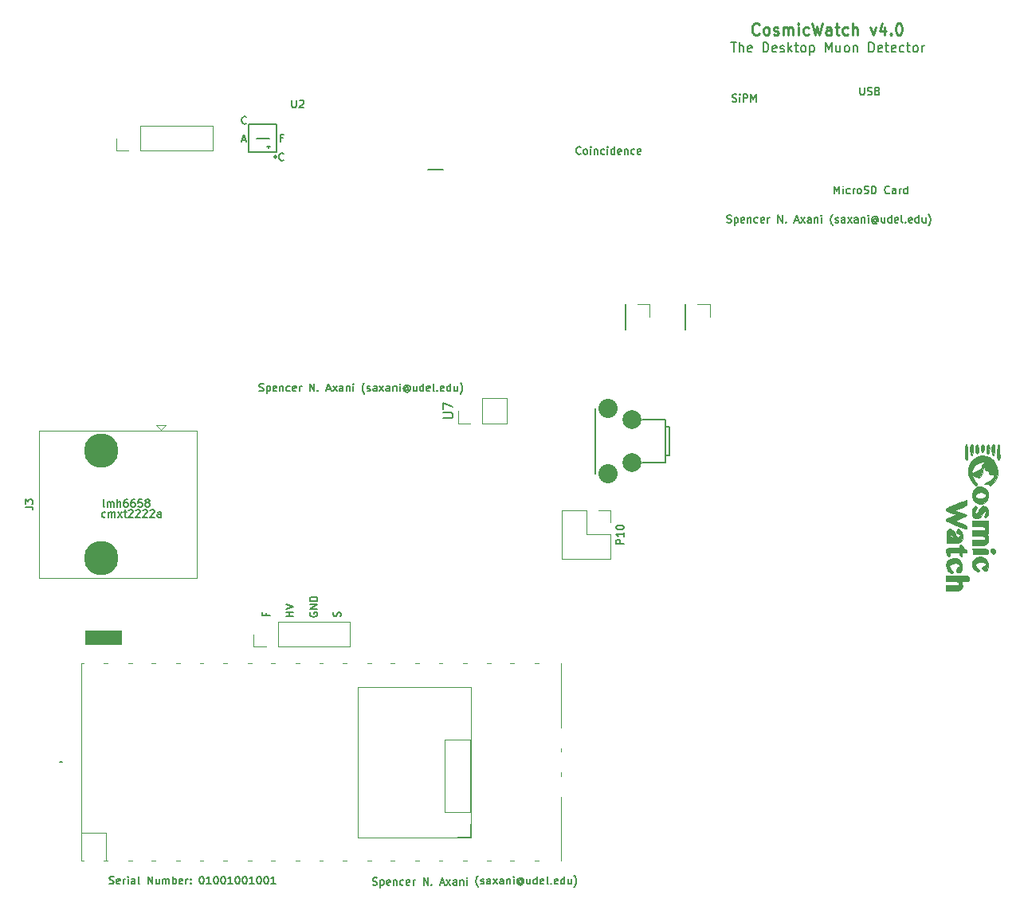
<source format=gbr>
G04 #@! TF.GenerationSoftware,KiCad,Pcbnew,7.0.1-0*
G04 #@! TF.CreationDate,2023-11-21T15:01:45-05:00*
G04 #@! TF.ProjectId,CosmicWatch,436f736d-6963-4576-9174-63682e6b6963,rev?*
G04 #@! TF.SameCoordinates,Original*
G04 #@! TF.FileFunction,Legend,Top*
G04 #@! TF.FilePolarity,Positive*
%FSLAX46Y46*%
G04 Gerber Fmt 4.6, Leading zero omitted, Abs format (unit mm)*
G04 Created by KiCad (PCBNEW 7.0.1-0) date 2023-11-21 15:01:45*
%MOMM*%
%LPD*%
G01*
G04 APERTURE LIST*
%ADD10C,0.150000*%
%ADD11C,0.200000*%
%ADD12C,0.250000*%
%ADD13C,0.120000*%
%ADD14C,0.010000*%
%ADD15C,2.032000*%
%ADD16C,2.000000*%
%ADD17C,3.650000*%
%ADD18R,4.000000X1.500000*%
G04 APERTURE END LIST*
D10*
X59675000Y-127775000D02*
X59475000Y-127775000D01*
X100198630Y-64724977D02*
X98548630Y-64724977D01*
X92696428Y-140807000D02*
X92810714Y-140845095D01*
X92810714Y-140845095D02*
X93001190Y-140845095D01*
X93001190Y-140845095D02*
X93077381Y-140807000D01*
X93077381Y-140807000D02*
X93115476Y-140768904D01*
X93115476Y-140768904D02*
X93153571Y-140692714D01*
X93153571Y-140692714D02*
X93153571Y-140616523D01*
X93153571Y-140616523D02*
X93115476Y-140540333D01*
X93115476Y-140540333D02*
X93077381Y-140502238D01*
X93077381Y-140502238D02*
X93001190Y-140464142D01*
X93001190Y-140464142D02*
X92848809Y-140426047D01*
X92848809Y-140426047D02*
X92772619Y-140387952D01*
X92772619Y-140387952D02*
X92734524Y-140349857D01*
X92734524Y-140349857D02*
X92696428Y-140273666D01*
X92696428Y-140273666D02*
X92696428Y-140197476D01*
X92696428Y-140197476D02*
X92734524Y-140121285D01*
X92734524Y-140121285D02*
X92772619Y-140083190D01*
X92772619Y-140083190D02*
X92848809Y-140045095D01*
X92848809Y-140045095D02*
X93039286Y-140045095D01*
X93039286Y-140045095D02*
X93153571Y-140083190D01*
X93496429Y-140311761D02*
X93496429Y-141111761D01*
X93496429Y-140349857D02*
X93572619Y-140311761D01*
X93572619Y-140311761D02*
X93725000Y-140311761D01*
X93725000Y-140311761D02*
X93801191Y-140349857D01*
X93801191Y-140349857D02*
X93839286Y-140387952D01*
X93839286Y-140387952D02*
X93877381Y-140464142D01*
X93877381Y-140464142D02*
X93877381Y-140692714D01*
X93877381Y-140692714D02*
X93839286Y-140768904D01*
X93839286Y-140768904D02*
X93801191Y-140807000D01*
X93801191Y-140807000D02*
X93725000Y-140845095D01*
X93725000Y-140845095D02*
X93572619Y-140845095D01*
X93572619Y-140845095D02*
X93496429Y-140807000D01*
X94525001Y-140807000D02*
X94448810Y-140845095D01*
X94448810Y-140845095D02*
X94296429Y-140845095D01*
X94296429Y-140845095D02*
X94220239Y-140807000D01*
X94220239Y-140807000D02*
X94182143Y-140730809D01*
X94182143Y-140730809D02*
X94182143Y-140426047D01*
X94182143Y-140426047D02*
X94220239Y-140349857D01*
X94220239Y-140349857D02*
X94296429Y-140311761D01*
X94296429Y-140311761D02*
X94448810Y-140311761D01*
X94448810Y-140311761D02*
X94525001Y-140349857D01*
X94525001Y-140349857D02*
X94563096Y-140426047D01*
X94563096Y-140426047D02*
X94563096Y-140502238D01*
X94563096Y-140502238D02*
X94182143Y-140578428D01*
X94905953Y-140311761D02*
X94905953Y-140845095D01*
X94905953Y-140387952D02*
X94944048Y-140349857D01*
X94944048Y-140349857D02*
X95020238Y-140311761D01*
X95020238Y-140311761D02*
X95134524Y-140311761D01*
X95134524Y-140311761D02*
X95210715Y-140349857D01*
X95210715Y-140349857D02*
X95248810Y-140426047D01*
X95248810Y-140426047D02*
X95248810Y-140845095D01*
X95972620Y-140807000D02*
X95896429Y-140845095D01*
X95896429Y-140845095D02*
X95744048Y-140845095D01*
X95744048Y-140845095D02*
X95667858Y-140807000D01*
X95667858Y-140807000D02*
X95629763Y-140768904D01*
X95629763Y-140768904D02*
X95591667Y-140692714D01*
X95591667Y-140692714D02*
X95591667Y-140464142D01*
X95591667Y-140464142D02*
X95629763Y-140387952D01*
X95629763Y-140387952D02*
X95667858Y-140349857D01*
X95667858Y-140349857D02*
X95744048Y-140311761D01*
X95744048Y-140311761D02*
X95896429Y-140311761D01*
X95896429Y-140311761D02*
X95972620Y-140349857D01*
X96620239Y-140807000D02*
X96544048Y-140845095D01*
X96544048Y-140845095D02*
X96391667Y-140845095D01*
X96391667Y-140845095D02*
X96315477Y-140807000D01*
X96315477Y-140807000D02*
X96277381Y-140730809D01*
X96277381Y-140730809D02*
X96277381Y-140426047D01*
X96277381Y-140426047D02*
X96315477Y-140349857D01*
X96315477Y-140349857D02*
X96391667Y-140311761D01*
X96391667Y-140311761D02*
X96544048Y-140311761D01*
X96544048Y-140311761D02*
X96620239Y-140349857D01*
X96620239Y-140349857D02*
X96658334Y-140426047D01*
X96658334Y-140426047D02*
X96658334Y-140502238D01*
X96658334Y-140502238D02*
X96277381Y-140578428D01*
X97001191Y-140845095D02*
X97001191Y-140311761D01*
X97001191Y-140464142D02*
X97039286Y-140387952D01*
X97039286Y-140387952D02*
X97077381Y-140349857D01*
X97077381Y-140349857D02*
X97153572Y-140311761D01*
X97153572Y-140311761D02*
X97229762Y-140311761D01*
X98105953Y-140845095D02*
X98105953Y-140045095D01*
X98105953Y-140045095D02*
X98563096Y-140845095D01*
X98563096Y-140845095D02*
X98563096Y-140045095D01*
X98944048Y-140768904D02*
X98982143Y-140807000D01*
X98982143Y-140807000D02*
X98944048Y-140845095D01*
X98944048Y-140845095D02*
X98905952Y-140807000D01*
X98905952Y-140807000D02*
X98944048Y-140768904D01*
X98944048Y-140768904D02*
X98944048Y-140845095D01*
X99896428Y-140616523D02*
X100277381Y-140616523D01*
X99820238Y-140845095D02*
X100086905Y-140045095D01*
X100086905Y-140045095D02*
X100353571Y-140845095D01*
X100544047Y-140845095D02*
X100963095Y-140311761D01*
X100544047Y-140311761D02*
X100963095Y-140845095D01*
X101610714Y-140845095D02*
X101610714Y-140426047D01*
X101610714Y-140426047D02*
X101572619Y-140349857D01*
X101572619Y-140349857D02*
X101496428Y-140311761D01*
X101496428Y-140311761D02*
X101344047Y-140311761D01*
X101344047Y-140311761D02*
X101267857Y-140349857D01*
X101610714Y-140807000D02*
X101534523Y-140845095D01*
X101534523Y-140845095D02*
X101344047Y-140845095D01*
X101344047Y-140845095D02*
X101267857Y-140807000D01*
X101267857Y-140807000D02*
X101229761Y-140730809D01*
X101229761Y-140730809D02*
X101229761Y-140654619D01*
X101229761Y-140654619D02*
X101267857Y-140578428D01*
X101267857Y-140578428D02*
X101344047Y-140540333D01*
X101344047Y-140540333D02*
X101534523Y-140540333D01*
X101534523Y-140540333D02*
X101610714Y-140502238D01*
X101991667Y-140311761D02*
X101991667Y-140845095D01*
X101991667Y-140387952D02*
X102029762Y-140349857D01*
X102029762Y-140349857D02*
X102105952Y-140311761D01*
X102105952Y-140311761D02*
X102220238Y-140311761D01*
X102220238Y-140311761D02*
X102296429Y-140349857D01*
X102296429Y-140349857D02*
X102334524Y-140426047D01*
X102334524Y-140426047D02*
X102334524Y-140845095D01*
X102715477Y-140845095D02*
X102715477Y-140311761D01*
X102715477Y-140045095D02*
X102677381Y-140083190D01*
X102677381Y-140083190D02*
X102715477Y-140121285D01*
X102715477Y-140121285D02*
X102753572Y-140083190D01*
X102753572Y-140083190D02*
X102715477Y-140045095D01*
X102715477Y-140045095D02*
X102715477Y-140121285D01*
X103909285Y-141039857D02*
X103871190Y-141001761D01*
X103871190Y-141001761D02*
X103794999Y-140887476D01*
X103794999Y-140887476D02*
X103756904Y-140811285D01*
X103756904Y-140811285D02*
X103718809Y-140697000D01*
X103718809Y-140697000D02*
X103680714Y-140506523D01*
X103680714Y-140506523D02*
X103680714Y-140354142D01*
X103680714Y-140354142D02*
X103718809Y-140163666D01*
X103718809Y-140163666D02*
X103756904Y-140049380D01*
X103756904Y-140049380D02*
X103794999Y-139973190D01*
X103794999Y-139973190D02*
X103871190Y-139858904D01*
X103871190Y-139858904D02*
X103909285Y-139820809D01*
X104175951Y-140697000D02*
X104252142Y-140735095D01*
X104252142Y-140735095D02*
X104404523Y-140735095D01*
X104404523Y-140735095D02*
X104480713Y-140697000D01*
X104480713Y-140697000D02*
X104518809Y-140620809D01*
X104518809Y-140620809D02*
X104518809Y-140582714D01*
X104518809Y-140582714D02*
X104480713Y-140506523D01*
X104480713Y-140506523D02*
X104404523Y-140468428D01*
X104404523Y-140468428D02*
X104290237Y-140468428D01*
X104290237Y-140468428D02*
X104214047Y-140430333D01*
X104214047Y-140430333D02*
X104175951Y-140354142D01*
X104175951Y-140354142D02*
X104175951Y-140316047D01*
X104175951Y-140316047D02*
X104214047Y-140239857D01*
X104214047Y-140239857D02*
X104290237Y-140201761D01*
X104290237Y-140201761D02*
X104404523Y-140201761D01*
X104404523Y-140201761D02*
X104480713Y-140239857D01*
X105204523Y-140735095D02*
X105204523Y-140316047D01*
X105204523Y-140316047D02*
X105166428Y-140239857D01*
X105166428Y-140239857D02*
X105090237Y-140201761D01*
X105090237Y-140201761D02*
X104937856Y-140201761D01*
X104937856Y-140201761D02*
X104861666Y-140239857D01*
X105204523Y-140697000D02*
X105128332Y-140735095D01*
X105128332Y-140735095D02*
X104937856Y-140735095D01*
X104937856Y-140735095D02*
X104861666Y-140697000D01*
X104861666Y-140697000D02*
X104823570Y-140620809D01*
X104823570Y-140620809D02*
X104823570Y-140544619D01*
X104823570Y-140544619D02*
X104861666Y-140468428D01*
X104861666Y-140468428D02*
X104937856Y-140430333D01*
X104937856Y-140430333D02*
X105128332Y-140430333D01*
X105128332Y-140430333D02*
X105204523Y-140392238D01*
X105509285Y-140735095D02*
X105928333Y-140201761D01*
X105509285Y-140201761D02*
X105928333Y-140735095D01*
X106575952Y-140735095D02*
X106575952Y-140316047D01*
X106575952Y-140316047D02*
X106537857Y-140239857D01*
X106537857Y-140239857D02*
X106461666Y-140201761D01*
X106461666Y-140201761D02*
X106309285Y-140201761D01*
X106309285Y-140201761D02*
X106233095Y-140239857D01*
X106575952Y-140697000D02*
X106499761Y-140735095D01*
X106499761Y-140735095D02*
X106309285Y-140735095D01*
X106309285Y-140735095D02*
X106233095Y-140697000D01*
X106233095Y-140697000D02*
X106194999Y-140620809D01*
X106194999Y-140620809D02*
X106194999Y-140544619D01*
X106194999Y-140544619D02*
X106233095Y-140468428D01*
X106233095Y-140468428D02*
X106309285Y-140430333D01*
X106309285Y-140430333D02*
X106499761Y-140430333D01*
X106499761Y-140430333D02*
X106575952Y-140392238D01*
X106956905Y-140201761D02*
X106956905Y-140735095D01*
X106956905Y-140277952D02*
X106995000Y-140239857D01*
X106995000Y-140239857D02*
X107071190Y-140201761D01*
X107071190Y-140201761D02*
X107185476Y-140201761D01*
X107185476Y-140201761D02*
X107261667Y-140239857D01*
X107261667Y-140239857D02*
X107299762Y-140316047D01*
X107299762Y-140316047D02*
X107299762Y-140735095D01*
X107680715Y-140735095D02*
X107680715Y-140201761D01*
X107680715Y-139935095D02*
X107642619Y-139973190D01*
X107642619Y-139973190D02*
X107680715Y-140011285D01*
X107680715Y-140011285D02*
X107718810Y-139973190D01*
X107718810Y-139973190D02*
X107680715Y-139935095D01*
X107680715Y-139935095D02*
X107680715Y-140011285D01*
X108556905Y-140354142D02*
X108518810Y-140316047D01*
X108518810Y-140316047D02*
X108442619Y-140277952D01*
X108442619Y-140277952D02*
X108366429Y-140277952D01*
X108366429Y-140277952D02*
X108290238Y-140316047D01*
X108290238Y-140316047D02*
X108252143Y-140354142D01*
X108252143Y-140354142D02*
X108214048Y-140430333D01*
X108214048Y-140430333D02*
X108214048Y-140506523D01*
X108214048Y-140506523D02*
X108252143Y-140582714D01*
X108252143Y-140582714D02*
X108290238Y-140620809D01*
X108290238Y-140620809D02*
X108366429Y-140658904D01*
X108366429Y-140658904D02*
X108442619Y-140658904D01*
X108442619Y-140658904D02*
X108518810Y-140620809D01*
X108518810Y-140620809D02*
X108556905Y-140582714D01*
X108556905Y-140277952D02*
X108556905Y-140582714D01*
X108556905Y-140582714D02*
X108595000Y-140620809D01*
X108595000Y-140620809D02*
X108633095Y-140620809D01*
X108633095Y-140620809D02*
X108709286Y-140582714D01*
X108709286Y-140582714D02*
X108747381Y-140506523D01*
X108747381Y-140506523D02*
X108747381Y-140316047D01*
X108747381Y-140316047D02*
X108671191Y-140201761D01*
X108671191Y-140201761D02*
X108556905Y-140125571D01*
X108556905Y-140125571D02*
X108404524Y-140087476D01*
X108404524Y-140087476D02*
X108252143Y-140125571D01*
X108252143Y-140125571D02*
X108137857Y-140201761D01*
X108137857Y-140201761D02*
X108061667Y-140316047D01*
X108061667Y-140316047D02*
X108023571Y-140468428D01*
X108023571Y-140468428D02*
X108061667Y-140620809D01*
X108061667Y-140620809D02*
X108137857Y-140735095D01*
X108137857Y-140735095D02*
X108252143Y-140811285D01*
X108252143Y-140811285D02*
X108404524Y-140849380D01*
X108404524Y-140849380D02*
X108556905Y-140811285D01*
X108556905Y-140811285D02*
X108671191Y-140735095D01*
X109433095Y-140201761D02*
X109433095Y-140735095D01*
X109090238Y-140201761D02*
X109090238Y-140620809D01*
X109090238Y-140620809D02*
X109128333Y-140697000D01*
X109128333Y-140697000D02*
X109204523Y-140735095D01*
X109204523Y-140735095D02*
X109318809Y-140735095D01*
X109318809Y-140735095D02*
X109395000Y-140697000D01*
X109395000Y-140697000D02*
X109433095Y-140658904D01*
X110156905Y-140735095D02*
X110156905Y-139935095D01*
X110156905Y-140697000D02*
X110080714Y-140735095D01*
X110080714Y-140735095D02*
X109928333Y-140735095D01*
X109928333Y-140735095D02*
X109852143Y-140697000D01*
X109852143Y-140697000D02*
X109814048Y-140658904D01*
X109814048Y-140658904D02*
X109775952Y-140582714D01*
X109775952Y-140582714D02*
X109775952Y-140354142D01*
X109775952Y-140354142D02*
X109814048Y-140277952D01*
X109814048Y-140277952D02*
X109852143Y-140239857D01*
X109852143Y-140239857D02*
X109928333Y-140201761D01*
X109928333Y-140201761D02*
X110080714Y-140201761D01*
X110080714Y-140201761D02*
X110156905Y-140239857D01*
X110842620Y-140697000D02*
X110766429Y-140735095D01*
X110766429Y-140735095D02*
X110614048Y-140735095D01*
X110614048Y-140735095D02*
X110537858Y-140697000D01*
X110537858Y-140697000D02*
X110499762Y-140620809D01*
X110499762Y-140620809D02*
X110499762Y-140316047D01*
X110499762Y-140316047D02*
X110537858Y-140239857D01*
X110537858Y-140239857D02*
X110614048Y-140201761D01*
X110614048Y-140201761D02*
X110766429Y-140201761D01*
X110766429Y-140201761D02*
X110842620Y-140239857D01*
X110842620Y-140239857D02*
X110880715Y-140316047D01*
X110880715Y-140316047D02*
X110880715Y-140392238D01*
X110880715Y-140392238D02*
X110499762Y-140468428D01*
X111337857Y-140735095D02*
X111261667Y-140697000D01*
X111261667Y-140697000D02*
X111223572Y-140620809D01*
X111223572Y-140620809D02*
X111223572Y-139935095D01*
X111642620Y-140658904D02*
X111680715Y-140697000D01*
X111680715Y-140697000D02*
X111642620Y-140735095D01*
X111642620Y-140735095D02*
X111604524Y-140697000D01*
X111604524Y-140697000D02*
X111642620Y-140658904D01*
X111642620Y-140658904D02*
X111642620Y-140735095D01*
X112328334Y-140697000D02*
X112252143Y-140735095D01*
X112252143Y-140735095D02*
X112099762Y-140735095D01*
X112099762Y-140735095D02*
X112023572Y-140697000D01*
X112023572Y-140697000D02*
X111985476Y-140620809D01*
X111985476Y-140620809D02*
X111985476Y-140316047D01*
X111985476Y-140316047D02*
X112023572Y-140239857D01*
X112023572Y-140239857D02*
X112099762Y-140201761D01*
X112099762Y-140201761D02*
X112252143Y-140201761D01*
X112252143Y-140201761D02*
X112328334Y-140239857D01*
X112328334Y-140239857D02*
X112366429Y-140316047D01*
X112366429Y-140316047D02*
X112366429Y-140392238D01*
X112366429Y-140392238D02*
X111985476Y-140468428D01*
X113052143Y-140735095D02*
X113052143Y-139935095D01*
X113052143Y-140697000D02*
X112975952Y-140735095D01*
X112975952Y-140735095D02*
X112823571Y-140735095D01*
X112823571Y-140735095D02*
X112747381Y-140697000D01*
X112747381Y-140697000D02*
X112709286Y-140658904D01*
X112709286Y-140658904D02*
X112671190Y-140582714D01*
X112671190Y-140582714D02*
X112671190Y-140354142D01*
X112671190Y-140354142D02*
X112709286Y-140277952D01*
X112709286Y-140277952D02*
X112747381Y-140239857D01*
X112747381Y-140239857D02*
X112823571Y-140201761D01*
X112823571Y-140201761D02*
X112975952Y-140201761D01*
X112975952Y-140201761D02*
X113052143Y-140239857D01*
X113775953Y-140201761D02*
X113775953Y-140735095D01*
X113433096Y-140201761D02*
X113433096Y-140620809D01*
X113433096Y-140620809D02*
X113471191Y-140697000D01*
X113471191Y-140697000D02*
X113547381Y-140735095D01*
X113547381Y-140735095D02*
X113661667Y-140735095D01*
X113661667Y-140735095D02*
X113737858Y-140697000D01*
X113737858Y-140697000D02*
X113775953Y-140658904D01*
X114080715Y-141039857D02*
X114118810Y-141001761D01*
X114118810Y-141001761D02*
X114195001Y-140887476D01*
X114195001Y-140887476D02*
X114233096Y-140811285D01*
X114233096Y-140811285D02*
X114271191Y-140697000D01*
X114271191Y-140697000D02*
X114309287Y-140506523D01*
X114309287Y-140506523D02*
X114309287Y-140354142D01*
X114309287Y-140354142D02*
X114271191Y-140163666D01*
X114271191Y-140163666D02*
X114233096Y-140049380D01*
X114233096Y-140049380D02*
X114195001Y-139973190D01*
X114195001Y-139973190D02*
X114118810Y-139858904D01*
X114118810Y-139858904D02*
X114080715Y-139820809D01*
X64294047Y-101682000D02*
X64217856Y-101720095D01*
X64217856Y-101720095D02*
X64065475Y-101720095D01*
X64065475Y-101720095D02*
X63989285Y-101682000D01*
X63989285Y-101682000D02*
X63951190Y-101643904D01*
X63951190Y-101643904D02*
X63913094Y-101567714D01*
X63913094Y-101567714D02*
X63913094Y-101339142D01*
X63913094Y-101339142D02*
X63951190Y-101262952D01*
X63951190Y-101262952D02*
X63989285Y-101224857D01*
X63989285Y-101224857D02*
X64065475Y-101186761D01*
X64065475Y-101186761D02*
X64217856Y-101186761D01*
X64217856Y-101186761D02*
X64294047Y-101224857D01*
X64636904Y-101720095D02*
X64636904Y-101186761D01*
X64636904Y-101262952D02*
X64674999Y-101224857D01*
X64674999Y-101224857D02*
X64751189Y-101186761D01*
X64751189Y-101186761D02*
X64865475Y-101186761D01*
X64865475Y-101186761D02*
X64941666Y-101224857D01*
X64941666Y-101224857D02*
X64979761Y-101301047D01*
X64979761Y-101301047D02*
X64979761Y-101720095D01*
X64979761Y-101301047D02*
X65017856Y-101224857D01*
X65017856Y-101224857D02*
X65094047Y-101186761D01*
X65094047Y-101186761D02*
X65208332Y-101186761D01*
X65208332Y-101186761D02*
X65284523Y-101224857D01*
X65284523Y-101224857D02*
X65322618Y-101301047D01*
X65322618Y-101301047D02*
X65322618Y-101720095D01*
X65627380Y-101720095D02*
X66046428Y-101186761D01*
X65627380Y-101186761D02*
X66046428Y-101720095D01*
X66236904Y-101186761D02*
X66541666Y-101186761D01*
X66351190Y-100920095D02*
X66351190Y-101605809D01*
X66351190Y-101605809D02*
X66389285Y-101682000D01*
X66389285Y-101682000D02*
X66465475Y-101720095D01*
X66465475Y-101720095D02*
X66541666Y-101720095D01*
X66770237Y-100996285D02*
X66808333Y-100958190D01*
X66808333Y-100958190D02*
X66884523Y-100920095D01*
X66884523Y-100920095D02*
X67074999Y-100920095D01*
X67074999Y-100920095D02*
X67151190Y-100958190D01*
X67151190Y-100958190D02*
X67189285Y-100996285D01*
X67189285Y-100996285D02*
X67227380Y-101072476D01*
X67227380Y-101072476D02*
X67227380Y-101148666D01*
X67227380Y-101148666D02*
X67189285Y-101262952D01*
X67189285Y-101262952D02*
X66732142Y-101720095D01*
X66732142Y-101720095D02*
X67227380Y-101720095D01*
X67532142Y-100996285D02*
X67570238Y-100958190D01*
X67570238Y-100958190D02*
X67646428Y-100920095D01*
X67646428Y-100920095D02*
X67836904Y-100920095D01*
X67836904Y-100920095D02*
X67913095Y-100958190D01*
X67913095Y-100958190D02*
X67951190Y-100996285D01*
X67951190Y-100996285D02*
X67989285Y-101072476D01*
X67989285Y-101072476D02*
X67989285Y-101148666D01*
X67989285Y-101148666D02*
X67951190Y-101262952D01*
X67951190Y-101262952D02*
X67494047Y-101720095D01*
X67494047Y-101720095D02*
X67989285Y-101720095D01*
X68294047Y-100996285D02*
X68332143Y-100958190D01*
X68332143Y-100958190D02*
X68408333Y-100920095D01*
X68408333Y-100920095D02*
X68598809Y-100920095D01*
X68598809Y-100920095D02*
X68675000Y-100958190D01*
X68675000Y-100958190D02*
X68713095Y-100996285D01*
X68713095Y-100996285D02*
X68751190Y-101072476D01*
X68751190Y-101072476D02*
X68751190Y-101148666D01*
X68751190Y-101148666D02*
X68713095Y-101262952D01*
X68713095Y-101262952D02*
X68255952Y-101720095D01*
X68255952Y-101720095D02*
X68751190Y-101720095D01*
X69055952Y-100996285D02*
X69094048Y-100958190D01*
X69094048Y-100958190D02*
X69170238Y-100920095D01*
X69170238Y-100920095D02*
X69360714Y-100920095D01*
X69360714Y-100920095D02*
X69436905Y-100958190D01*
X69436905Y-100958190D02*
X69475000Y-100996285D01*
X69475000Y-100996285D02*
X69513095Y-101072476D01*
X69513095Y-101072476D02*
X69513095Y-101148666D01*
X69513095Y-101148666D02*
X69475000Y-101262952D01*
X69475000Y-101262952D02*
X69017857Y-101720095D01*
X69017857Y-101720095D02*
X69513095Y-101720095D01*
X70198810Y-101720095D02*
X70198810Y-101301047D01*
X70198810Y-101301047D02*
X70160715Y-101224857D01*
X70160715Y-101224857D02*
X70084524Y-101186761D01*
X70084524Y-101186761D02*
X69932143Y-101186761D01*
X69932143Y-101186761D02*
X69855953Y-101224857D01*
X70198810Y-101682000D02*
X70122619Y-101720095D01*
X70122619Y-101720095D02*
X69932143Y-101720095D01*
X69932143Y-101720095D02*
X69855953Y-101682000D01*
X69855953Y-101682000D02*
X69817857Y-101605809D01*
X69817857Y-101605809D02*
X69817857Y-101529619D01*
X69817857Y-101529619D02*
X69855953Y-101453428D01*
X69855953Y-101453428D02*
X69932143Y-101415333D01*
X69932143Y-101415333D02*
X70122619Y-101415333D01*
X70122619Y-101415333D02*
X70198810Y-101377238D01*
D11*
X114797619Y-63043904D02*
X114759523Y-63082000D01*
X114759523Y-63082000D02*
X114645238Y-63120095D01*
X114645238Y-63120095D02*
X114569047Y-63120095D01*
X114569047Y-63120095D02*
X114454761Y-63082000D01*
X114454761Y-63082000D02*
X114378571Y-63005809D01*
X114378571Y-63005809D02*
X114340476Y-62929619D01*
X114340476Y-62929619D02*
X114302380Y-62777238D01*
X114302380Y-62777238D02*
X114302380Y-62662952D01*
X114302380Y-62662952D02*
X114340476Y-62510571D01*
X114340476Y-62510571D02*
X114378571Y-62434380D01*
X114378571Y-62434380D02*
X114454761Y-62358190D01*
X114454761Y-62358190D02*
X114569047Y-62320095D01*
X114569047Y-62320095D02*
X114645238Y-62320095D01*
X114645238Y-62320095D02*
X114759523Y-62358190D01*
X114759523Y-62358190D02*
X114797619Y-62396285D01*
X115254761Y-63120095D02*
X115178571Y-63082000D01*
X115178571Y-63082000D02*
X115140476Y-63043904D01*
X115140476Y-63043904D02*
X115102380Y-62967714D01*
X115102380Y-62967714D02*
X115102380Y-62739142D01*
X115102380Y-62739142D02*
X115140476Y-62662952D01*
X115140476Y-62662952D02*
X115178571Y-62624857D01*
X115178571Y-62624857D02*
X115254761Y-62586761D01*
X115254761Y-62586761D02*
X115369047Y-62586761D01*
X115369047Y-62586761D02*
X115445238Y-62624857D01*
X115445238Y-62624857D02*
X115483333Y-62662952D01*
X115483333Y-62662952D02*
X115521428Y-62739142D01*
X115521428Y-62739142D02*
X115521428Y-62967714D01*
X115521428Y-62967714D02*
X115483333Y-63043904D01*
X115483333Y-63043904D02*
X115445238Y-63082000D01*
X115445238Y-63082000D02*
X115369047Y-63120095D01*
X115369047Y-63120095D02*
X115254761Y-63120095D01*
X115864286Y-63120095D02*
X115864286Y-62586761D01*
X115864286Y-62320095D02*
X115826190Y-62358190D01*
X115826190Y-62358190D02*
X115864286Y-62396285D01*
X115864286Y-62396285D02*
X115902381Y-62358190D01*
X115902381Y-62358190D02*
X115864286Y-62320095D01*
X115864286Y-62320095D02*
X115864286Y-62396285D01*
X116245238Y-62586761D02*
X116245238Y-63120095D01*
X116245238Y-62662952D02*
X116283333Y-62624857D01*
X116283333Y-62624857D02*
X116359523Y-62586761D01*
X116359523Y-62586761D02*
X116473809Y-62586761D01*
X116473809Y-62586761D02*
X116550000Y-62624857D01*
X116550000Y-62624857D02*
X116588095Y-62701047D01*
X116588095Y-62701047D02*
X116588095Y-63120095D01*
X117311905Y-63082000D02*
X117235714Y-63120095D01*
X117235714Y-63120095D02*
X117083333Y-63120095D01*
X117083333Y-63120095D02*
X117007143Y-63082000D01*
X117007143Y-63082000D02*
X116969048Y-63043904D01*
X116969048Y-63043904D02*
X116930952Y-62967714D01*
X116930952Y-62967714D02*
X116930952Y-62739142D01*
X116930952Y-62739142D02*
X116969048Y-62662952D01*
X116969048Y-62662952D02*
X117007143Y-62624857D01*
X117007143Y-62624857D02*
X117083333Y-62586761D01*
X117083333Y-62586761D02*
X117235714Y-62586761D01*
X117235714Y-62586761D02*
X117311905Y-62624857D01*
X117654762Y-63120095D02*
X117654762Y-62586761D01*
X117654762Y-62320095D02*
X117616666Y-62358190D01*
X117616666Y-62358190D02*
X117654762Y-62396285D01*
X117654762Y-62396285D02*
X117692857Y-62358190D01*
X117692857Y-62358190D02*
X117654762Y-62320095D01*
X117654762Y-62320095D02*
X117654762Y-62396285D01*
X118378571Y-63120095D02*
X118378571Y-62320095D01*
X118378571Y-63082000D02*
X118302380Y-63120095D01*
X118302380Y-63120095D02*
X118149999Y-63120095D01*
X118149999Y-63120095D02*
X118073809Y-63082000D01*
X118073809Y-63082000D02*
X118035714Y-63043904D01*
X118035714Y-63043904D02*
X117997618Y-62967714D01*
X117997618Y-62967714D02*
X117997618Y-62739142D01*
X117997618Y-62739142D02*
X118035714Y-62662952D01*
X118035714Y-62662952D02*
X118073809Y-62624857D01*
X118073809Y-62624857D02*
X118149999Y-62586761D01*
X118149999Y-62586761D02*
X118302380Y-62586761D01*
X118302380Y-62586761D02*
X118378571Y-62624857D01*
X119064286Y-63082000D02*
X118988095Y-63120095D01*
X118988095Y-63120095D02*
X118835714Y-63120095D01*
X118835714Y-63120095D02*
X118759524Y-63082000D01*
X118759524Y-63082000D02*
X118721428Y-63005809D01*
X118721428Y-63005809D02*
X118721428Y-62701047D01*
X118721428Y-62701047D02*
X118759524Y-62624857D01*
X118759524Y-62624857D02*
X118835714Y-62586761D01*
X118835714Y-62586761D02*
X118988095Y-62586761D01*
X118988095Y-62586761D02*
X119064286Y-62624857D01*
X119064286Y-62624857D02*
X119102381Y-62701047D01*
X119102381Y-62701047D02*
X119102381Y-62777238D01*
X119102381Y-62777238D02*
X118721428Y-62853428D01*
X119445238Y-62586761D02*
X119445238Y-63120095D01*
X119445238Y-62662952D02*
X119483333Y-62624857D01*
X119483333Y-62624857D02*
X119559523Y-62586761D01*
X119559523Y-62586761D02*
X119673809Y-62586761D01*
X119673809Y-62586761D02*
X119750000Y-62624857D01*
X119750000Y-62624857D02*
X119788095Y-62701047D01*
X119788095Y-62701047D02*
X119788095Y-63120095D01*
X120511905Y-63082000D02*
X120435714Y-63120095D01*
X120435714Y-63120095D02*
X120283333Y-63120095D01*
X120283333Y-63120095D02*
X120207143Y-63082000D01*
X120207143Y-63082000D02*
X120169048Y-63043904D01*
X120169048Y-63043904D02*
X120130952Y-62967714D01*
X120130952Y-62967714D02*
X120130952Y-62739142D01*
X120130952Y-62739142D02*
X120169048Y-62662952D01*
X120169048Y-62662952D02*
X120207143Y-62624857D01*
X120207143Y-62624857D02*
X120283333Y-62586761D01*
X120283333Y-62586761D02*
X120435714Y-62586761D01*
X120435714Y-62586761D02*
X120511905Y-62624857D01*
X121159524Y-63082000D02*
X121083333Y-63120095D01*
X121083333Y-63120095D02*
X120930952Y-63120095D01*
X120930952Y-63120095D02*
X120854762Y-63082000D01*
X120854762Y-63082000D02*
X120816666Y-63005809D01*
X120816666Y-63005809D02*
X120816666Y-62701047D01*
X120816666Y-62701047D02*
X120854762Y-62624857D01*
X120854762Y-62624857D02*
X120930952Y-62586761D01*
X120930952Y-62586761D02*
X121083333Y-62586761D01*
X121083333Y-62586761D02*
X121159524Y-62624857D01*
X121159524Y-62624857D02*
X121197619Y-62701047D01*
X121197619Y-62701047D02*
X121197619Y-62777238D01*
X121197619Y-62777238D02*
X120816666Y-62853428D01*
X141758333Y-67295095D02*
X141758333Y-66495095D01*
X141758333Y-66495095D02*
X142024999Y-67066523D01*
X142024999Y-67066523D02*
X142291666Y-66495095D01*
X142291666Y-66495095D02*
X142291666Y-67295095D01*
X142672619Y-67295095D02*
X142672619Y-66761761D01*
X142672619Y-66495095D02*
X142634523Y-66533190D01*
X142634523Y-66533190D02*
X142672619Y-66571285D01*
X142672619Y-66571285D02*
X142710714Y-66533190D01*
X142710714Y-66533190D02*
X142672619Y-66495095D01*
X142672619Y-66495095D02*
X142672619Y-66571285D01*
X143396428Y-67257000D02*
X143320237Y-67295095D01*
X143320237Y-67295095D02*
X143167856Y-67295095D01*
X143167856Y-67295095D02*
X143091666Y-67257000D01*
X143091666Y-67257000D02*
X143053571Y-67218904D01*
X143053571Y-67218904D02*
X143015475Y-67142714D01*
X143015475Y-67142714D02*
X143015475Y-66914142D01*
X143015475Y-66914142D02*
X143053571Y-66837952D01*
X143053571Y-66837952D02*
X143091666Y-66799857D01*
X143091666Y-66799857D02*
X143167856Y-66761761D01*
X143167856Y-66761761D02*
X143320237Y-66761761D01*
X143320237Y-66761761D02*
X143396428Y-66799857D01*
X143739285Y-67295095D02*
X143739285Y-66761761D01*
X143739285Y-66914142D02*
X143777380Y-66837952D01*
X143777380Y-66837952D02*
X143815475Y-66799857D01*
X143815475Y-66799857D02*
X143891666Y-66761761D01*
X143891666Y-66761761D02*
X143967856Y-66761761D01*
X144348808Y-67295095D02*
X144272618Y-67257000D01*
X144272618Y-67257000D02*
X144234523Y-67218904D01*
X144234523Y-67218904D02*
X144196427Y-67142714D01*
X144196427Y-67142714D02*
X144196427Y-66914142D01*
X144196427Y-66914142D02*
X144234523Y-66837952D01*
X144234523Y-66837952D02*
X144272618Y-66799857D01*
X144272618Y-66799857D02*
X144348808Y-66761761D01*
X144348808Y-66761761D02*
X144463094Y-66761761D01*
X144463094Y-66761761D02*
X144539285Y-66799857D01*
X144539285Y-66799857D02*
X144577380Y-66837952D01*
X144577380Y-66837952D02*
X144615475Y-66914142D01*
X144615475Y-66914142D02*
X144615475Y-67142714D01*
X144615475Y-67142714D02*
X144577380Y-67218904D01*
X144577380Y-67218904D02*
X144539285Y-67257000D01*
X144539285Y-67257000D02*
X144463094Y-67295095D01*
X144463094Y-67295095D02*
X144348808Y-67295095D01*
X144920237Y-67257000D02*
X145034523Y-67295095D01*
X145034523Y-67295095D02*
X145224999Y-67295095D01*
X145224999Y-67295095D02*
X145301190Y-67257000D01*
X145301190Y-67257000D02*
X145339285Y-67218904D01*
X145339285Y-67218904D02*
X145377380Y-67142714D01*
X145377380Y-67142714D02*
X145377380Y-67066523D01*
X145377380Y-67066523D02*
X145339285Y-66990333D01*
X145339285Y-66990333D02*
X145301190Y-66952238D01*
X145301190Y-66952238D02*
X145224999Y-66914142D01*
X145224999Y-66914142D02*
X145072618Y-66876047D01*
X145072618Y-66876047D02*
X144996428Y-66837952D01*
X144996428Y-66837952D02*
X144958333Y-66799857D01*
X144958333Y-66799857D02*
X144920237Y-66723666D01*
X144920237Y-66723666D02*
X144920237Y-66647476D01*
X144920237Y-66647476D02*
X144958333Y-66571285D01*
X144958333Y-66571285D02*
X144996428Y-66533190D01*
X144996428Y-66533190D02*
X145072618Y-66495095D01*
X145072618Y-66495095D02*
X145263095Y-66495095D01*
X145263095Y-66495095D02*
X145377380Y-66533190D01*
X145720238Y-67295095D02*
X145720238Y-66495095D01*
X145720238Y-66495095D02*
X145910714Y-66495095D01*
X145910714Y-66495095D02*
X146025000Y-66533190D01*
X146025000Y-66533190D02*
X146101190Y-66609380D01*
X146101190Y-66609380D02*
X146139285Y-66685571D01*
X146139285Y-66685571D02*
X146177381Y-66837952D01*
X146177381Y-66837952D02*
X146177381Y-66952238D01*
X146177381Y-66952238D02*
X146139285Y-67104619D01*
X146139285Y-67104619D02*
X146101190Y-67180809D01*
X146101190Y-67180809D02*
X146025000Y-67257000D01*
X146025000Y-67257000D02*
X145910714Y-67295095D01*
X145910714Y-67295095D02*
X145720238Y-67295095D01*
X147586905Y-67218904D02*
X147548809Y-67257000D01*
X147548809Y-67257000D02*
X147434524Y-67295095D01*
X147434524Y-67295095D02*
X147358333Y-67295095D01*
X147358333Y-67295095D02*
X147244047Y-67257000D01*
X147244047Y-67257000D02*
X147167857Y-67180809D01*
X147167857Y-67180809D02*
X147129762Y-67104619D01*
X147129762Y-67104619D02*
X147091666Y-66952238D01*
X147091666Y-66952238D02*
X147091666Y-66837952D01*
X147091666Y-66837952D02*
X147129762Y-66685571D01*
X147129762Y-66685571D02*
X147167857Y-66609380D01*
X147167857Y-66609380D02*
X147244047Y-66533190D01*
X147244047Y-66533190D02*
X147358333Y-66495095D01*
X147358333Y-66495095D02*
X147434524Y-66495095D01*
X147434524Y-66495095D02*
X147548809Y-66533190D01*
X147548809Y-66533190D02*
X147586905Y-66571285D01*
X148272619Y-67295095D02*
X148272619Y-66876047D01*
X148272619Y-66876047D02*
X148234524Y-66799857D01*
X148234524Y-66799857D02*
X148158333Y-66761761D01*
X148158333Y-66761761D02*
X148005952Y-66761761D01*
X148005952Y-66761761D02*
X147929762Y-66799857D01*
X148272619Y-67257000D02*
X148196428Y-67295095D01*
X148196428Y-67295095D02*
X148005952Y-67295095D01*
X148005952Y-67295095D02*
X147929762Y-67257000D01*
X147929762Y-67257000D02*
X147891666Y-67180809D01*
X147891666Y-67180809D02*
X147891666Y-67104619D01*
X147891666Y-67104619D02*
X147929762Y-67028428D01*
X147929762Y-67028428D02*
X148005952Y-66990333D01*
X148005952Y-66990333D02*
X148196428Y-66990333D01*
X148196428Y-66990333D02*
X148272619Y-66952238D01*
X148653572Y-67295095D02*
X148653572Y-66761761D01*
X148653572Y-66914142D02*
X148691667Y-66837952D01*
X148691667Y-66837952D02*
X148729762Y-66799857D01*
X148729762Y-66799857D02*
X148805953Y-66761761D01*
X148805953Y-66761761D02*
X148882143Y-66761761D01*
X149491667Y-67295095D02*
X149491667Y-66495095D01*
X149491667Y-67257000D02*
X149415476Y-67295095D01*
X149415476Y-67295095D02*
X149263095Y-67295095D01*
X149263095Y-67295095D02*
X149186905Y-67257000D01*
X149186905Y-67257000D02*
X149148810Y-67218904D01*
X149148810Y-67218904D02*
X149110714Y-67142714D01*
X149110714Y-67142714D02*
X149110714Y-66914142D01*
X149110714Y-66914142D02*
X149148810Y-66837952D01*
X149148810Y-66837952D02*
X149186905Y-66799857D01*
X149186905Y-66799857D02*
X149263095Y-66761761D01*
X149263095Y-66761761D02*
X149415476Y-66761761D01*
X149415476Y-66761761D02*
X149491667Y-66799857D01*
X130898809Y-57507000D02*
X131013095Y-57545095D01*
X131013095Y-57545095D02*
X131203571Y-57545095D01*
X131203571Y-57545095D02*
X131279762Y-57507000D01*
X131279762Y-57507000D02*
X131317857Y-57468904D01*
X131317857Y-57468904D02*
X131355952Y-57392714D01*
X131355952Y-57392714D02*
X131355952Y-57316523D01*
X131355952Y-57316523D02*
X131317857Y-57240333D01*
X131317857Y-57240333D02*
X131279762Y-57202238D01*
X131279762Y-57202238D02*
X131203571Y-57164142D01*
X131203571Y-57164142D02*
X131051190Y-57126047D01*
X131051190Y-57126047D02*
X130975000Y-57087952D01*
X130975000Y-57087952D02*
X130936905Y-57049857D01*
X130936905Y-57049857D02*
X130898809Y-56973666D01*
X130898809Y-56973666D02*
X130898809Y-56897476D01*
X130898809Y-56897476D02*
X130936905Y-56821285D01*
X130936905Y-56821285D02*
X130975000Y-56783190D01*
X130975000Y-56783190D02*
X131051190Y-56745095D01*
X131051190Y-56745095D02*
X131241667Y-56745095D01*
X131241667Y-56745095D02*
X131355952Y-56783190D01*
X131698810Y-57545095D02*
X131698810Y-57011761D01*
X131698810Y-56745095D02*
X131660714Y-56783190D01*
X131660714Y-56783190D02*
X131698810Y-56821285D01*
X131698810Y-56821285D02*
X131736905Y-56783190D01*
X131736905Y-56783190D02*
X131698810Y-56745095D01*
X131698810Y-56745095D02*
X131698810Y-56821285D01*
X132079762Y-57545095D02*
X132079762Y-56745095D01*
X132079762Y-56745095D02*
X132384524Y-56745095D01*
X132384524Y-56745095D02*
X132460714Y-56783190D01*
X132460714Y-56783190D02*
X132498809Y-56821285D01*
X132498809Y-56821285D02*
X132536905Y-56897476D01*
X132536905Y-56897476D02*
X132536905Y-57011761D01*
X132536905Y-57011761D02*
X132498809Y-57087952D01*
X132498809Y-57087952D02*
X132460714Y-57126047D01*
X132460714Y-57126047D02*
X132384524Y-57164142D01*
X132384524Y-57164142D02*
X132079762Y-57164142D01*
X132879762Y-57545095D02*
X132879762Y-56745095D01*
X132879762Y-56745095D02*
X133146428Y-57316523D01*
X133146428Y-57316523D02*
X133413095Y-56745095D01*
X133413095Y-56745095D02*
X133413095Y-57545095D01*
D12*
X133746428Y-50293857D02*
X133689285Y-50351000D01*
X133689285Y-50351000D02*
X133517857Y-50408142D01*
X133517857Y-50408142D02*
X133403571Y-50408142D01*
X133403571Y-50408142D02*
X133232142Y-50351000D01*
X133232142Y-50351000D02*
X133117857Y-50236714D01*
X133117857Y-50236714D02*
X133060714Y-50122428D01*
X133060714Y-50122428D02*
X133003571Y-49893857D01*
X133003571Y-49893857D02*
X133003571Y-49722428D01*
X133003571Y-49722428D02*
X133060714Y-49493857D01*
X133060714Y-49493857D02*
X133117857Y-49379571D01*
X133117857Y-49379571D02*
X133232142Y-49265285D01*
X133232142Y-49265285D02*
X133403571Y-49208142D01*
X133403571Y-49208142D02*
X133517857Y-49208142D01*
X133517857Y-49208142D02*
X133689285Y-49265285D01*
X133689285Y-49265285D02*
X133746428Y-49322428D01*
X134432142Y-50408142D02*
X134317857Y-50351000D01*
X134317857Y-50351000D02*
X134260714Y-50293857D01*
X134260714Y-50293857D02*
X134203571Y-50179571D01*
X134203571Y-50179571D02*
X134203571Y-49836714D01*
X134203571Y-49836714D02*
X134260714Y-49722428D01*
X134260714Y-49722428D02*
X134317857Y-49665285D01*
X134317857Y-49665285D02*
X134432142Y-49608142D01*
X134432142Y-49608142D02*
X134603571Y-49608142D01*
X134603571Y-49608142D02*
X134717857Y-49665285D01*
X134717857Y-49665285D02*
X134775000Y-49722428D01*
X134775000Y-49722428D02*
X134832142Y-49836714D01*
X134832142Y-49836714D02*
X134832142Y-50179571D01*
X134832142Y-50179571D02*
X134775000Y-50293857D01*
X134775000Y-50293857D02*
X134717857Y-50351000D01*
X134717857Y-50351000D02*
X134603571Y-50408142D01*
X134603571Y-50408142D02*
X134432142Y-50408142D01*
X135289285Y-50351000D02*
X135403571Y-50408142D01*
X135403571Y-50408142D02*
X135632142Y-50408142D01*
X135632142Y-50408142D02*
X135746428Y-50351000D01*
X135746428Y-50351000D02*
X135803571Y-50236714D01*
X135803571Y-50236714D02*
X135803571Y-50179571D01*
X135803571Y-50179571D02*
X135746428Y-50065285D01*
X135746428Y-50065285D02*
X135632142Y-50008142D01*
X135632142Y-50008142D02*
X135460714Y-50008142D01*
X135460714Y-50008142D02*
X135346428Y-49951000D01*
X135346428Y-49951000D02*
X135289285Y-49836714D01*
X135289285Y-49836714D02*
X135289285Y-49779571D01*
X135289285Y-49779571D02*
X135346428Y-49665285D01*
X135346428Y-49665285D02*
X135460714Y-49608142D01*
X135460714Y-49608142D02*
X135632142Y-49608142D01*
X135632142Y-49608142D02*
X135746428Y-49665285D01*
X136317857Y-50408142D02*
X136317857Y-49608142D01*
X136317857Y-49722428D02*
X136375000Y-49665285D01*
X136375000Y-49665285D02*
X136489285Y-49608142D01*
X136489285Y-49608142D02*
X136660714Y-49608142D01*
X136660714Y-49608142D02*
X136775000Y-49665285D01*
X136775000Y-49665285D02*
X136832143Y-49779571D01*
X136832143Y-49779571D02*
X136832143Y-50408142D01*
X136832143Y-49779571D02*
X136889285Y-49665285D01*
X136889285Y-49665285D02*
X137003571Y-49608142D01*
X137003571Y-49608142D02*
X137175000Y-49608142D01*
X137175000Y-49608142D02*
X137289285Y-49665285D01*
X137289285Y-49665285D02*
X137346428Y-49779571D01*
X137346428Y-49779571D02*
X137346428Y-50408142D01*
X137917857Y-50408142D02*
X137917857Y-49608142D01*
X137917857Y-49208142D02*
X137860714Y-49265285D01*
X137860714Y-49265285D02*
X137917857Y-49322428D01*
X137917857Y-49322428D02*
X137975000Y-49265285D01*
X137975000Y-49265285D02*
X137917857Y-49208142D01*
X137917857Y-49208142D02*
X137917857Y-49322428D01*
X139003572Y-50351000D02*
X138889286Y-50408142D01*
X138889286Y-50408142D02*
X138660714Y-50408142D01*
X138660714Y-50408142D02*
X138546429Y-50351000D01*
X138546429Y-50351000D02*
X138489286Y-50293857D01*
X138489286Y-50293857D02*
X138432143Y-50179571D01*
X138432143Y-50179571D02*
X138432143Y-49836714D01*
X138432143Y-49836714D02*
X138489286Y-49722428D01*
X138489286Y-49722428D02*
X138546429Y-49665285D01*
X138546429Y-49665285D02*
X138660714Y-49608142D01*
X138660714Y-49608142D02*
X138889286Y-49608142D01*
X138889286Y-49608142D02*
X139003572Y-49665285D01*
X139403571Y-49208142D02*
X139689285Y-50408142D01*
X139689285Y-50408142D02*
X139917857Y-49551000D01*
X139917857Y-49551000D02*
X140146428Y-50408142D01*
X140146428Y-50408142D02*
X140432143Y-49208142D01*
X141403572Y-50408142D02*
X141403572Y-49779571D01*
X141403572Y-49779571D02*
X141346429Y-49665285D01*
X141346429Y-49665285D02*
X141232143Y-49608142D01*
X141232143Y-49608142D02*
X141003572Y-49608142D01*
X141003572Y-49608142D02*
X140889286Y-49665285D01*
X141403572Y-50351000D02*
X141289286Y-50408142D01*
X141289286Y-50408142D02*
X141003572Y-50408142D01*
X141003572Y-50408142D02*
X140889286Y-50351000D01*
X140889286Y-50351000D02*
X140832143Y-50236714D01*
X140832143Y-50236714D02*
X140832143Y-50122428D01*
X140832143Y-50122428D02*
X140889286Y-50008142D01*
X140889286Y-50008142D02*
X141003572Y-49951000D01*
X141003572Y-49951000D02*
X141289286Y-49951000D01*
X141289286Y-49951000D02*
X141403572Y-49893857D01*
X141803571Y-49608142D02*
X142260714Y-49608142D01*
X141975000Y-49208142D02*
X141975000Y-50236714D01*
X141975000Y-50236714D02*
X142032143Y-50351000D01*
X142032143Y-50351000D02*
X142146428Y-50408142D01*
X142146428Y-50408142D02*
X142260714Y-50408142D01*
X143175000Y-50351000D02*
X143060714Y-50408142D01*
X143060714Y-50408142D02*
X142832142Y-50408142D01*
X142832142Y-50408142D02*
X142717857Y-50351000D01*
X142717857Y-50351000D02*
X142660714Y-50293857D01*
X142660714Y-50293857D02*
X142603571Y-50179571D01*
X142603571Y-50179571D02*
X142603571Y-49836714D01*
X142603571Y-49836714D02*
X142660714Y-49722428D01*
X142660714Y-49722428D02*
X142717857Y-49665285D01*
X142717857Y-49665285D02*
X142832142Y-49608142D01*
X142832142Y-49608142D02*
X143060714Y-49608142D01*
X143060714Y-49608142D02*
X143175000Y-49665285D01*
X143689285Y-50408142D02*
X143689285Y-49208142D01*
X144203571Y-50408142D02*
X144203571Y-49779571D01*
X144203571Y-49779571D02*
X144146428Y-49665285D01*
X144146428Y-49665285D02*
X144032142Y-49608142D01*
X144032142Y-49608142D02*
X143860713Y-49608142D01*
X143860713Y-49608142D02*
X143746428Y-49665285D01*
X143746428Y-49665285D02*
X143689285Y-49722428D01*
X145574999Y-49608142D02*
X145860713Y-50408142D01*
X145860713Y-50408142D02*
X146146428Y-49608142D01*
X147117857Y-49608142D02*
X147117857Y-50408142D01*
X146832142Y-49151000D02*
X146546428Y-50008142D01*
X146546428Y-50008142D02*
X147289285Y-50008142D01*
X147746428Y-50293857D02*
X147803571Y-50351000D01*
X147803571Y-50351000D02*
X147746428Y-50408142D01*
X147746428Y-50408142D02*
X147689285Y-50351000D01*
X147689285Y-50351000D02*
X147746428Y-50293857D01*
X147746428Y-50293857D02*
X147746428Y-50408142D01*
X148546428Y-49208142D02*
X148660714Y-49208142D01*
X148660714Y-49208142D02*
X148775000Y-49265285D01*
X148775000Y-49265285D02*
X148832143Y-49322428D01*
X148832143Y-49322428D02*
X148889285Y-49436714D01*
X148889285Y-49436714D02*
X148946428Y-49665285D01*
X148946428Y-49665285D02*
X148946428Y-49951000D01*
X148946428Y-49951000D02*
X148889285Y-50179571D01*
X148889285Y-50179571D02*
X148832143Y-50293857D01*
X148832143Y-50293857D02*
X148775000Y-50351000D01*
X148775000Y-50351000D02*
X148660714Y-50408142D01*
X148660714Y-50408142D02*
X148546428Y-50408142D01*
X148546428Y-50408142D02*
X148432143Y-50351000D01*
X148432143Y-50351000D02*
X148375000Y-50293857D01*
X148375000Y-50293857D02*
X148317857Y-50179571D01*
X148317857Y-50179571D02*
X148260714Y-49951000D01*
X148260714Y-49951000D02*
X148260714Y-49665285D01*
X148260714Y-49665285D02*
X148317857Y-49436714D01*
X148317857Y-49436714D02*
X148375000Y-49322428D01*
X148375000Y-49322428D02*
X148432143Y-49265285D01*
X148432143Y-49265285D02*
X148546428Y-49208142D01*
D11*
X144465476Y-55995095D02*
X144465476Y-56642714D01*
X144465476Y-56642714D02*
X144503571Y-56718904D01*
X144503571Y-56718904D02*
X144541666Y-56757000D01*
X144541666Y-56757000D02*
X144617857Y-56795095D01*
X144617857Y-56795095D02*
X144770238Y-56795095D01*
X144770238Y-56795095D02*
X144846428Y-56757000D01*
X144846428Y-56757000D02*
X144884523Y-56718904D01*
X144884523Y-56718904D02*
X144922619Y-56642714D01*
X144922619Y-56642714D02*
X144922619Y-55995095D01*
X145265475Y-56757000D02*
X145379761Y-56795095D01*
X145379761Y-56795095D02*
X145570237Y-56795095D01*
X145570237Y-56795095D02*
X145646428Y-56757000D01*
X145646428Y-56757000D02*
X145684523Y-56718904D01*
X145684523Y-56718904D02*
X145722618Y-56642714D01*
X145722618Y-56642714D02*
X145722618Y-56566523D01*
X145722618Y-56566523D02*
X145684523Y-56490333D01*
X145684523Y-56490333D02*
X145646428Y-56452238D01*
X145646428Y-56452238D02*
X145570237Y-56414142D01*
X145570237Y-56414142D02*
X145417856Y-56376047D01*
X145417856Y-56376047D02*
X145341666Y-56337952D01*
X145341666Y-56337952D02*
X145303571Y-56299857D01*
X145303571Y-56299857D02*
X145265475Y-56223666D01*
X145265475Y-56223666D02*
X145265475Y-56147476D01*
X145265475Y-56147476D02*
X145303571Y-56071285D01*
X145303571Y-56071285D02*
X145341666Y-56033190D01*
X145341666Y-56033190D02*
X145417856Y-55995095D01*
X145417856Y-55995095D02*
X145608333Y-55995095D01*
X145608333Y-55995095D02*
X145722618Y-56033190D01*
X146332142Y-56376047D02*
X146446428Y-56414142D01*
X146446428Y-56414142D02*
X146484523Y-56452238D01*
X146484523Y-56452238D02*
X146522619Y-56528428D01*
X146522619Y-56528428D02*
X146522619Y-56642714D01*
X146522619Y-56642714D02*
X146484523Y-56718904D01*
X146484523Y-56718904D02*
X146446428Y-56757000D01*
X146446428Y-56757000D02*
X146370238Y-56795095D01*
X146370238Y-56795095D02*
X146065476Y-56795095D01*
X146065476Y-56795095D02*
X146065476Y-55995095D01*
X146065476Y-55995095D02*
X146332142Y-55995095D01*
X146332142Y-55995095D02*
X146408333Y-56033190D01*
X146408333Y-56033190D02*
X146446428Y-56071285D01*
X146446428Y-56071285D02*
X146484523Y-56147476D01*
X146484523Y-56147476D02*
X146484523Y-56223666D01*
X146484523Y-56223666D02*
X146446428Y-56299857D01*
X146446428Y-56299857D02*
X146408333Y-56337952D01*
X146408333Y-56337952D02*
X146332142Y-56376047D01*
X146332142Y-56376047D02*
X146065476Y-56376047D01*
D10*
X130758329Y-51237619D02*
X131329757Y-51237619D01*
X131044043Y-52237619D02*
X131044043Y-51237619D01*
X131663091Y-52237619D02*
X131663091Y-51237619D01*
X132091662Y-52237619D02*
X132091662Y-51713809D01*
X132091662Y-51713809D02*
X132044043Y-51618571D01*
X132044043Y-51618571D02*
X131948805Y-51570952D01*
X131948805Y-51570952D02*
X131805948Y-51570952D01*
X131805948Y-51570952D02*
X131710710Y-51618571D01*
X131710710Y-51618571D02*
X131663091Y-51666190D01*
X132948805Y-52190000D02*
X132853567Y-52237619D01*
X132853567Y-52237619D02*
X132663091Y-52237619D01*
X132663091Y-52237619D02*
X132567853Y-52190000D01*
X132567853Y-52190000D02*
X132520234Y-52094761D01*
X132520234Y-52094761D02*
X132520234Y-51713809D01*
X132520234Y-51713809D02*
X132567853Y-51618571D01*
X132567853Y-51618571D02*
X132663091Y-51570952D01*
X132663091Y-51570952D02*
X132853567Y-51570952D01*
X132853567Y-51570952D02*
X132948805Y-51618571D01*
X132948805Y-51618571D02*
X132996424Y-51713809D01*
X132996424Y-51713809D02*
X132996424Y-51809047D01*
X132996424Y-51809047D02*
X132520234Y-51904285D01*
X134186901Y-52237619D02*
X134186901Y-51237619D01*
X134186901Y-51237619D02*
X134424996Y-51237619D01*
X134424996Y-51237619D02*
X134567853Y-51285238D01*
X134567853Y-51285238D02*
X134663091Y-51380476D01*
X134663091Y-51380476D02*
X134710710Y-51475714D01*
X134710710Y-51475714D02*
X134758329Y-51666190D01*
X134758329Y-51666190D02*
X134758329Y-51809047D01*
X134758329Y-51809047D02*
X134710710Y-51999523D01*
X134710710Y-51999523D02*
X134663091Y-52094761D01*
X134663091Y-52094761D02*
X134567853Y-52190000D01*
X134567853Y-52190000D02*
X134424996Y-52237619D01*
X134424996Y-52237619D02*
X134186901Y-52237619D01*
X135567853Y-52190000D02*
X135472615Y-52237619D01*
X135472615Y-52237619D02*
X135282139Y-52237619D01*
X135282139Y-52237619D02*
X135186901Y-52190000D01*
X135186901Y-52190000D02*
X135139282Y-52094761D01*
X135139282Y-52094761D02*
X135139282Y-51713809D01*
X135139282Y-51713809D02*
X135186901Y-51618571D01*
X135186901Y-51618571D02*
X135282139Y-51570952D01*
X135282139Y-51570952D02*
X135472615Y-51570952D01*
X135472615Y-51570952D02*
X135567853Y-51618571D01*
X135567853Y-51618571D02*
X135615472Y-51713809D01*
X135615472Y-51713809D02*
X135615472Y-51809047D01*
X135615472Y-51809047D02*
X135139282Y-51904285D01*
X135996425Y-52190000D02*
X136091663Y-52237619D01*
X136091663Y-52237619D02*
X136282139Y-52237619D01*
X136282139Y-52237619D02*
X136377377Y-52190000D01*
X136377377Y-52190000D02*
X136424996Y-52094761D01*
X136424996Y-52094761D02*
X136424996Y-52047142D01*
X136424996Y-52047142D02*
X136377377Y-51951904D01*
X136377377Y-51951904D02*
X136282139Y-51904285D01*
X136282139Y-51904285D02*
X136139282Y-51904285D01*
X136139282Y-51904285D02*
X136044044Y-51856666D01*
X136044044Y-51856666D02*
X135996425Y-51761428D01*
X135996425Y-51761428D02*
X135996425Y-51713809D01*
X135996425Y-51713809D02*
X136044044Y-51618571D01*
X136044044Y-51618571D02*
X136139282Y-51570952D01*
X136139282Y-51570952D02*
X136282139Y-51570952D01*
X136282139Y-51570952D02*
X136377377Y-51618571D01*
X136853568Y-52237619D02*
X136853568Y-51237619D01*
X136948806Y-51856666D02*
X137234520Y-52237619D01*
X137234520Y-51570952D02*
X136853568Y-51951904D01*
X137520235Y-51570952D02*
X137901187Y-51570952D01*
X137663092Y-51237619D02*
X137663092Y-52094761D01*
X137663092Y-52094761D02*
X137710711Y-52190000D01*
X137710711Y-52190000D02*
X137805949Y-52237619D01*
X137805949Y-52237619D02*
X137901187Y-52237619D01*
X138377378Y-52237619D02*
X138282140Y-52190000D01*
X138282140Y-52190000D02*
X138234521Y-52142380D01*
X138234521Y-52142380D02*
X138186902Y-52047142D01*
X138186902Y-52047142D02*
X138186902Y-51761428D01*
X138186902Y-51761428D02*
X138234521Y-51666190D01*
X138234521Y-51666190D02*
X138282140Y-51618571D01*
X138282140Y-51618571D02*
X138377378Y-51570952D01*
X138377378Y-51570952D02*
X138520235Y-51570952D01*
X138520235Y-51570952D02*
X138615473Y-51618571D01*
X138615473Y-51618571D02*
X138663092Y-51666190D01*
X138663092Y-51666190D02*
X138710711Y-51761428D01*
X138710711Y-51761428D02*
X138710711Y-52047142D01*
X138710711Y-52047142D02*
X138663092Y-52142380D01*
X138663092Y-52142380D02*
X138615473Y-52190000D01*
X138615473Y-52190000D02*
X138520235Y-52237619D01*
X138520235Y-52237619D02*
X138377378Y-52237619D01*
X139139283Y-51570952D02*
X139139283Y-52570952D01*
X139139283Y-51618571D02*
X139234521Y-51570952D01*
X139234521Y-51570952D02*
X139424997Y-51570952D01*
X139424997Y-51570952D02*
X139520235Y-51618571D01*
X139520235Y-51618571D02*
X139567854Y-51666190D01*
X139567854Y-51666190D02*
X139615473Y-51761428D01*
X139615473Y-51761428D02*
X139615473Y-52047142D01*
X139615473Y-52047142D02*
X139567854Y-52142380D01*
X139567854Y-52142380D02*
X139520235Y-52190000D01*
X139520235Y-52190000D02*
X139424997Y-52237619D01*
X139424997Y-52237619D02*
X139234521Y-52237619D01*
X139234521Y-52237619D02*
X139139283Y-52190000D01*
X140805950Y-52237619D02*
X140805950Y-51237619D01*
X140805950Y-51237619D02*
X141139283Y-51951904D01*
X141139283Y-51951904D02*
X141472616Y-51237619D01*
X141472616Y-51237619D02*
X141472616Y-52237619D01*
X142377378Y-51570952D02*
X142377378Y-52237619D01*
X141948807Y-51570952D02*
X141948807Y-52094761D01*
X141948807Y-52094761D02*
X141996426Y-52190000D01*
X141996426Y-52190000D02*
X142091664Y-52237619D01*
X142091664Y-52237619D02*
X142234521Y-52237619D01*
X142234521Y-52237619D02*
X142329759Y-52190000D01*
X142329759Y-52190000D02*
X142377378Y-52142380D01*
X142996426Y-52237619D02*
X142901188Y-52190000D01*
X142901188Y-52190000D02*
X142853569Y-52142380D01*
X142853569Y-52142380D02*
X142805950Y-52047142D01*
X142805950Y-52047142D02*
X142805950Y-51761428D01*
X142805950Y-51761428D02*
X142853569Y-51666190D01*
X142853569Y-51666190D02*
X142901188Y-51618571D01*
X142901188Y-51618571D02*
X142996426Y-51570952D01*
X142996426Y-51570952D02*
X143139283Y-51570952D01*
X143139283Y-51570952D02*
X143234521Y-51618571D01*
X143234521Y-51618571D02*
X143282140Y-51666190D01*
X143282140Y-51666190D02*
X143329759Y-51761428D01*
X143329759Y-51761428D02*
X143329759Y-52047142D01*
X143329759Y-52047142D02*
X143282140Y-52142380D01*
X143282140Y-52142380D02*
X143234521Y-52190000D01*
X143234521Y-52190000D02*
X143139283Y-52237619D01*
X143139283Y-52237619D02*
X142996426Y-52237619D01*
X143758331Y-51570952D02*
X143758331Y-52237619D01*
X143758331Y-51666190D02*
X143805950Y-51618571D01*
X143805950Y-51618571D02*
X143901188Y-51570952D01*
X143901188Y-51570952D02*
X144044045Y-51570952D01*
X144044045Y-51570952D02*
X144139283Y-51618571D01*
X144139283Y-51618571D02*
X144186902Y-51713809D01*
X144186902Y-51713809D02*
X144186902Y-52237619D01*
X145424998Y-52237619D02*
X145424998Y-51237619D01*
X145424998Y-51237619D02*
X145663093Y-51237619D01*
X145663093Y-51237619D02*
X145805950Y-51285238D01*
X145805950Y-51285238D02*
X145901188Y-51380476D01*
X145901188Y-51380476D02*
X145948807Y-51475714D01*
X145948807Y-51475714D02*
X145996426Y-51666190D01*
X145996426Y-51666190D02*
X145996426Y-51809047D01*
X145996426Y-51809047D02*
X145948807Y-51999523D01*
X145948807Y-51999523D02*
X145901188Y-52094761D01*
X145901188Y-52094761D02*
X145805950Y-52190000D01*
X145805950Y-52190000D02*
X145663093Y-52237619D01*
X145663093Y-52237619D02*
X145424998Y-52237619D01*
X146805950Y-52190000D02*
X146710712Y-52237619D01*
X146710712Y-52237619D02*
X146520236Y-52237619D01*
X146520236Y-52237619D02*
X146424998Y-52190000D01*
X146424998Y-52190000D02*
X146377379Y-52094761D01*
X146377379Y-52094761D02*
X146377379Y-51713809D01*
X146377379Y-51713809D02*
X146424998Y-51618571D01*
X146424998Y-51618571D02*
X146520236Y-51570952D01*
X146520236Y-51570952D02*
X146710712Y-51570952D01*
X146710712Y-51570952D02*
X146805950Y-51618571D01*
X146805950Y-51618571D02*
X146853569Y-51713809D01*
X146853569Y-51713809D02*
X146853569Y-51809047D01*
X146853569Y-51809047D02*
X146377379Y-51904285D01*
X147139284Y-51570952D02*
X147520236Y-51570952D01*
X147282141Y-51237619D02*
X147282141Y-52094761D01*
X147282141Y-52094761D02*
X147329760Y-52190000D01*
X147329760Y-52190000D02*
X147424998Y-52237619D01*
X147424998Y-52237619D02*
X147520236Y-52237619D01*
X148234522Y-52190000D02*
X148139284Y-52237619D01*
X148139284Y-52237619D02*
X147948808Y-52237619D01*
X147948808Y-52237619D02*
X147853570Y-52190000D01*
X147853570Y-52190000D02*
X147805951Y-52094761D01*
X147805951Y-52094761D02*
X147805951Y-51713809D01*
X147805951Y-51713809D02*
X147853570Y-51618571D01*
X147853570Y-51618571D02*
X147948808Y-51570952D01*
X147948808Y-51570952D02*
X148139284Y-51570952D01*
X148139284Y-51570952D02*
X148234522Y-51618571D01*
X148234522Y-51618571D02*
X148282141Y-51713809D01*
X148282141Y-51713809D02*
X148282141Y-51809047D01*
X148282141Y-51809047D02*
X147805951Y-51904285D01*
X149139284Y-52190000D02*
X149044046Y-52237619D01*
X149044046Y-52237619D02*
X148853570Y-52237619D01*
X148853570Y-52237619D02*
X148758332Y-52190000D01*
X148758332Y-52190000D02*
X148710713Y-52142380D01*
X148710713Y-52142380D02*
X148663094Y-52047142D01*
X148663094Y-52047142D02*
X148663094Y-51761428D01*
X148663094Y-51761428D02*
X148710713Y-51666190D01*
X148710713Y-51666190D02*
X148758332Y-51618571D01*
X148758332Y-51618571D02*
X148853570Y-51570952D01*
X148853570Y-51570952D02*
X149044046Y-51570952D01*
X149044046Y-51570952D02*
X149139284Y-51618571D01*
X149424999Y-51570952D02*
X149805951Y-51570952D01*
X149567856Y-51237619D02*
X149567856Y-52094761D01*
X149567856Y-52094761D02*
X149615475Y-52190000D01*
X149615475Y-52190000D02*
X149710713Y-52237619D01*
X149710713Y-52237619D02*
X149805951Y-52237619D01*
X150282142Y-52237619D02*
X150186904Y-52190000D01*
X150186904Y-52190000D02*
X150139285Y-52142380D01*
X150139285Y-52142380D02*
X150091666Y-52047142D01*
X150091666Y-52047142D02*
X150091666Y-51761428D01*
X150091666Y-51761428D02*
X150139285Y-51666190D01*
X150139285Y-51666190D02*
X150186904Y-51618571D01*
X150186904Y-51618571D02*
X150282142Y-51570952D01*
X150282142Y-51570952D02*
X150424999Y-51570952D01*
X150424999Y-51570952D02*
X150520237Y-51618571D01*
X150520237Y-51618571D02*
X150567856Y-51666190D01*
X150567856Y-51666190D02*
X150615475Y-51761428D01*
X150615475Y-51761428D02*
X150615475Y-52047142D01*
X150615475Y-52047142D02*
X150567856Y-52142380D01*
X150567856Y-52142380D02*
X150520237Y-52190000D01*
X150520237Y-52190000D02*
X150424999Y-52237619D01*
X150424999Y-52237619D02*
X150282142Y-52237619D01*
X151044047Y-52237619D02*
X151044047Y-51570952D01*
X151044047Y-51761428D02*
X151091666Y-51666190D01*
X151091666Y-51666190D02*
X151139285Y-51618571D01*
X151139285Y-51618571D02*
X151234523Y-51570952D01*
X151234523Y-51570952D02*
X151329761Y-51570952D01*
X130336903Y-70357000D02*
X130451189Y-70395095D01*
X130451189Y-70395095D02*
X130641665Y-70395095D01*
X130641665Y-70395095D02*
X130717856Y-70357000D01*
X130717856Y-70357000D02*
X130755951Y-70318904D01*
X130755951Y-70318904D02*
X130794046Y-70242714D01*
X130794046Y-70242714D02*
X130794046Y-70166523D01*
X130794046Y-70166523D02*
X130755951Y-70090333D01*
X130755951Y-70090333D02*
X130717856Y-70052238D01*
X130717856Y-70052238D02*
X130641665Y-70014142D01*
X130641665Y-70014142D02*
X130489284Y-69976047D01*
X130489284Y-69976047D02*
X130413094Y-69937952D01*
X130413094Y-69937952D02*
X130374999Y-69899857D01*
X130374999Y-69899857D02*
X130336903Y-69823666D01*
X130336903Y-69823666D02*
X130336903Y-69747476D01*
X130336903Y-69747476D02*
X130374999Y-69671285D01*
X130374999Y-69671285D02*
X130413094Y-69633190D01*
X130413094Y-69633190D02*
X130489284Y-69595095D01*
X130489284Y-69595095D02*
X130679761Y-69595095D01*
X130679761Y-69595095D02*
X130794046Y-69633190D01*
X131136904Y-69861761D02*
X131136904Y-70661761D01*
X131136904Y-69899857D02*
X131213094Y-69861761D01*
X131213094Y-69861761D02*
X131365475Y-69861761D01*
X131365475Y-69861761D02*
X131441666Y-69899857D01*
X131441666Y-69899857D02*
X131479761Y-69937952D01*
X131479761Y-69937952D02*
X131517856Y-70014142D01*
X131517856Y-70014142D02*
X131517856Y-70242714D01*
X131517856Y-70242714D02*
X131479761Y-70318904D01*
X131479761Y-70318904D02*
X131441666Y-70357000D01*
X131441666Y-70357000D02*
X131365475Y-70395095D01*
X131365475Y-70395095D02*
X131213094Y-70395095D01*
X131213094Y-70395095D02*
X131136904Y-70357000D01*
X132165476Y-70357000D02*
X132089285Y-70395095D01*
X132089285Y-70395095D02*
X131936904Y-70395095D01*
X131936904Y-70395095D02*
X131860714Y-70357000D01*
X131860714Y-70357000D02*
X131822618Y-70280809D01*
X131822618Y-70280809D02*
X131822618Y-69976047D01*
X131822618Y-69976047D02*
X131860714Y-69899857D01*
X131860714Y-69899857D02*
X131936904Y-69861761D01*
X131936904Y-69861761D02*
X132089285Y-69861761D01*
X132089285Y-69861761D02*
X132165476Y-69899857D01*
X132165476Y-69899857D02*
X132203571Y-69976047D01*
X132203571Y-69976047D02*
X132203571Y-70052238D01*
X132203571Y-70052238D02*
X131822618Y-70128428D01*
X132546428Y-69861761D02*
X132546428Y-70395095D01*
X132546428Y-69937952D02*
X132584523Y-69899857D01*
X132584523Y-69899857D02*
X132660713Y-69861761D01*
X132660713Y-69861761D02*
X132774999Y-69861761D01*
X132774999Y-69861761D02*
X132851190Y-69899857D01*
X132851190Y-69899857D02*
X132889285Y-69976047D01*
X132889285Y-69976047D02*
X132889285Y-70395095D01*
X133613095Y-70357000D02*
X133536904Y-70395095D01*
X133536904Y-70395095D02*
X133384523Y-70395095D01*
X133384523Y-70395095D02*
X133308333Y-70357000D01*
X133308333Y-70357000D02*
X133270238Y-70318904D01*
X133270238Y-70318904D02*
X133232142Y-70242714D01*
X133232142Y-70242714D02*
X133232142Y-70014142D01*
X133232142Y-70014142D02*
X133270238Y-69937952D01*
X133270238Y-69937952D02*
X133308333Y-69899857D01*
X133308333Y-69899857D02*
X133384523Y-69861761D01*
X133384523Y-69861761D02*
X133536904Y-69861761D01*
X133536904Y-69861761D02*
X133613095Y-69899857D01*
X134260714Y-70357000D02*
X134184523Y-70395095D01*
X134184523Y-70395095D02*
X134032142Y-70395095D01*
X134032142Y-70395095D02*
X133955952Y-70357000D01*
X133955952Y-70357000D02*
X133917856Y-70280809D01*
X133917856Y-70280809D02*
X133917856Y-69976047D01*
X133917856Y-69976047D02*
X133955952Y-69899857D01*
X133955952Y-69899857D02*
X134032142Y-69861761D01*
X134032142Y-69861761D02*
X134184523Y-69861761D01*
X134184523Y-69861761D02*
X134260714Y-69899857D01*
X134260714Y-69899857D02*
X134298809Y-69976047D01*
X134298809Y-69976047D02*
X134298809Y-70052238D01*
X134298809Y-70052238D02*
X133917856Y-70128428D01*
X134641666Y-70395095D02*
X134641666Y-69861761D01*
X134641666Y-70014142D02*
X134679761Y-69937952D01*
X134679761Y-69937952D02*
X134717856Y-69899857D01*
X134717856Y-69899857D02*
X134794047Y-69861761D01*
X134794047Y-69861761D02*
X134870237Y-69861761D01*
X135746428Y-70395095D02*
X135746428Y-69595095D01*
X135746428Y-69595095D02*
X136203571Y-70395095D01*
X136203571Y-70395095D02*
X136203571Y-69595095D01*
X136584523Y-70318904D02*
X136622618Y-70357000D01*
X136622618Y-70357000D02*
X136584523Y-70395095D01*
X136584523Y-70395095D02*
X136546427Y-70357000D01*
X136546427Y-70357000D02*
X136584523Y-70318904D01*
X136584523Y-70318904D02*
X136584523Y-70395095D01*
X137536903Y-70166523D02*
X137917856Y-70166523D01*
X137460713Y-70395095D02*
X137727380Y-69595095D01*
X137727380Y-69595095D02*
X137994046Y-70395095D01*
X138184522Y-70395095D02*
X138603570Y-69861761D01*
X138184522Y-69861761D02*
X138603570Y-70395095D01*
X139251189Y-70395095D02*
X139251189Y-69976047D01*
X139251189Y-69976047D02*
X139213094Y-69899857D01*
X139213094Y-69899857D02*
X139136903Y-69861761D01*
X139136903Y-69861761D02*
X138984522Y-69861761D01*
X138984522Y-69861761D02*
X138908332Y-69899857D01*
X139251189Y-70357000D02*
X139174998Y-70395095D01*
X139174998Y-70395095D02*
X138984522Y-70395095D01*
X138984522Y-70395095D02*
X138908332Y-70357000D01*
X138908332Y-70357000D02*
X138870236Y-70280809D01*
X138870236Y-70280809D02*
X138870236Y-70204619D01*
X138870236Y-70204619D02*
X138908332Y-70128428D01*
X138908332Y-70128428D02*
X138984522Y-70090333D01*
X138984522Y-70090333D02*
X139174998Y-70090333D01*
X139174998Y-70090333D02*
X139251189Y-70052238D01*
X139632142Y-69861761D02*
X139632142Y-70395095D01*
X139632142Y-69937952D02*
X139670237Y-69899857D01*
X139670237Y-69899857D02*
X139746427Y-69861761D01*
X139746427Y-69861761D02*
X139860713Y-69861761D01*
X139860713Y-69861761D02*
X139936904Y-69899857D01*
X139936904Y-69899857D02*
X139974999Y-69976047D01*
X139974999Y-69976047D02*
X139974999Y-70395095D01*
X140355952Y-70395095D02*
X140355952Y-69861761D01*
X140355952Y-69595095D02*
X140317856Y-69633190D01*
X140317856Y-69633190D02*
X140355952Y-69671285D01*
X140355952Y-69671285D02*
X140394047Y-69633190D01*
X140394047Y-69633190D02*
X140355952Y-69595095D01*
X140355952Y-69595095D02*
X140355952Y-69671285D01*
X141574999Y-70699857D02*
X141536904Y-70661761D01*
X141536904Y-70661761D02*
X141460713Y-70547476D01*
X141460713Y-70547476D02*
X141422618Y-70471285D01*
X141422618Y-70471285D02*
X141384523Y-70357000D01*
X141384523Y-70357000D02*
X141346428Y-70166523D01*
X141346428Y-70166523D02*
X141346428Y-70014142D01*
X141346428Y-70014142D02*
X141384523Y-69823666D01*
X141384523Y-69823666D02*
X141422618Y-69709380D01*
X141422618Y-69709380D02*
X141460713Y-69633190D01*
X141460713Y-69633190D02*
X141536904Y-69518904D01*
X141536904Y-69518904D02*
X141574999Y-69480809D01*
X141841665Y-70357000D02*
X141917856Y-70395095D01*
X141917856Y-70395095D02*
X142070237Y-70395095D01*
X142070237Y-70395095D02*
X142146427Y-70357000D01*
X142146427Y-70357000D02*
X142184523Y-70280809D01*
X142184523Y-70280809D02*
X142184523Y-70242714D01*
X142184523Y-70242714D02*
X142146427Y-70166523D01*
X142146427Y-70166523D02*
X142070237Y-70128428D01*
X142070237Y-70128428D02*
X141955951Y-70128428D01*
X141955951Y-70128428D02*
X141879761Y-70090333D01*
X141879761Y-70090333D02*
X141841665Y-70014142D01*
X141841665Y-70014142D02*
X141841665Y-69976047D01*
X141841665Y-69976047D02*
X141879761Y-69899857D01*
X141879761Y-69899857D02*
X141955951Y-69861761D01*
X141955951Y-69861761D02*
X142070237Y-69861761D01*
X142070237Y-69861761D02*
X142146427Y-69899857D01*
X142870237Y-70395095D02*
X142870237Y-69976047D01*
X142870237Y-69976047D02*
X142832142Y-69899857D01*
X142832142Y-69899857D02*
X142755951Y-69861761D01*
X142755951Y-69861761D02*
X142603570Y-69861761D01*
X142603570Y-69861761D02*
X142527380Y-69899857D01*
X142870237Y-70357000D02*
X142794046Y-70395095D01*
X142794046Y-70395095D02*
X142603570Y-70395095D01*
X142603570Y-70395095D02*
X142527380Y-70357000D01*
X142527380Y-70357000D02*
X142489284Y-70280809D01*
X142489284Y-70280809D02*
X142489284Y-70204619D01*
X142489284Y-70204619D02*
X142527380Y-70128428D01*
X142527380Y-70128428D02*
X142603570Y-70090333D01*
X142603570Y-70090333D02*
X142794046Y-70090333D01*
X142794046Y-70090333D02*
X142870237Y-70052238D01*
X143174999Y-70395095D02*
X143594047Y-69861761D01*
X143174999Y-69861761D02*
X143594047Y-70395095D01*
X144241666Y-70395095D02*
X144241666Y-69976047D01*
X144241666Y-69976047D02*
X144203571Y-69899857D01*
X144203571Y-69899857D02*
X144127380Y-69861761D01*
X144127380Y-69861761D02*
X143974999Y-69861761D01*
X143974999Y-69861761D02*
X143898809Y-69899857D01*
X144241666Y-70357000D02*
X144165475Y-70395095D01*
X144165475Y-70395095D02*
X143974999Y-70395095D01*
X143974999Y-70395095D02*
X143898809Y-70357000D01*
X143898809Y-70357000D02*
X143860713Y-70280809D01*
X143860713Y-70280809D02*
X143860713Y-70204619D01*
X143860713Y-70204619D02*
X143898809Y-70128428D01*
X143898809Y-70128428D02*
X143974999Y-70090333D01*
X143974999Y-70090333D02*
X144165475Y-70090333D01*
X144165475Y-70090333D02*
X144241666Y-70052238D01*
X144622619Y-69861761D02*
X144622619Y-70395095D01*
X144622619Y-69937952D02*
X144660714Y-69899857D01*
X144660714Y-69899857D02*
X144736904Y-69861761D01*
X144736904Y-69861761D02*
X144851190Y-69861761D01*
X144851190Y-69861761D02*
X144927381Y-69899857D01*
X144927381Y-69899857D02*
X144965476Y-69976047D01*
X144965476Y-69976047D02*
X144965476Y-70395095D01*
X145346429Y-70395095D02*
X145346429Y-69861761D01*
X145346429Y-69595095D02*
X145308333Y-69633190D01*
X145308333Y-69633190D02*
X145346429Y-69671285D01*
X145346429Y-69671285D02*
X145384524Y-69633190D01*
X145384524Y-69633190D02*
X145346429Y-69595095D01*
X145346429Y-69595095D02*
X145346429Y-69671285D01*
X146222619Y-70014142D02*
X146184524Y-69976047D01*
X146184524Y-69976047D02*
X146108333Y-69937952D01*
X146108333Y-69937952D02*
X146032143Y-69937952D01*
X146032143Y-69937952D02*
X145955952Y-69976047D01*
X145955952Y-69976047D02*
X145917857Y-70014142D01*
X145917857Y-70014142D02*
X145879762Y-70090333D01*
X145879762Y-70090333D02*
X145879762Y-70166523D01*
X145879762Y-70166523D02*
X145917857Y-70242714D01*
X145917857Y-70242714D02*
X145955952Y-70280809D01*
X145955952Y-70280809D02*
X146032143Y-70318904D01*
X146032143Y-70318904D02*
X146108333Y-70318904D01*
X146108333Y-70318904D02*
X146184524Y-70280809D01*
X146184524Y-70280809D02*
X146222619Y-70242714D01*
X146222619Y-69937952D02*
X146222619Y-70242714D01*
X146222619Y-70242714D02*
X146260714Y-70280809D01*
X146260714Y-70280809D02*
X146298809Y-70280809D01*
X146298809Y-70280809D02*
X146375000Y-70242714D01*
X146375000Y-70242714D02*
X146413095Y-70166523D01*
X146413095Y-70166523D02*
X146413095Y-69976047D01*
X146413095Y-69976047D02*
X146336905Y-69861761D01*
X146336905Y-69861761D02*
X146222619Y-69785571D01*
X146222619Y-69785571D02*
X146070238Y-69747476D01*
X146070238Y-69747476D02*
X145917857Y-69785571D01*
X145917857Y-69785571D02*
X145803571Y-69861761D01*
X145803571Y-69861761D02*
X145727381Y-69976047D01*
X145727381Y-69976047D02*
X145689285Y-70128428D01*
X145689285Y-70128428D02*
X145727381Y-70280809D01*
X145727381Y-70280809D02*
X145803571Y-70395095D01*
X145803571Y-70395095D02*
X145917857Y-70471285D01*
X145917857Y-70471285D02*
X146070238Y-70509380D01*
X146070238Y-70509380D02*
X146222619Y-70471285D01*
X146222619Y-70471285D02*
X146336905Y-70395095D01*
X147098809Y-69861761D02*
X147098809Y-70395095D01*
X146755952Y-69861761D02*
X146755952Y-70280809D01*
X146755952Y-70280809D02*
X146794047Y-70357000D01*
X146794047Y-70357000D02*
X146870237Y-70395095D01*
X146870237Y-70395095D02*
X146984523Y-70395095D01*
X146984523Y-70395095D02*
X147060714Y-70357000D01*
X147060714Y-70357000D02*
X147098809Y-70318904D01*
X147822619Y-70395095D02*
X147822619Y-69595095D01*
X147822619Y-70357000D02*
X147746428Y-70395095D01*
X147746428Y-70395095D02*
X147594047Y-70395095D01*
X147594047Y-70395095D02*
X147517857Y-70357000D01*
X147517857Y-70357000D02*
X147479762Y-70318904D01*
X147479762Y-70318904D02*
X147441666Y-70242714D01*
X147441666Y-70242714D02*
X147441666Y-70014142D01*
X147441666Y-70014142D02*
X147479762Y-69937952D01*
X147479762Y-69937952D02*
X147517857Y-69899857D01*
X147517857Y-69899857D02*
X147594047Y-69861761D01*
X147594047Y-69861761D02*
X147746428Y-69861761D01*
X147746428Y-69861761D02*
X147822619Y-69899857D01*
X148508334Y-70357000D02*
X148432143Y-70395095D01*
X148432143Y-70395095D02*
X148279762Y-70395095D01*
X148279762Y-70395095D02*
X148203572Y-70357000D01*
X148203572Y-70357000D02*
X148165476Y-70280809D01*
X148165476Y-70280809D02*
X148165476Y-69976047D01*
X148165476Y-69976047D02*
X148203572Y-69899857D01*
X148203572Y-69899857D02*
X148279762Y-69861761D01*
X148279762Y-69861761D02*
X148432143Y-69861761D01*
X148432143Y-69861761D02*
X148508334Y-69899857D01*
X148508334Y-69899857D02*
X148546429Y-69976047D01*
X148546429Y-69976047D02*
X148546429Y-70052238D01*
X148546429Y-70052238D02*
X148165476Y-70128428D01*
X149003571Y-70395095D02*
X148927381Y-70357000D01*
X148927381Y-70357000D02*
X148889286Y-70280809D01*
X148889286Y-70280809D02*
X148889286Y-69595095D01*
X149308334Y-70318904D02*
X149346429Y-70357000D01*
X149346429Y-70357000D02*
X149308334Y-70395095D01*
X149308334Y-70395095D02*
X149270238Y-70357000D01*
X149270238Y-70357000D02*
X149308334Y-70318904D01*
X149308334Y-70318904D02*
X149308334Y-70395095D01*
X149994048Y-70357000D02*
X149917857Y-70395095D01*
X149917857Y-70395095D02*
X149765476Y-70395095D01*
X149765476Y-70395095D02*
X149689286Y-70357000D01*
X149689286Y-70357000D02*
X149651190Y-70280809D01*
X149651190Y-70280809D02*
X149651190Y-69976047D01*
X149651190Y-69976047D02*
X149689286Y-69899857D01*
X149689286Y-69899857D02*
X149765476Y-69861761D01*
X149765476Y-69861761D02*
X149917857Y-69861761D01*
X149917857Y-69861761D02*
X149994048Y-69899857D01*
X149994048Y-69899857D02*
X150032143Y-69976047D01*
X150032143Y-69976047D02*
X150032143Y-70052238D01*
X150032143Y-70052238D02*
X149651190Y-70128428D01*
X150717857Y-70395095D02*
X150717857Y-69595095D01*
X150717857Y-70357000D02*
X150641666Y-70395095D01*
X150641666Y-70395095D02*
X150489285Y-70395095D01*
X150489285Y-70395095D02*
X150413095Y-70357000D01*
X150413095Y-70357000D02*
X150375000Y-70318904D01*
X150375000Y-70318904D02*
X150336904Y-70242714D01*
X150336904Y-70242714D02*
X150336904Y-70014142D01*
X150336904Y-70014142D02*
X150375000Y-69937952D01*
X150375000Y-69937952D02*
X150413095Y-69899857D01*
X150413095Y-69899857D02*
X150489285Y-69861761D01*
X150489285Y-69861761D02*
X150641666Y-69861761D01*
X150641666Y-69861761D02*
X150717857Y-69899857D01*
X151441667Y-69861761D02*
X151441667Y-70395095D01*
X151098810Y-69861761D02*
X151098810Y-70280809D01*
X151098810Y-70280809D02*
X151136905Y-70357000D01*
X151136905Y-70357000D02*
X151213095Y-70395095D01*
X151213095Y-70395095D02*
X151327381Y-70395095D01*
X151327381Y-70395095D02*
X151403572Y-70357000D01*
X151403572Y-70357000D02*
X151441667Y-70318904D01*
X151746429Y-70699857D02*
X151784524Y-70661761D01*
X151784524Y-70661761D02*
X151860715Y-70547476D01*
X151860715Y-70547476D02*
X151898810Y-70471285D01*
X151898810Y-70471285D02*
X151936905Y-70357000D01*
X151936905Y-70357000D02*
X151975001Y-70166523D01*
X151975001Y-70166523D02*
X151975001Y-70014142D01*
X151975001Y-70014142D02*
X151936905Y-69823666D01*
X151936905Y-69823666D02*
X151898810Y-69709380D01*
X151898810Y-69709380D02*
X151860715Y-69633190D01*
X151860715Y-69633190D02*
X151784524Y-69518904D01*
X151784524Y-69518904D02*
X151746429Y-69480809D01*
X64706902Y-140672000D02*
X64821188Y-140710095D01*
X64821188Y-140710095D02*
X65011664Y-140710095D01*
X65011664Y-140710095D02*
X65087855Y-140672000D01*
X65087855Y-140672000D02*
X65125950Y-140633904D01*
X65125950Y-140633904D02*
X65164045Y-140557714D01*
X65164045Y-140557714D02*
X65164045Y-140481523D01*
X65164045Y-140481523D02*
X65125950Y-140405333D01*
X65125950Y-140405333D02*
X65087855Y-140367238D01*
X65087855Y-140367238D02*
X65011664Y-140329142D01*
X65011664Y-140329142D02*
X64859283Y-140291047D01*
X64859283Y-140291047D02*
X64783093Y-140252952D01*
X64783093Y-140252952D02*
X64744998Y-140214857D01*
X64744998Y-140214857D02*
X64706902Y-140138666D01*
X64706902Y-140138666D02*
X64706902Y-140062476D01*
X64706902Y-140062476D02*
X64744998Y-139986285D01*
X64744998Y-139986285D02*
X64783093Y-139948190D01*
X64783093Y-139948190D02*
X64859283Y-139910095D01*
X64859283Y-139910095D02*
X65049760Y-139910095D01*
X65049760Y-139910095D02*
X65164045Y-139948190D01*
X65811665Y-140672000D02*
X65735474Y-140710095D01*
X65735474Y-140710095D02*
X65583093Y-140710095D01*
X65583093Y-140710095D02*
X65506903Y-140672000D01*
X65506903Y-140672000D02*
X65468807Y-140595809D01*
X65468807Y-140595809D02*
X65468807Y-140291047D01*
X65468807Y-140291047D02*
X65506903Y-140214857D01*
X65506903Y-140214857D02*
X65583093Y-140176761D01*
X65583093Y-140176761D02*
X65735474Y-140176761D01*
X65735474Y-140176761D02*
X65811665Y-140214857D01*
X65811665Y-140214857D02*
X65849760Y-140291047D01*
X65849760Y-140291047D02*
X65849760Y-140367238D01*
X65849760Y-140367238D02*
X65468807Y-140443428D01*
X66192617Y-140710095D02*
X66192617Y-140176761D01*
X66192617Y-140329142D02*
X66230712Y-140252952D01*
X66230712Y-140252952D02*
X66268807Y-140214857D01*
X66268807Y-140214857D02*
X66344998Y-140176761D01*
X66344998Y-140176761D02*
X66421188Y-140176761D01*
X66687855Y-140710095D02*
X66687855Y-140176761D01*
X66687855Y-139910095D02*
X66649759Y-139948190D01*
X66649759Y-139948190D02*
X66687855Y-139986285D01*
X66687855Y-139986285D02*
X66725950Y-139948190D01*
X66725950Y-139948190D02*
X66687855Y-139910095D01*
X66687855Y-139910095D02*
X66687855Y-139986285D01*
X67411664Y-140710095D02*
X67411664Y-140291047D01*
X67411664Y-140291047D02*
X67373569Y-140214857D01*
X67373569Y-140214857D02*
X67297378Y-140176761D01*
X67297378Y-140176761D02*
X67144997Y-140176761D01*
X67144997Y-140176761D02*
X67068807Y-140214857D01*
X67411664Y-140672000D02*
X67335473Y-140710095D01*
X67335473Y-140710095D02*
X67144997Y-140710095D01*
X67144997Y-140710095D02*
X67068807Y-140672000D01*
X67068807Y-140672000D02*
X67030711Y-140595809D01*
X67030711Y-140595809D02*
X67030711Y-140519619D01*
X67030711Y-140519619D02*
X67068807Y-140443428D01*
X67068807Y-140443428D02*
X67144997Y-140405333D01*
X67144997Y-140405333D02*
X67335473Y-140405333D01*
X67335473Y-140405333D02*
X67411664Y-140367238D01*
X67906902Y-140710095D02*
X67830712Y-140672000D01*
X67830712Y-140672000D02*
X67792617Y-140595809D01*
X67792617Y-140595809D02*
X67792617Y-139910095D01*
X68821189Y-140710095D02*
X68821189Y-139910095D01*
X68821189Y-139910095D02*
X69278332Y-140710095D01*
X69278332Y-140710095D02*
X69278332Y-139910095D01*
X70002141Y-140176761D02*
X70002141Y-140710095D01*
X69659284Y-140176761D02*
X69659284Y-140595809D01*
X69659284Y-140595809D02*
X69697379Y-140672000D01*
X69697379Y-140672000D02*
X69773569Y-140710095D01*
X69773569Y-140710095D02*
X69887855Y-140710095D01*
X69887855Y-140710095D02*
X69964046Y-140672000D01*
X69964046Y-140672000D02*
X70002141Y-140633904D01*
X70383094Y-140710095D02*
X70383094Y-140176761D01*
X70383094Y-140252952D02*
X70421189Y-140214857D01*
X70421189Y-140214857D02*
X70497379Y-140176761D01*
X70497379Y-140176761D02*
X70611665Y-140176761D01*
X70611665Y-140176761D02*
X70687856Y-140214857D01*
X70687856Y-140214857D02*
X70725951Y-140291047D01*
X70725951Y-140291047D02*
X70725951Y-140710095D01*
X70725951Y-140291047D02*
X70764046Y-140214857D01*
X70764046Y-140214857D02*
X70840237Y-140176761D01*
X70840237Y-140176761D02*
X70954522Y-140176761D01*
X70954522Y-140176761D02*
X71030713Y-140214857D01*
X71030713Y-140214857D02*
X71068808Y-140291047D01*
X71068808Y-140291047D02*
X71068808Y-140710095D01*
X71449761Y-140710095D02*
X71449761Y-139910095D01*
X71449761Y-140214857D02*
X71525951Y-140176761D01*
X71525951Y-140176761D02*
X71678332Y-140176761D01*
X71678332Y-140176761D02*
X71754523Y-140214857D01*
X71754523Y-140214857D02*
X71792618Y-140252952D01*
X71792618Y-140252952D02*
X71830713Y-140329142D01*
X71830713Y-140329142D02*
X71830713Y-140557714D01*
X71830713Y-140557714D02*
X71792618Y-140633904D01*
X71792618Y-140633904D02*
X71754523Y-140672000D01*
X71754523Y-140672000D02*
X71678332Y-140710095D01*
X71678332Y-140710095D02*
X71525951Y-140710095D01*
X71525951Y-140710095D02*
X71449761Y-140672000D01*
X72478333Y-140672000D02*
X72402142Y-140710095D01*
X72402142Y-140710095D02*
X72249761Y-140710095D01*
X72249761Y-140710095D02*
X72173571Y-140672000D01*
X72173571Y-140672000D02*
X72135475Y-140595809D01*
X72135475Y-140595809D02*
X72135475Y-140291047D01*
X72135475Y-140291047D02*
X72173571Y-140214857D01*
X72173571Y-140214857D02*
X72249761Y-140176761D01*
X72249761Y-140176761D02*
X72402142Y-140176761D01*
X72402142Y-140176761D02*
X72478333Y-140214857D01*
X72478333Y-140214857D02*
X72516428Y-140291047D01*
X72516428Y-140291047D02*
X72516428Y-140367238D01*
X72516428Y-140367238D02*
X72135475Y-140443428D01*
X72859285Y-140710095D02*
X72859285Y-140176761D01*
X72859285Y-140329142D02*
X72897380Y-140252952D01*
X72897380Y-140252952D02*
X72935475Y-140214857D01*
X72935475Y-140214857D02*
X73011666Y-140176761D01*
X73011666Y-140176761D02*
X73087856Y-140176761D01*
X73354523Y-140633904D02*
X73392618Y-140672000D01*
X73392618Y-140672000D02*
X73354523Y-140710095D01*
X73354523Y-140710095D02*
X73316427Y-140672000D01*
X73316427Y-140672000D02*
X73354523Y-140633904D01*
X73354523Y-140633904D02*
X73354523Y-140710095D01*
X73354523Y-140214857D02*
X73392618Y-140252952D01*
X73392618Y-140252952D02*
X73354523Y-140291047D01*
X73354523Y-140291047D02*
X73316427Y-140252952D01*
X73316427Y-140252952D02*
X73354523Y-140214857D01*
X73354523Y-140214857D02*
X73354523Y-140291047D01*
X74497380Y-139910095D02*
X74573570Y-139910095D01*
X74573570Y-139910095D02*
X74649761Y-139948190D01*
X74649761Y-139948190D02*
X74687856Y-139986285D01*
X74687856Y-139986285D02*
X74725951Y-140062476D01*
X74725951Y-140062476D02*
X74764046Y-140214857D01*
X74764046Y-140214857D02*
X74764046Y-140405333D01*
X74764046Y-140405333D02*
X74725951Y-140557714D01*
X74725951Y-140557714D02*
X74687856Y-140633904D01*
X74687856Y-140633904D02*
X74649761Y-140672000D01*
X74649761Y-140672000D02*
X74573570Y-140710095D01*
X74573570Y-140710095D02*
X74497380Y-140710095D01*
X74497380Y-140710095D02*
X74421189Y-140672000D01*
X74421189Y-140672000D02*
X74383094Y-140633904D01*
X74383094Y-140633904D02*
X74344999Y-140557714D01*
X74344999Y-140557714D02*
X74306903Y-140405333D01*
X74306903Y-140405333D02*
X74306903Y-140214857D01*
X74306903Y-140214857D02*
X74344999Y-140062476D01*
X74344999Y-140062476D02*
X74383094Y-139986285D01*
X74383094Y-139986285D02*
X74421189Y-139948190D01*
X74421189Y-139948190D02*
X74497380Y-139910095D01*
X75525951Y-140710095D02*
X75068808Y-140710095D01*
X75297380Y-140710095D02*
X75297380Y-139910095D01*
X75297380Y-139910095D02*
X75221189Y-140024380D01*
X75221189Y-140024380D02*
X75144999Y-140100571D01*
X75144999Y-140100571D02*
X75068808Y-140138666D01*
X76021190Y-139910095D02*
X76097380Y-139910095D01*
X76097380Y-139910095D02*
X76173571Y-139948190D01*
X76173571Y-139948190D02*
X76211666Y-139986285D01*
X76211666Y-139986285D02*
X76249761Y-140062476D01*
X76249761Y-140062476D02*
X76287856Y-140214857D01*
X76287856Y-140214857D02*
X76287856Y-140405333D01*
X76287856Y-140405333D02*
X76249761Y-140557714D01*
X76249761Y-140557714D02*
X76211666Y-140633904D01*
X76211666Y-140633904D02*
X76173571Y-140672000D01*
X76173571Y-140672000D02*
X76097380Y-140710095D01*
X76097380Y-140710095D02*
X76021190Y-140710095D01*
X76021190Y-140710095D02*
X75944999Y-140672000D01*
X75944999Y-140672000D02*
X75906904Y-140633904D01*
X75906904Y-140633904D02*
X75868809Y-140557714D01*
X75868809Y-140557714D02*
X75830713Y-140405333D01*
X75830713Y-140405333D02*
X75830713Y-140214857D01*
X75830713Y-140214857D02*
X75868809Y-140062476D01*
X75868809Y-140062476D02*
X75906904Y-139986285D01*
X75906904Y-139986285D02*
X75944999Y-139948190D01*
X75944999Y-139948190D02*
X76021190Y-139910095D01*
X76783095Y-139910095D02*
X76859285Y-139910095D01*
X76859285Y-139910095D02*
X76935476Y-139948190D01*
X76935476Y-139948190D02*
X76973571Y-139986285D01*
X76973571Y-139986285D02*
X77011666Y-140062476D01*
X77011666Y-140062476D02*
X77049761Y-140214857D01*
X77049761Y-140214857D02*
X77049761Y-140405333D01*
X77049761Y-140405333D02*
X77011666Y-140557714D01*
X77011666Y-140557714D02*
X76973571Y-140633904D01*
X76973571Y-140633904D02*
X76935476Y-140672000D01*
X76935476Y-140672000D02*
X76859285Y-140710095D01*
X76859285Y-140710095D02*
X76783095Y-140710095D01*
X76783095Y-140710095D02*
X76706904Y-140672000D01*
X76706904Y-140672000D02*
X76668809Y-140633904D01*
X76668809Y-140633904D02*
X76630714Y-140557714D01*
X76630714Y-140557714D02*
X76592618Y-140405333D01*
X76592618Y-140405333D02*
X76592618Y-140214857D01*
X76592618Y-140214857D02*
X76630714Y-140062476D01*
X76630714Y-140062476D02*
X76668809Y-139986285D01*
X76668809Y-139986285D02*
X76706904Y-139948190D01*
X76706904Y-139948190D02*
X76783095Y-139910095D01*
X77811666Y-140710095D02*
X77354523Y-140710095D01*
X77583095Y-140710095D02*
X77583095Y-139910095D01*
X77583095Y-139910095D02*
X77506904Y-140024380D01*
X77506904Y-140024380D02*
X77430714Y-140100571D01*
X77430714Y-140100571D02*
X77354523Y-140138666D01*
X78306905Y-139910095D02*
X78383095Y-139910095D01*
X78383095Y-139910095D02*
X78459286Y-139948190D01*
X78459286Y-139948190D02*
X78497381Y-139986285D01*
X78497381Y-139986285D02*
X78535476Y-140062476D01*
X78535476Y-140062476D02*
X78573571Y-140214857D01*
X78573571Y-140214857D02*
X78573571Y-140405333D01*
X78573571Y-140405333D02*
X78535476Y-140557714D01*
X78535476Y-140557714D02*
X78497381Y-140633904D01*
X78497381Y-140633904D02*
X78459286Y-140672000D01*
X78459286Y-140672000D02*
X78383095Y-140710095D01*
X78383095Y-140710095D02*
X78306905Y-140710095D01*
X78306905Y-140710095D02*
X78230714Y-140672000D01*
X78230714Y-140672000D02*
X78192619Y-140633904D01*
X78192619Y-140633904D02*
X78154524Y-140557714D01*
X78154524Y-140557714D02*
X78116428Y-140405333D01*
X78116428Y-140405333D02*
X78116428Y-140214857D01*
X78116428Y-140214857D02*
X78154524Y-140062476D01*
X78154524Y-140062476D02*
X78192619Y-139986285D01*
X78192619Y-139986285D02*
X78230714Y-139948190D01*
X78230714Y-139948190D02*
X78306905Y-139910095D01*
X79068810Y-139910095D02*
X79145000Y-139910095D01*
X79145000Y-139910095D02*
X79221191Y-139948190D01*
X79221191Y-139948190D02*
X79259286Y-139986285D01*
X79259286Y-139986285D02*
X79297381Y-140062476D01*
X79297381Y-140062476D02*
X79335476Y-140214857D01*
X79335476Y-140214857D02*
X79335476Y-140405333D01*
X79335476Y-140405333D02*
X79297381Y-140557714D01*
X79297381Y-140557714D02*
X79259286Y-140633904D01*
X79259286Y-140633904D02*
X79221191Y-140672000D01*
X79221191Y-140672000D02*
X79145000Y-140710095D01*
X79145000Y-140710095D02*
X79068810Y-140710095D01*
X79068810Y-140710095D02*
X78992619Y-140672000D01*
X78992619Y-140672000D02*
X78954524Y-140633904D01*
X78954524Y-140633904D02*
X78916429Y-140557714D01*
X78916429Y-140557714D02*
X78878333Y-140405333D01*
X78878333Y-140405333D02*
X78878333Y-140214857D01*
X78878333Y-140214857D02*
X78916429Y-140062476D01*
X78916429Y-140062476D02*
X78954524Y-139986285D01*
X78954524Y-139986285D02*
X78992619Y-139948190D01*
X78992619Y-139948190D02*
X79068810Y-139910095D01*
X80097381Y-140710095D02*
X79640238Y-140710095D01*
X79868810Y-140710095D02*
X79868810Y-139910095D01*
X79868810Y-139910095D02*
X79792619Y-140024380D01*
X79792619Y-140024380D02*
X79716429Y-140100571D01*
X79716429Y-140100571D02*
X79640238Y-140138666D01*
X80592620Y-139910095D02*
X80668810Y-139910095D01*
X80668810Y-139910095D02*
X80745001Y-139948190D01*
X80745001Y-139948190D02*
X80783096Y-139986285D01*
X80783096Y-139986285D02*
X80821191Y-140062476D01*
X80821191Y-140062476D02*
X80859286Y-140214857D01*
X80859286Y-140214857D02*
X80859286Y-140405333D01*
X80859286Y-140405333D02*
X80821191Y-140557714D01*
X80821191Y-140557714D02*
X80783096Y-140633904D01*
X80783096Y-140633904D02*
X80745001Y-140672000D01*
X80745001Y-140672000D02*
X80668810Y-140710095D01*
X80668810Y-140710095D02*
X80592620Y-140710095D01*
X80592620Y-140710095D02*
X80516429Y-140672000D01*
X80516429Y-140672000D02*
X80478334Y-140633904D01*
X80478334Y-140633904D02*
X80440239Y-140557714D01*
X80440239Y-140557714D02*
X80402143Y-140405333D01*
X80402143Y-140405333D02*
X80402143Y-140214857D01*
X80402143Y-140214857D02*
X80440239Y-140062476D01*
X80440239Y-140062476D02*
X80478334Y-139986285D01*
X80478334Y-139986285D02*
X80516429Y-139948190D01*
X80516429Y-139948190D02*
X80592620Y-139910095D01*
X81354525Y-139910095D02*
X81430715Y-139910095D01*
X81430715Y-139910095D02*
X81506906Y-139948190D01*
X81506906Y-139948190D02*
X81545001Y-139986285D01*
X81545001Y-139986285D02*
X81583096Y-140062476D01*
X81583096Y-140062476D02*
X81621191Y-140214857D01*
X81621191Y-140214857D02*
X81621191Y-140405333D01*
X81621191Y-140405333D02*
X81583096Y-140557714D01*
X81583096Y-140557714D02*
X81545001Y-140633904D01*
X81545001Y-140633904D02*
X81506906Y-140672000D01*
X81506906Y-140672000D02*
X81430715Y-140710095D01*
X81430715Y-140710095D02*
X81354525Y-140710095D01*
X81354525Y-140710095D02*
X81278334Y-140672000D01*
X81278334Y-140672000D02*
X81240239Y-140633904D01*
X81240239Y-140633904D02*
X81202144Y-140557714D01*
X81202144Y-140557714D02*
X81164048Y-140405333D01*
X81164048Y-140405333D02*
X81164048Y-140214857D01*
X81164048Y-140214857D02*
X81202144Y-140062476D01*
X81202144Y-140062476D02*
X81240239Y-139986285D01*
X81240239Y-139986285D02*
X81278334Y-139948190D01*
X81278334Y-139948190D02*
X81354525Y-139910095D01*
X82383096Y-140710095D02*
X81925953Y-140710095D01*
X82154525Y-140710095D02*
X82154525Y-139910095D01*
X82154525Y-139910095D02*
X82078334Y-140024380D01*
X82078334Y-140024380D02*
X82002144Y-140100571D01*
X82002144Y-140100571D02*
X81925953Y-140138666D01*
X84270095Y-112246427D02*
X83470095Y-112246427D01*
X83851047Y-112246427D02*
X83851047Y-111789284D01*
X84270095Y-111789284D02*
X83470095Y-111789284D01*
X83470095Y-111522618D02*
X84270095Y-111255951D01*
X84270095Y-111255951D02*
X83470095Y-110989285D01*
X64201189Y-100620095D02*
X64124999Y-100582000D01*
X64124999Y-100582000D02*
X64086904Y-100505809D01*
X64086904Y-100505809D02*
X64086904Y-99820095D01*
X64505952Y-100620095D02*
X64505952Y-100086761D01*
X64505952Y-100162952D02*
X64544047Y-100124857D01*
X64544047Y-100124857D02*
X64620237Y-100086761D01*
X64620237Y-100086761D02*
X64734523Y-100086761D01*
X64734523Y-100086761D02*
X64810714Y-100124857D01*
X64810714Y-100124857D02*
X64848809Y-100201047D01*
X64848809Y-100201047D02*
X64848809Y-100620095D01*
X64848809Y-100201047D02*
X64886904Y-100124857D01*
X64886904Y-100124857D02*
X64963095Y-100086761D01*
X64963095Y-100086761D02*
X65077380Y-100086761D01*
X65077380Y-100086761D02*
X65153571Y-100124857D01*
X65153571Y-100124857D02*
X65191666Y-100201047D01*
X65191666Y-100201047D02*
X65191666Y-100620095D01*
X65572619Y-100620095D02*
X65572619Y-99820095D01*
X65915476Y-100620095D02*
X65915476Y-100201047D01*
X65915476Y-100201047D02*
X65877381Y-100124857D01*
X65877381Y-100124857D02*
X65801190Y-100086761D01*
X65801190Y-100086761D02*
X65686904Y-100086761D01*
X65686904Y-100086761D02*
X65610714Y-100124857D01*
X65610714Y-100124857D02*
X65572619Y-100162952D01*
X66639286Y-99820095D02*
X66486905Y-99820095D01*
X66486905Y-99820095D02*
X66410714Y-99858190D01*
X66410714Y-99858190D02*
X66372619Y-99896285D01*
X66372619Y-99896285D02*
X66296429Y-100010571D01*
X66296429Y-100010571D02*
X66258333Y-100162952D01*
X66258333Y-100162952D02*
X66258333Y-100467714D01*
X66258333Y-100467714D02*
X66296429Y-100543904D01*
X66296429Y-100543904D02*
X66334524Y-100582000D01*
X66334524Y-100582000D02*
X66410714Y-100620095D01*
X66410714Y-100620095D02*
X66563095Y-100620095D01*
X66563095Y-100620095D02*
X66639286Y-100582000D01*
X66639286Y-100582000D02*
X66677381Y-100543904D01*
X66677381Y-100543904D02*
X66715476Y-100467714D01*
X66715476Y-100467714D02*
X66715476Y-100277238D01*
X66715476Y-100277238D02*
X66677381Y-100201047D01*
X66677381Y-100201047D02*
X66639286Y-100162952D01*
X66639286Y-100162952D02*
X66563095Y-100124857D01*
X66563095Y-100124857D02*
X66410714Y-100124857D01*
X66410714Y-100124857D02*
X66334524Y-100162952D01*
X66334524Y-100162952D02*
X66296429Y-100201047D01*
X66296429Y-100201047D02*
X66258333Y-100277238D01*
X67401191Y-99820095D02*
X67248810Y-99820095D01*
X67248810Y-99820095D02*
X67172619Y-99858190D01*
X67172619Y-99858190D02*
X67134524Y-99896285D01*
X67134524Y-99896285D02*
X67058334Y-100010571D01*
X67058334Y-100010571D02*
X67020238Y-100162952D01*
X67020238Y-100162952D02*
X67020238Y-100467714D01*
X67020238Y-100467714D02*
X67058334Y-100543904D01*
X67058334Y-100543904D02*
X67096429Y-100582000D01*
X67096429Y-100582000D02*
X67172619Y-100620095D01*
X67172619Y-100620095D02*
X67325000Y-100620095D01*
X67325000Y-100620095D02*
X67401191Y-100582000D01*
X67401191Y-100582000D02*
X67439286Y-100543904D01*
X67439286Y-100543904D02*
X67477381Y-100467714D01*
X67477381Y-100467714D02*
X67477381Y-100277238D01*
X67477381Y-100277238D02*
X67439286Y-100201047D01*
X67439286Y-100201047D02*
X67401191Y-100162952D01*
X67401191Y-100162952D02*
X67325000Y-100124857D01*
X67325000Y-100124857D02*
X67172619Y-100124857D01*
X67172619Y-100124857D02*
X67096429Y-100162952D01*
X67096429Y-100162952D02*
X67058334Y-100201047D01*
X67058334Y-100201047D02*
X67020238Y-100277238D01*
X68201191Y-99820095D02*
X67820239Y-99820095D01*
X67820239Y-99820095D02*
X67782143Y-100201047D01*
X67782143Y-100201047D02*
X67820239Y-100162952D01*
X67820239Y-100162952D02*
X67896429Y-100124857D01*
X67896429Y-100124857D02*
X68086905Y-100124857D01*
X68086905Y-100124857D02*
X68163096Y-100162952D01*
X68163096Y-100162952D02*
X68201191Y-100201047D01*
X68201191Y-100201047D02*
X68239286Y-100277238D01*
X68239286Y-100277238D02*
X68239286Y-100467714D01*
X68239286Y-100467714D02*
X68201191Y-100543904D01*
X68201191Y-100543904D02*
X68163096Y-100582000D01*
X68163096Y-100582000D02*
X68086905Y-100620095D01*
X68086905Y-100620095D02*
X67896429Y-100620095D01*
X67896429Y-100620095D02*
X67820239Y-100582000D01*
X67820239Y-100582000D02*
X67782143Y-100543904D01*
X68696429Y-100162952D02*
X68620239Y-100124857D01*
X68620239Y-100124857D02*
X68582144Y-100086761D01*
X68582144Y-100086761D02*
X68544048Y-100010571D01*
X68544048Y-100010571D02*
X68544048Y-99972476D01*
X68544048Y-99972476D02*
X68582144Y-99896285D01*
X68582144Y-99896285D02*
X68620239Y-99858190D01*
X68620239Y-99858190D02*
X68696429Y-99820095D01*
X68696429Y-99820095D02*
X68848810Y-99820095D01*
X68848810Y-99820095D02*
X68925001Y-99858190D01*
X68925001Y-99858190D02*
X68963096Y-99896285D01*
X68963096Y-99896285D02*
X69001191Y-99972476D01*
X69001191Y-99972476D02*
X69001191Y-100010571D01*
X69001191Y-100010571D02*
X68963096Y-100086761D01*
X68963096Y-100086761D02*
X68925001Y-100124857D01*
X68925001Y-100124857D02*
X68848810Y-100162952D01*
X68848810Y-100162952D02*
X68696429Y-100162952D01*
X68696429Y-100162952D02*
X68620239Y-100201047D01*
X68620239Y-100201047D02*
X68582144Y-100239142D01*
X68582144Y-100239142D02*
X68544048Y-100315333D01*
X68544048Y-100315333D02*
X68544048Y-100467714D01*
X68544048Y-100467714D02*
X68582144Y-100543904D01*
X68582144Y-100543904D02*
X68620239Y-100582000D01*
X68620239Y-100582000D02*
X68696429Y-100620095D01*
X68696429Y-100620095D02*
X68848810Y-100620095D01*
X68848810Y-100620095D02*
X68925001Y-100582000D01*
X68925001Y-100582000D02*
X68963096Y-100543904D01*
X68963096Y-100543904D02*
X69001191Y-100467714D01*
X69001191Y-100467714D02*
X69001191Y-100315333D01*
X69001191Y-100315333D02*
X68963096Y-100239142D01*
X68963096Y-100239142D02*
X68925001Y-100201047D01*
X68925001Y-100201047D02*
X68848810Y-100162952D01*
X86073190Y-111859523D02*
X86035095Y-111935713D01*
X86035095Y-111935713D02*
X86035095Y-112049999D01*
X86035095Y-112049999D02*
X86073190Y-112164285D01*
X86073190Y-112164285D02*
X86149380Y-112240475D01*
X86149380Y-112240475D02*
X86225571Y-112278570D01*
X86225571Y-112278570D02*
X86377952Y-112316666D01*
X86377952Y-112316666D02*
X86492238Y-112316666D01*
X86492238Y-112316666D02*
X86644619Y-112278570D01*
X86644619Y-112278570D02*
X86720809Y-112240475D01*
X86720809Y-112240475D02*
X86797000Y-112164285D01*
X86797000Y-112164285D02*
X86835095Y-112049999D01*
X86835095Y-112049999D02*
X86835095Y-111973808D01*
X86835095Y-111973808D02*
X86797000Y-111859523D01*
X86797000Y-111859523D02*
X86758904Y-111821427D01*
X86758904Y-111821427D02*
X86492238Y-111821427D01*
X86492238Y-111821427D02*
X86492238Y-111973808D01*
X86835095Y-111478570D02*
X86035095Y-111478570D01*
X86035095Y-111478570D02*
X86835095Y-111021427D01*
X86835095Y-111021427D02*
X86035095Y-111021427D01*
X86835095Y-110640475D02*
X86035095Y-110640475D01*
X86035095Y-110640475D02*
X86035095Y-110449999D01*
X86035095Y-110449999D02*
X86073190Y-110335713D01*
X86073190Y-110335713D02*
X86149380Y-110259523D01*
X86149380Y-110259523D02*
X86225571Y-110221428D01*
X86225571Y-110221428D02*
X86377952Y-110183332D01*
X86377952Y-110183332D02*
X86492238Y-110183332D01*
X86492238Y-110183332D02*
X86644619Y-110221428D01*
X86644619Y-110221428D02*
X86720809Y-110259523D01*
X86720809Y-110259523D02*
X86797000Y-110335713D01*
X86797000Y-110335713D02*
X86835095Y-110449999D01*
X86835095Y-110449999D02*
X86835095Y-110640475D01*
X81376047Y-111930714D02*
X81376047Y-112197380D01*
X81795095Y-112197380D02*
X80995095Y-112197380D01*
X80995095Y-112197380D02*
X80995095Y-111816428D01*
X89277000Y-112273571D02*
X89315095Y-112159285D01*
X89315095Y-112159285D02*
X89315095Y-111968809D01*
X89315095Y-111968809D02*
X89277000Y-111892618D01*
X89277000Y-111892618D02*
X89238904Y-111854523D01*
X89238904Y-111854523D02*
X89162714Y-111816428D01*
X89162714Y-111816428D02*
X89086523Y-111816428D01*
X89086523Y-111816428D02*
X89010333Y-111854523D01*
X89010333Y-111854523D02*
X88972238Y-111892618D01*
X88972238Y-111892618D02*
X88934142Y-111968809D01*
X88934142Y-111968809D02*
X88896047Y-112121190D01*
X88896047Y-112121190D02*
X88857952Y-112197380D01*
X88857952Y-112197380D02*
X88819857Y-112235475D01*
X88819857Y-112235475D02*
X88743666Y-112273571D01*
X88743666Y-112273571D02*
X88667476Y-112273571D01*
X88667476Y-112273571D02*
X88591285Y-112235475D01*
X88591285Y-112235475D02*
X88553190Y-112197380D01*
X88553190Y-112197380D02*
X88515095Y-112121190D01*
X88515095Y-112121190D02*
X88515095Y-111930713D01*
X88515095Y-111930713D02*
X88553190Y-111816428D01*
X80626428Y-88277000D02*
X80740714Y-88315095D01*
X80740714Y-88315095D02*
X80931190Y-88315095D01*
X80931190Y-88315095D02*
X81007381Y-88277000D01*
X81007381Y-88277000D02*
X81045476Y-88238904D01*
X81045476Y-88238904D02*
X81083571Y-88162714D01*
X81083571Y-88162714D02*
X81083571Y-88086523D01*
X81083571Y-88086523D02*
X81045476Y-88010333D01*
X81045476Y-88010333D02*
X81007381Y-87972238D01*
X81007381Y-87972238D02*
X80931190Y-87934142D01*
X80931190Y-87934142D02*
X80778809Y-87896047D01*
X80778809Y-87896047D02*
X80702619Y-87857952D01*
X80702619Y-87857952D02*
X80664524Y-87819857D01*
X80664524Y-87819857D02*
X80626428Y-87743666D01*
X80626428Y-87743666D02*
X80626428Y-87667476D01*
X80626428Y-87667476D02*
X80664524Y-87591285D01*
X80664524Y-87591285D02*
X80702619Y-87553190D01*
X80702619Y-87553190D02*
X80778809Y-87515095D01*
X80778809Y-87515095D02*
X80969286Y-87515095D01*
X80969286Y-87515095D02*
X81083571Y-87553190D01*
X81426429Y-87781761D02*
X81426429Y-88581761D01*
X81426429Y-87819857D02*
X81502619Y-87781761D01*
X81502619Y-87781761D02*
X81655000Y-87781761D01*
X81655000Y-87781761D02*
X81731191Y-87819857D01*
X81731191Y-87819857D02*
X81769286Y-87857952D01*
X81769286Y-87857952D02*
X81807381Y-87934142D01*
X81807381Y-87934142D02*
X81807381Y-88162714D01*
X81807381Y-88162714D02*
X81769286Y-88238904D01*
X81769286Y-88238904D02*
X81731191Y-88277000D01*
X81731191Y-88277000D02*
X81655000Y-88315095D01*
X81655000Y-88315095D02*
X81502619Y-88315095D01*
X81502619Y-88315095D02*
X81426429Y-88277000D01*
X82455001Y-88277000D02*
X82378810Y-88315095D01*
X82378810Y-88315095D02*
X82226429Y-88315095D01*
X82226429Y-88315095D02*
X82150239Y-88277000D01*
X82150239Y-88277000D02*
X82112143Y-88200809D01*
X82112143Y-88200809D02*
X82112143Y-87896047D01*
X82112143Y-87896047D02*
X82150239Y-87819857D01*
X82150239Y-87819857D02*
X82226429Y-87781761D01*
X82226429Y-87781761D02*
X82378810Y-87781761D01*
X82378810Y-87781761D02*
X82455001Y-87819857D01*
X82455001Y-87819857D02*
X82493096Y-87896047D01*
X82493096Y-87896047D02*
X82493096Y-87972238D01*
X82493096Y-87972238D02*
X82112143Y-88048428D01*
X82835953Y-87781761D02*
X82835953Y-88315095D01*
X82835953Y-87857952D02*
X82874048Y-87819857D01*
X82874048Y-87819857D02*
X82950238Y-87781761D01*
X82950238Y-87781761D02*
X83064524Y-87781761D01*
X83064524Y-87781761D02*
X83140715Y-87819857D01*
X83140715Y-87819857D02*
X83178810Y-87896047D01*
X83178810Y-87896047D02*
X83178810Y-88315095D01*
X83902620Y-88277000D02*
X83826429Y-88315095D01*
X83826429Y-88315095D02*
X83674048Y-88315095D01*
X83674048Y-88315095D02*
X83597858Y-88277000D01*
X83597858Y-88277000D02*
X83559763Y-88238904D01*
X83559763Y-88238904D02*
X83521667Y-88162714D01*
X83521667Y-88162714D02*
X83521667Y-87934142D01*
X83521667Y-87934142D02*
X83559763Y-87857952D01*
X83559763Y-87857952D02*
X83597858Y-87819857D01*
X83597858Y-87819857D02*
X83674048Y-87781761D01*
X83674048Y-87781761D02*
X83826429Y-87781761D01*
X83826429Y-87781761D02*
X83902620Y-87819857D01*
X84550239Y-88277000D02*
X84474048Y-88315095D01*
X84474048Y-88315095D02*
X84321667Y-88315095D01*
X84321667Y-88315095D02*
X84245477Y-88277000D01*
X84245477Y-88277000D02*
X84207381Y-88200809D01*
X84207381Y-88200809D02*
X84207381Y-87896047D01*
X84207381Y-87896047D02*
X84245477Y-87819857D01*
X84245477Y-87819857D02*
X84321667Y-87781761D01*
X84321667Y-87781761D02*
X84474048Y-87781761D01*
X84474048Y-87781761D02*
X84550239Y-87819857D01*
X84550239Y-87819857D02*
X84588334Y-87896047D01*
X84588334Y-87896047D02*
X84588334Y-87972238D01*
X84588334Y-87972238D02*
X84207381Y-88048428D01*
X84931191Y-88315095D02*
X84931191Y-87781761D01*
X84931191Y-87934142D02*
X84969286Y-87857952D01*
X84969286Y-87857952D02*
X85007381Y-87819857D01*
X85007381Y-87819857D02*
X85083572Y-87781761D01*
X85083572Y-87781761D02*
X85159762Y-87781761D01*
X86035953Y-88315095D02*
X86035953Y-87515095D01*
X86035953Y-87515095D02*
X86493096Y-88315095D01*
X86493096Y-88315095D02*
X86493096Y-87515095D01*
X86874048Y-88238904D02*
X86912143Y-88277000D01*
X86912143Y-88277000D02*
X86874048Y-88315095D01*
X86874048Y-88315095D02*
X86835952Y-88277000D01*
X86835952Y-88277000D02*
X86874048Y-88238904D01*
X86874048Y-88238904D02*
X86874048Y-88315095D01*
X87826428Y-88086523D02*
X88207381Y-88086523D01*
X87750238Y-88315095D02*
X88016905Y-87515095D01*
X88016905Y-87515095D02*
X88283571Y-88315095D01*
X88474047Y-88315095D02*
X88893095Y-87781761D01*
X88474047Y-87781761D02*
X88893095Y-88315095D01*
X89540714Y-88315095D02*
X89540714Y-87896047D01*
X89540714Y-87896047D02*
X89502619Y-87819857D01*
X89502619Y-87819857D02*
X89426428Y-87781761D01*
X89426428Y-87781761D02*
X89274047Y-87781761D01*
X89274047Y-87781761D02*
X89197857Y-87819857D01*
X89540714Y-88277000D02*
X89464523Y-88315095D01*
X89464523Y-88315095D02*
X89274047Y-88315095D01*
X89274047Y-88315095D02*
X89197857Y-88277000D01*
X89197857Y-88277000D02*
X89159761Y-88200809D01*
X89159761Y-88200809D02*
X89159761Y-88124619D01*
X89159761Y-88124619D02*
X89197857Y-88048428D01*
X89197857Y-88048428D02*
X89274047Y-88010333D01*
X89274047Y-88010333D02*
X89464523Y-88010333D01*
X89464523Y-88010333D02*
X89540714Y-87972238D01*
X89921667Y-87781761D02*
X89921667Y-88315095D01*
X89921667Y-87857952D02*
X89959762Y-87819857D01*
X89959762Y-87819857D02*
X90035952Y-87781761D01*
X90035952Y-87781761D02*
X90150238Y-87781761D01*
X90150238Y-87781761D02*
X90226429Y-87819857D01*
X90226429Y-87819857D02*
X90264524Y-87896047D01*
X90264524Y-87896047D02*
X90264524Y-88315095D01*
X90645477Y-88315095D02*
X90645477Y-87781761D01*
X90645477Y-87515095D02*
X90607381Y-87553190D01*
X90607381Y-87553190D02*
X90645477Y-87591285D01*
X90645477Y-87591285D02*
X90683572Y-87553190D01*
X90683572Y-87553190D02*
X90645477Y-87515095D01*
X90645477Y-87515095D02*
X90645477Y-87591285D01*
X91829285Y-88619857D02*
X91791190Y-88581761D01*
X91791190Y-88581761D02*
X91714999Y-88467476D01*
X91714999Y-88467476D02*
X91676904Y-88391285D01*
X91676904Y-88391285D02*
X91638809Y-88277000D01*
X91638809Y-88277000D02*
X91600714Y-88086523D01*
X91600714Y-88086523D02*
X91600714Y-87934142D01*
X91600714Y-87934142D02*
X91638809Y-87743666D01*
X91638809Y-87743666D02*
X91676904Y-87629380D01*
X91676904Y-87629380D02*
X91714999Y-87553190D01*
X91714999Y-87553190D02*
X91791190Y-87438904D01*
X91791190Y-87438904D02*
X91829285Y-87400809D01*
X92095951Y-88277000D02*
X92172142Y-88315095D01*
X92172142Y-88315095D02*
X92324523Y-88315095D01*
X92324523Y-88315095D02*
X92400713Y-88277000D01*
X92400713Y-88277000D02*
X92438809Y-88200809D01*
X92438809Y-88200809D02*
X92438809Y-88162714D01*
X92438809Y-88162714D02*
X92400713Y-88086523D01*
X92400713Y-88086523D02*
X92324523Y-88048428D01*
X92324523Y-88048428D02*
X92210237Y-88048428D01*
X92210237Y-88048428D02*
X92134047Y-88010333D01*
X92134047Y-88010333D02*
X92095951Y-87934142D01*
X92095951Y-87934142D02*
X92095951Y-87896047D01*
X92095951Y-87896047D02*
X92134047Y-87819857D01*
X92134047Y-87819857D02*
X92210237Y-87781761D01*
X92210237Y-87781761D02*
X92324523Y-87781761D01*
X92324523Y-87781761D02*
X92400713Y-87819857D01*
X93124523Y-88315095D02*
X93124523Y-87896047D01*
X93124523Y-87896047D02*
X93086428Y-87819857D01*
X93086428Y-87819857D02*
X93010237Y-87781761D01*
X93010237Y-87781761D02*
X92857856Y-87781761D01*
X92857856Y-87781761D02*
X92781666Y-87819857D01*
X93124523Y-88277000D02*
X93048332Y-88315095D01*
X93048332Y-88315095D02*
X92857856Y-88315095D01*
X92857856Y-88315095D02*
X92781666Y-88277000D01*
X92781666Y-88277000D02*
X92743570Y-88200809D01*
X92743570Y-88200809D02*
X92743570Y-88124619D01*
X92743570Y-88124619D02*
X92781666Y-88048428D01*
X92781666Y-88048428D02*
X92857856Y-88010333D01*
X92857856Y-88010333D02*
X93048332Y-88010333D01*
X93048332Y-88010333D02*
X93124523Y-87972238D01*
X93429285Y-88315095D02*
X93848333Y-87781761D01*
X93429285Y-87781761D02*
X93848333Y-88315095D01*
X94495952Y-88315095D02*
X94495952Y-87896047D01*
X94495952Y-87896047D02*
X94457857Y-87819857D01*
X94457857Y-87819857D02*
X94381666Y-87781761D01*
X94381666Y-87781761D02*
X94229285Y-87781761D01*
X94229285Y-87781761D02*
X94153095Y-87819857D01*
X94495952Y-88277000D02*
X94419761Y-88315095D01*
X94419761Y-88315095D02*
X94229285Y-88315095D01*
X94229285Y-88315095D02*
X94153095Y-88277000D01*
X94153095Y-88277000D02*
X94114999Y-88200809D01*
X94114999Y-88200809D02*
X94114999Y-88124619D01*
X94114999Y-88124619D02*
X94153095Y-88048428D01*
X94153095Y-88048428D02*
X94229285Y-88010333D01*
X94229285Y-88010333D02*
X94419761Y-88010333D01*
X94419761Y-88010333D02*
X94495952Y-87972238D01*
X94876905Y-87781761D02*
X94876905Y-88315095D01*
X94876905Y-87857952D02*
X94915000Y-87819857D01*
X94915000Y-87819857D02*
X94991190Y-87781761D01*
X94991190Y-87781761D02*
X95105476Y-87781761D01*
X95105476Y-87781761D02*
X95181667Y-87819857D01*
X95181667Y-87819857D02*
X95219762Y-87896047D01*
X95219762Y-87896047D02*
X95219762Y-88315095D01*
X95600715Y-88315095D02*
X95600715Y-87781761D01*
X95600715Y-87515095D02*
X95562619Y-87553190D01*
X95562619Y-87553190D02*
X95600715Y-87591285D01*
X95600715Y-87591285D02*
X95638810Y-87553190D01*
X95638810Y-87553190D02*
X95600715Y-87515095D01*
X95600715Y-87515095D02*
X95600715Y-87591285D01*
X96476905Y-87934142D02*
X96438810Y-87896047D01*
X96438810Y-87896047D02*
X96362619Y-87857952D01*
X96362619Y-87857952D02*
X96286429Y-87857952D01*
X96286429Y-87857952D02*
X96210238Y-87896047D01*
X96210238Y-87896047D02*
X96172143Y-87934142D01*
X96172143Y-87934142D02*
X96134048Y-88010333D01*
X96134048Y-88010333D02*
X96134048Y-88086523D01*
X96134048Y-88086523D02*
X96172143Y-88162714D01*
X96172143Y-88162714D02*
X96210238Y-88200809D01*
X96210238Y-88200809D02*
X96286429Y-88238904D01*
X96286429Y-88238904D02*
X96362619Y-88238904D01*
X96362619Y-88238904D02*
X96438810Y-88200809D01*
X96438810Y-88200809D02*
X96476905Y-88162714D01*
X96476905Y-87857952D02*
X96476905Y-88162714D01*
X96476905Y-88162714D02*
X96515000Y-88200809D01*
X96515000Y-88200809D02*
X96553095Y-88200809D01*
X96553095Y-88200809D02*
X96629286Y-88162714D01*
X96629286Y-88162714D02*
X96667381Y-88086523D01*
X96667381Y-88086523D02*
X96667381Y-87896047D01*
X96667381Y-87896047D02*
X96591191Y-87781761D01*
X96591191Y-87781761D02*
X96476905Y-87705571D01*
X96476905Y-87705571D02*
X96324524Y-87667476D01*
X96324524Y-87667476D02*
X96172143Y-87705571D01*
X96172143Y-87705571D02*
X96057857Y-87781761D01*
X96057857Y-87781761D02*
X95981667Y-87896047D01*
X95981667Y-87896047D02*
X95943571Y-88048428D01*
X95943571Y-88048428D02*
X95981667Y-88200809D01*
X95981667Y-88200809D02*
X96057857Y-88315095D01*
X96057857Y-88315095D02*
X96172143Y-88391285D01*
X96172143Y-88391285D02*
X96324524Y-88429380D01*
X96324524Y-88429380D02*
X96476905Y-88391285D01*
X96476905Y-88391285D02*
X96591191Y-88315095D01*
X97353095Y-87781761D02*
X97353095Y-88315095D01*
X97010238Y-87781761D02*
X97010238Y-88200809D01*
X97010238Y-88200809D02*
X97048333Y-88277000D01*
X97048333Y-88277000D02*
X97124523Y-88315095D01*
X97124523Y-88315095D02*
X97238809Y-88315095D01*
X97238809Y-88315095D02*
X97315000Y-88277000D01*
X97315000Y-88277000D02*
X97353095Y-88238904D01*
X98076905Y-88315095D02*
X98076905Y-87515095D01*
X98076905Y-88277000D02*
X98000714Y-88315095D01*
X98000714Y-88315095D02*
X97848333Y-88315095D01*
X97848333Y-88315095D02*
X97772143Y-88277000D01*
X97772143Y-88277000D02*
X97734048Y-88238904D01*
X97734048Y-88238904D02*
X97695952Y-88162714D01*
X97695952Y-88162714D02*
X97695952Y-87934142D01*
X97695952Y-87934142D02*
X97734048Y-87857952D01*
X97734048Y-87857952D02*
X97772143Y-87819857D01*
X97772143Y-87819857D02*
X97848333Y-87781761D01*
X97848333Y-87781761D02*
X98000714Y-87781761D01*
X98000714Y-87781761D02*
X98076905Y-87819857D01*
X98762620Y-88277000D02*
X98686429Y-88315095D01*
X98686429Y-88315095D02*
X98534048Y-88315095D01*
X98534048Y-88315095D02*
X98457858Y-88277000D01*
X98457858Y-88277000D02*
X98419762Y-88200809D01*
X98419762Y-88200809D02*
X98419762Y-87896047D01*
X98419762Y-87896047D02*
X98457858Y-87819857D01*
X98457858Y-87819857D02*
X98534048Y-87781761D01*
X98534048Y-87781761D02*
X98686429Y-87781761D01*
X98686429Y-87781761D02*
X98762620Y-87819857D01*
X98762620Y-87819857D02*
X98800715Y-87896047D01*
X98800715Y-87896047D02*
X98800715Y-87972238D01*
X98800715Y-87972238D02*
X98419762Y-88048428D01*
X99257857Y-88315095D02*
X99181667Y-88277000D01*
X99181667Y-88277000D02*
X99143572Y-88200809D01*
X99143572Y-88200809D02*
X99143572Y-87515095D01*
X99562620Y-88238904D02*
X99600715Y-88277000D01*
X99600715Y-88277000D02*
X99562620Y-88315095D01*
X99562620Y-88315095D02*
X99524524Y-88277000D01*
X99524524Y-88277000D02*
X99562620Y-88238904D01*
X99562620Y-88238904D02*
X99562620Y-88315095D01*
X100248334Y-88277000D02*
X100172143Y-88315095D01*
X100172143Y-88315095D02*
X100019762Y-88315095D01*
X100019762Y-88315095D02*
X99943572Y-88277000D01*
X99943572Y-88277000D02*
X99905476Y-88200809D01*
X99905476Y-88200809D02*
X99905476Y-87896047D01*
X99905476Y-87896047D02*
X99943572Y-87819857D01*
X99943572Y-87819857D02*
X100019762Y-87781761D01*
X100019762Y-87781761D02*
X100172143Y-87781761D01*
X100172143Y-87781761D02*
X100248334Y-87819857D01*
X100248334Y-87819857D02*
X100286429Y-87896047D01*
X100286429Y-87896047D02*
X100286429Y-87972238D01*
X100286429Y-87972238D02*
X99905476Y-88048428D01*
X100972143Y-88315095D02*
X100972143Y-87515095D01*
X100972143Y-88277000D02*
X100895952Y-88315095D01*
X100895952Y-88315095D02*
X100743571Y-88315095D01*
X100743571Y-88315095D02*
X100667381Y-88277000D01*
X100667381Y-88277000D02*
X100629286Y-88238904D01*
X100629286Y-88238904D02*
X100591190Y-88162714D01*
X100591190Y-88162714D02*
X100591190Y-87934142D01*
X100591190Y-87934142D02*
X100629286Y-87857952D01*
X100629286Y-87857952D02*
X100667381Y-87819857D01*
X100667381Y-87819857D02*
X100743571Y-87781761D01*
X100743571Y-87781761D02*
X100895952Y-87781761D01*
X100895952Y-87781761D02*
X100972143Y-87819857D01*
X101695953Y-87781761D02*
X101695953Y-88315095D01*
X101353096Y-87781761D02*
X101353096Y-88200809D01*
X101353096Y-88200809D02*
X101391191Y-88277000D01*
X101391191Y-88277000D02*
X101467381Y-88315095D01*
X101467381Y-88315095D02*
X101581667Y-88315095D01*
X101581667Y-88315095D02*
X101657858Y-88277000D01*
X101657858Y-88277000D02*
X101695953Y-88238904D01*
X102000715Y-88619857D02*
X102038810Y-88581761D01*
X102038810Y-88581761D02*
X102115001Y-88467476D01*
X102115001Y-88467476D02*
X102153096Y-88391285D01*
X102153096Y-88391285D02*
X102191191Y-88277000D01*
X102191191Y-88277000D02*
X102229287Y-88086523D01*
X102229287Y-88086523D02*
X102229287Y-87934142D01*
X102229287Y-87934142D02*
X102191191Y-87743666D01*
X102191191Y-87743666D02*
X102153096Y-87629380D01*
X102153096Y-87629380D02*
X102115001Y-87553190D01*
X102115001Y-87553190D02*
X102038810Y-87438904D01*
X102038810Y-87438904D02*
X102000715Y-87400809D01*
X100202619Y-91176904D02*
X101012142Y-91176904D01*
X101012142Y-91176904D02*
X101107380Y-91129285D01*
X101107380Y-91129285D02*
X101155000Y-91081666D01*
X101155000Y-91081666D02*
X101202619Y-90986428D01*
X101202619Y-90986428D02*
X101202619Y-90795952D01*
X101202619Y-90795952D02*
X101155000Y-90700714D01*
X101155000Y-90700714D02*
X101107380Y-90653095D01*
X101107380Y-90653095D02*
X101012142Y-90605476D01*
X101012142Y-90605476D02*
X100202619Y-90605476D01*
X100202619Y-90224523D02*
X100202619Y-89557857D01*
X100202619Y-89557857D02*
X101202619Y-89986428D01*
X84095476Y-57345095D02*
X84095476Y-57992714D01*
X84095476Y-57992714D02*
X84133571Y-58068904D01*
X84133571Y-58068904D02*
X84171666Y-58107000D01*
X84171666Y-58107000D02*
X84247857Y-58145095D01*
X84247857Y-58145095D02*
X84400238Y-58145095D01*
X84400238Y-58145095D02*
X84476428Y-58107000D01*
X84476428Y-58107000D02*
X84514523Y-58068904D01*
X84514523Y-58068904D02*
X84552619Y-57992714D01*
X84552619Y-57992714D02*
X84552619Y-57345095D01*
X84895475Y-57421285D02*
X84933571Y-57383190D01*
X84933571Y-57383190D02*
X85009761Y-57345095D01*
X85009761Y-57345095D02*
X85200237Y-57345095D01*
X85200237Y-57345095D02*
X85276428Y-57383190D01*
X85276428Y-57383190D02*
X85314523Y-57421285D01*
X85314523Y-57421285D02*
X85352618Y-57497476D01*
X85352618Y-57497476D02*
X85352618Y-57573666D01*
X85352618Y-57573666D02*
X85314523Y-57687952D01*
X85314523Y-57687952D02*
X84857380Y-58145095D01*
X84857380Y-58145095D02*
X85352618Y-58145095D01*
X78844523Y-61591523D02*
X79225476Y-61591523D01*
X78768333Y-61820095D02*
X79035000Y-61020095D01*
X79035000Y-61020095D02*
X79301666Y-61820095D01*
X83217619Y-63718904D02*
X83179523Y-63757000D01*
X83179523Y-63757000D02*
X83065238Y-63795095D01*
X83065238Y-63795095D02*
X82989047Y-63795095D01*
X82989047Y-63795095D02*
X82874761Y-63757000D01*
X82874761Y-63757000D02*
X82798571Y-63680809D01*
X82798571Y-63680809D02*
X82760476Y-63604619D01*
X82760476Y-63604619D02*
X82722380Y-63452238D01*
X82722380Y-63452238D02*
X82722380Y-63337952D01*
X82722380Y-63337952D02*
X82760476Y-63185571D01*
X82760476Y-63185571D02*
X82798571Y-63109380D01*
X82798571Y-63109380D02*
X82874761Y-63033190D01*
X82874761Y-63033190D02*
X82989047Y-62995095D01*
X82989047Y-62995095D02*
X83065238Y-62995095D01*
X83065238Y-62995095D02*
X83179523Y-63033190D01*
X83179523Y-63033190D02*
X83217619Y-63071285D01*
X79282619Y-59818904D02*
X79244523Y-59857000D01*
X79244523Y-59857000D02*
X79130238Y-59895095D01*
X79130238Y-59895095D02*
X79054047Y-59895095D01*
X79054047Y-59895095D02*
X78939761Y-59857000D01*
X78939761Y-59857000D02*
X78863571Y-59780809D01*
X78863571Y-59780809D02*
X78825476Y-59704619D01*
X78825476Y-59704619D02*
X78787380Y-59552238D01*
X78787380Y-59552238D02*
X78787380Y-59437952D01*
X78787380Y-59437952D02*
X78825476Y-59285571D01*
X78825476Y-59285571D02*
X78863571Y-59209380D01*
X78863571Y-59209380D02*
X78939761Y-59133190D01*
X78939761Y-59133190D02*
X79054047Y-59095095D01*
X79054047Y-59095095D02*
X79130238Y-59095095D01*
X79130238Y-59095095D02*
X79244523Y-59133190D01*
X79244523Y-59133190D02*
X79282619Y-59171285D01*
X83144285Y-61376047D02*
X82877619Y-61376047D01*
X82877619Y-61795095D02*
X82877619Y-60995095D01*
X82877619Y-60995095D02*
X83258571Y-60995095D01*
X119350095Y-104541428D02*
X118550095Y-104541428D01*
X118550095Y-104541428D02*
X118550095Y-104236666D01*
X118550095Y-104236666D02*
X118588190Y-104160476D01*
X118588190Y-104160476D02*
X118626285Y-104122381D01*
X118626285Y-104122381D02*
X118702476Y-104084285D01*
X118702476Y-104084285D02*
X118816761Y-104084285D01*
X118816761Y-104084285D02*
X118892952Y-104122381D01*
X118892952Y-104122381D02*
X118931047Y-104160476D01*
X118931047Y-104160476D02*
X118969142Y-104236666D01*
X118969142Y-104236666D02*
X118969142Y-104541428D01*
X119350095Y-103322381D02*
X119350095Y-103779524D01*
X119350095Y-103550952D02*
X118550095Y-103550952D01*
X118550095Y-103550952D02*
X118664380Y-103627143D01*
X118664380Y-103627143D02*
X118740571Y-103703333D01*
X118740571Y-103703333D02*
X118778666Y-103779524D01*
X118550095Y-102827142D02*
X118550095Y-102750952D01*
X118550095Y-102750952D02*
X118588190Y-102674761D01*
X118588190Y-102674761D02*
X118626285Y-102636666D01*
X118626285Y-102636666D02*
X118702476Y-102598571D01*
X118702476Y-102598571D02*
X118854857Y-102560476D01*
X118854857Y-102560476D02*
X119045333Y-102560476D01*
X119045333Y-102560476D02*
X119197714Y-102598571D01*
X119197714Y-102598571D02*
X119273904Y-102636666D01*
X119273904Y-102636666D02*
X119312000Y-102674761D01*
X119312000Y-102674761D02*
X119350095Y-102750952D01*
X119350095Y-102750952D02*
X119350095Y-102827142D01*
X119350095Y-102827142D02*
X119312000Y-102903333D01*
X119312000Y-102903333D02*
X119273904Y-102941428D01*
X119273904Y-102941428D02*
X119197714Y-102979523D01*
X119197714Y-102979523D02*
X119045333Y-103017619D01*
X119045333Y-103017619D02*
X118854857Y-103017619D01*
X118854857Y-103017619D02*
X118702476Y-102979523D01*
X118702476Y-102979523D02*
X118626285Y-102941428D01*
X118626285Y-102941428D02*
X118588190Y-102903333D01*
X118588190Y-102903333D02*
X118550095Y-102827142D01*
X55765095Y-100631666D02*
X56336523Y-100631666D01*
X56336523Y-100631666D02*
X56450809Y-100669761D01*
X56450809Y-100669761D02*
X56527000Y-100745952D01*
X56527000Y-100745952D02*
X56565095Y-100860237D01*
X56565095Y-100860237D02*
X56565095Y-100936428D01*
X55765095Y-100326904D02*
X55765095Y-99831666D01*
X55765095Y-99831666D02*
X56069857Y-100098332D01*
X56069857Y-100098332D02*
X56069857Y-99984047D01*
X56069857Y-99984047D02*
X56107952Y-99907856D01*
X56107952Y-99907856D02*
X56146047Y-99869761D01*
X56146047Y-99869761D02*
X56222238Y-99831666D01*
X56222238Y-99831666D02*
X56412714Y-99831666D01*
X56412714Y-99831666D02*
X56488904Y-99869761D01*
X56488904Y-99869761D02*
X56527000Y-99907856D01*
X56527000Y-99907856D02*
X56565095Y-99984047D01*
X56565095Y-99984047D02*
X56565095Y-100212618D01*
X56565095Y-100212618D02*
X56527000Y-100288809D01*
X56527000Y-100288809D02*
X56488904Y-100326904D01*
D13*
X103070000Y-91745000D02*
X101740000Y-91745000D01*
X106940000Y-91745000D02*
X106940000Y-89085000D01*
X104340000Y-91745000D02*
X106940000Y-91745000D01*
X104340000Y-91745000D02*
X104340000Y-89085000D01*
X101740000Y-91745000D02*
X101740000Y-90415000D01*
X104340000Y-89085000D02*
X106940000Y-89085000D01*
D10*
X82510000Y-62925000D02*
X82510000Y-59925000D01*
X82510000Y-59925000D02*
X79510000Y-59925000D01*
X81635000Y-62212500D02*
X81635000Y-62437500D01*
X81735000Y-61425000D02*
X80335000Y-61425000D01*
X81497500Y-62325000D02*
X81772500Y-62325000D01*
X79510000Y-62925000D02*
X82510000Y-62925000D01*
X79510000Y-59925000D02*
X79510000Y-62925000D01*
X82536777Y-63400000D02*
G75*
G03*
X82536777Y-63400000I-176777J0D01*
G01*
D14*
X156947089Y-94020303D02*
X157016357Y-94230038D01*
X157036347Y-94362930D01*
X157054307Y-94723986D01*
X157008964Y-94929266D01*
X156922921Y-94982333D01*
X156818745Y-94905114D01*
X156753831Y-94698223D01*
X156738394Y-94398814D01*
X156742506Y-94326167D01*
X156789212Y-94065747D01*
X156864390Y-93964666D01*
X156947089Y-94020303D01*
G36*
X156947089Y-94020303D02*
G01*
X157016357Y-94230038D01*
X157036347Y-94362930D01*
X157054307Y-94723986D01*
X157008964Y-94929266D01*
X156922921Y-94982333D01*
X156818745Y-94905114D01*
X156753831Y-94698223D01*
X156738394Y-94398814D01*
X156742506Y-94326167D01*
X156789212Y-94065747D01*
X156864390Y-93964666D01*
X156947089Y-94020303D01*
G37*
X158760572Y-105125874D02*
X158850431Y-105287212D01*
X158822323Y-105476754D01*
X158788295Y-105527396D01*
X158652009Y-105638242D01*
X158514174Y-105602508D01*
X158416715Y-105517286D01*
X158307387Y-105378595D01*
X158311029Y-105241647D01*
X158339740Y-105163500D01*
X158448225Y-105080811D01*
X158581351Y-105057667D01*
X158760572Y-105125874D01*
G36*
X158760572Y-105125874D02*
G01*
X158850431Y-105287212D01*
X158822323Y-105476754D01*
X158788295Y-105527396D01*
X158652009Y-105638242D01*
X158514174Y-105602508D01*
X158416715Y-105517286D01*
X158307387Y-105378595D01*
X158311029Y-105241647D01*
X158339740Y-105163500D01*
X158448225Y-105080811D01*
X158581351Y-105057667D01*
X158760572Y-105125874D01*
G37*
X157564654Y-94039837D02*
X157621892Y-94218694D01*
X157637459Y-94440418D01*
X157601751Y-94642524D01*
X157585052Y-94680092D01*
X157512540Y-94793785D01*
X157445729Y-94766067D01*
X157383522Y-94685076D01*
X157297617Y-94543028D01*
X157280353Y-94479318D01*
X157301166Y-94368750D01*
X157328310Y-94199167D01*
X157389070Y-94030051D01*
X157475348Y-93966333D01*
X157564654Y-94039837D01*
G36*
X157564654Y-94039837D02*
G01*
X157621892Y-94218694D01*
X157637459Y-94440418D01*
X157601751Y-94642524D01*
X157585052Y-94680092D01*
X157512540Y-94793785D01*
X157445729Y-94766067D01*
X157383522Y-94685076D01*
X157297617Y-94543028D01*
X157280353Y-94479318D01*
X157301166Y-94368750D01*
X157328310Y-94199167D01*
X157389070Y-94030051D01*
X157475348Y-93966333D01*
X157564654Y-94039837D01*
G37*
X158137517Y-94029292D02*
X158199621Y-94241729D01*
X158213108Y-94358093D01*
X158210073Y-94641242D01*
X158161203Y-94851965D01*
X158080742Y-94961282D01*
X157982935Y-94940211D01*
X157947906Y-94897667D01*
X157880788Y-94745167D01*
X157875863Y-94686000D01*
X157892632Y-94551355D01*
X157917259Y-94328880D01*
X157922011Y-94283833D01*
X157975854Y-94044513D01*
X158055309Y-93961609D01*
X158137517Y-94029292D01*
G36*
X158137517Y-94029292D02*
G01*
X158199621Y-94241729D01*
X158213108Y-94358093D01*
X158210073Y-94641242D01*
X158161203Y-94851965D01*
X158080742Y-94961282D01*
X157982935Y-94940211D01*
X157947906Y-94897667D01*
X157880788Y-94745167D01*
X157875863Y-94686000D01*
X157892632Y-94551355D01*
X157917259Y-94328880D01*
X157922011Y-94283833D01*
X157975854Y-94044513D01*
X158055309Y-93961609D01*
X158137517Y-94029292D01*
G37*
X158756802Y-94132978D02*
X158789866Y-94435351D01*
X158790371Y-94500497D01*
X158769983Y-94830040D01*
X158716664Y-95048397D01*
X158638826Y-95136614D01*
X158544880Y-95075733D01*
X158538964Y-95067000D01*
X158488001Y-94908304D01*
X158461069Y-94664119D01*
X158458243Y-94394601D01*
X158479596Y-94159906D01*
X158525202Y-94020188D01*
X158537667Y-94008667D01*
X158672573Y-93990434D01*
X158756802Y-94132978D01*
G36*
X158756802Y-94132978D02*
G01*
X158789866Y-94435351D01*
X158790371Y-94500497D01*
X158769983Y-94830040D01*
X158716664Y-95048397D01*
X158638826Y-95136614D01*
X158544880Y-95075733D01*
X158538964Y-95067000D01*
X158488001Y-94908304D01*
X158461069Y-94664119D01*
X158458243Y-94394601D01*
X158479596Y-94159906D01*
X158525202Y-94020188D01*
X158537667Y-94008667D01*
X158672573Y-93990434D01*
X158756802Y-94132978D01*
G37*
X156470802Y-94132978D02*
X156503866Y-94435351D01*
X156504371Y-94500497D01*
X156483983Y-94830040D01*
X156430664Y-95048397D01*
X156352826Y-95136614D01*
X156258880Y-95075733D01*
X156252964Y-95067000D01*
X156202001Y-94908304D01*
X156175069Y-94664119D01*
X156172243Y-94394601D01*
X156193596Y-94159906D01*
X156239202Y-94020188D01*
X156251667Y-94008667D01*
X156386573Y-93990434D01*
X156470802Y-94132978D01*
G36*
X156470802Y-94132978D02*
G01*
X156503866Y-94435351D01*
X156504371Y-94500497D01*
X156483983Y-94830040D01*
X156430664Y-95048397D01*
X156352826Y-95136614D01*
X156258880Y-95075733D01*
X156252964Y-95067000D01*
X156202001Y-94908304D01*
X156175069Y-94664119D01*
X156172243Y-94394601D01*
X156193596Y-94159906D01*
X156239202Y-94020188D01*
X156251667Y-94008667D01*
X156386573Y-93990434D01*
X156470802Y-94132978D01*
G37*
X157583322Y-105060116D02*
X157821089Y-105072516D01*
X157957250Y-105102449D01*
X158025661Y-105157492D01*
X158060178Y-105245227D01*
X158060970Y-105248167D01*
X158104127Y-105430865D01*
X158098154Y-105548102D01*
X158016607Y-105613029D01*
X157833044Y-105638800D01*
X157521021Y-105638568D01*
X157288834Y-105632232D01*
X156463334Y-105608000D01*
X156436803Y-105332833D01*
X156410272Y-105057667D01*
X157210095Y-105057667D01*
X157583322Y-105060116D01*
G36*
X157583322Y-105060116D02*
G01*
X157821089Y-105072516D01*
X157957250Y-105102449D01*
X158025661Y-105157492D01*
X158060178Y-105245227D01*
X158060970Y-105248167D01*
X158104127Y-105430865D01*
X158098154Y-105548102D01*
X158016607Y-105613029D01*
X157833044Y-105638800D01*
X157521021Y-105638568D01*
X157288834Y-105632232D01*
X156463334Y-105608000D01*
X156436803Y-105332833D01*
X156410272Y-105057667D01*
X157210095Y-105057667D01*
X157583322Y-105060116D01*
G37*
X155768500Y-93988326D02*
X155828431Y-94086338D01*
X155876067Y-94305562D01*
X155908529Y-94598138D01*
X155922938Y-94916205D01*
X155916415Y-95211904D01*
X155886080Y-95437375D01*
X155860084Y-95510709D01*
X155764834Y-95688085D01*
X155669584Y-95510108D01*
X155602402Y-95363236D01*
X155591373Y-95305399D01*
X155602833Y-95214279D01*
X155617934Y-94996651D01*
X155633824Y-94695218D01*
X155637372Y-94616666D01*
X155662436Y-94257049D01*
X155701020Y-94051801D01*
X155756178Y-93986281D01*
X155768500Y-93988326D01*
G36*
X155768500Y-93988326D02*
G01*
X155828431Y-94086338D01*
X155876067Y-94305562D01*
X155908529Y-94598138D01*
X155922938Y-94916205D01*
X155916415Y-95211904D01*
X155886080Y-95437375D01*
X155860084Y-95510709D01*
X155764834Y-95688085D01*
X155669584Y-95510108D01*
X155602402Y-95363236D01*
X155591373Y-95305399D01*
X155602833Y-95214279D01*
X155617934Y-94996651D01*
X155633824Y-94695218D01*
X155637372Y-94616666D01*
X155662436Y-94257049D01*
X155701020Y-94051801D01*
X155756178Y-93986281D01*
X155768500Y-93988326D01*
G37*
X159252781Y-94016993D02*
X159286603Y-94168767D01*
X159299307Y-94463554D01*
X159299667Y-94545020D01*
X159305696Y-94858663D01*
X159321506Y-95112715D01*
X159343686Y-95252523D01*
X159343869Y-95253005D01*
X159333923Y-95407671D01*
X159276137Y-95521270D01*
X159188025Y-95620362D01*
X159129496Y-95579905D01*
X159083769Y-95476507D01*
X159049548Y-95295714D01*
X159035472Y-95006997D01*
X159044332Y-94670875D01*
X159045667Y-94650326D01*
X159083941Y-94289483D01*
X159139121Y-94061242D01*
X159193834Y-93987103D01*
X159252781Y-94016993D01*
G36*
X159252781Y-94016993D02*
G01*
X159286603Y-94168767D01*
X159299307Y-94463554D01*
X159299667Y-94545020D01*
X159305696Y-94858663D01*
X159321506Y-95112715D01*
X159343686Y-95252523D01*
X159343869Y-95253005D01*
X159333923Y-95407671D01*
X159276137Y-95521270D01*
X159188025Y-95620362D01*
X159129496Y-95579905D01*
X159083769Y-95476507D01*
X159049548Y-95295714D01*
X159035472Y-95006997D01*
X159044332Y-94670875D01*
X159045667Y-94650326D01*
X159083941Y-94289483D01*
X159139121Y-94061242D01*
X159193834Y-93987103D01*
X159252781Y-94016993D01*
G37*
X157346300Y-98471608D02*
X157670750Y-98610902D01*
X157826467Y-98741533D01*
X158055110Y-99072461D01*
X158118900Y-99438688D01*
X158016772Y-99832517D01*
X157986457Y-99894694D01*
X157783675Y-100160161D01*
X157502468Y-100292380D01*
X157249739Y-100316333D01*
X156887009Y-100238276D01*
X156595932Y-100009899D01*
X156462850Y-99807398D01*
X156356369Y-99532254D01*
X156358478Y-99388737D01*
X156687923Y-99388737D01*
X156698895Y-99563284D01*
X156808925Y-99672275D01*
X157084741Y-99724593D01*
X157375595Y-99698219D01*
X157633361Y-99608557D01*
X157809910Y-99471011D01*
X157860334Y-99335770D01*
X157786609Y-99201512D01*
X157598654Y-99114264D01*
X157346300Y-99079104D01*
X157079377Y-99101114D01*
X156847716Y-99185374D01*
X156788903Y-99226536D01*
X156687923Y-99388737D01*
X156358478Y-99388737D01*
X156360064Y-99280859D01*
X156475808Y-98980569D01*
X156484632Y-98962844D01*
X156718230Y-98650452D01*
X157013868Y-98484352D01*
X157341417Y-98469512D01*
X157346300Y-98471608D01*
G36*
X157346300Y-98471608D02*
G01*
X157670750Y-98610902D01*
X157826467Y-98741533D01*
X158055110Y-99072461D01*
X158118900Y-99438688D01*
X158016772Y-99832517D01*
X157986457Y-99894694D01*
X157783675Y-100160161D01*
X157502468Y-100292380D01*
X157249739Y-100316333D01*
X156887009Y-100238276D01*
X156595932Y-100009899D01*
X156462850Y-99807398D01*
X156356369Y-99532254D01*
X156358478Y-99388737D01*
X156687923Y-99388737D01*
X156698895Y-99563284D01*
X156808925Y-99672275D01*
X157084741Y-99724593D01*
X157375595Y-99698219D01*
X157633361Y-99608557D01*
X157809910Y-99471011D01*
X157860334Y-99335770D01*
X157786609Y-99201512D01*
X157598654Y-99114264D01*
X157346300Y-99079104D01*
X157079377Y-99101114D01*
X156847716Y-99185374D01*
X156788903Y-99226536D01*
X156687923Y-99388737D01*
X156358478Y-99388737D01*
X156360064Y-99280859D01*
X156475808Y-98980569D01*
X156484632Y-98962844D01*
X156718230Y-98650452D01*
X157013868Y-98484352D01*
X157341417Y-98469512D01*
X157346300Y-98471608D01*
G37*
X157549729Y-105963528D02*
X157836743Y-106142044D01*
X158019758Y-106385600D01*
X158100397Y-106673111D01*
X158101374Y-107001155D01*
X158026688Y-107264566D01*
X157888818Y-107388515D01*
X157702457Y-107423911D01*
X157540551Y-107366709D01*
X157488392Y-107294408D01*
X157443238Y-107097404D01*
X157521326Y-106974495D01*
X157648667Y-106904928D01*
X157804925Y-106795936D01*
X157860334Y-106692981D01*
X157787305Y-106562782D01*
X157601957Y-106483257D01*
X157354900Y-106458947D01*
X157096744Y-106494393D01*
X156878097Y-106594138D01*
X156865500Y-106603708D01*
X156765786Y-106770672D01*
X156811406Y-106969584D01*
X156984243Y-107154469D01*
X157125785Y-107308032D01*
X157136722Y-107439883D01*
X157018530Y-107509870D01*
X156971058Y-107513000D01*
X156786346Y-107442923D01*
X156591997Y-107268939D01*
X156438560Y-107045422D01*
X156380739Y-106878000D01*
X156379930Y-106616372D01*
X156426916Y-106412333D01*
X156622183Y-106127072D01*
X156901624Y-105956727D01*
X157224414Y-105901984D01*
X157549729Y-105963528D01*
G36*
X157549729Y-105963528D02*
G01*
X157836743Y-106142044D01*
X158019758Y-106385600D01*
X158100397Y-106673111D01*
X158101374Y-107001155D01*
X158026688Y-107264566D01*
X157888818Y-107388515D01*
X157702457Y-107423911D01*
X157540551Y-107366709D01*
X157488392Y-107294408D01*
X157443238Y-107097404D01*
X157521326Y-106974495D01*
X157648667Y-106904928D01*
X157804925Y-106795936D01*
X157860334Y-106692981D01*
X157787305Y-106562782D01*
X157601957Y-106483257D01*
X157354900Y-106458947D01*
X157096744Y-106494393D01*
X156878097Y-106594138D01*
X156865500Y-106603708D01*
X156765786Y-106770672D01*
X156811406Y-106969584D01*
X156984243Y-107154469D01*
X157125785Y-107308032D01*
X157136722Y-107439883D01*
X157018530Y-107509870D01*
X156971058Y-107513000D01*
X156786346Y-107442923D01*
X156591997Y-107268939D01*
X156438560Y-107045422D01*
X156380739Y-106878000D01*
X156379930Y-106616372D01*
X156426916Y-106412333D01*
X156622183Y-106127072D01*
X156901624Y-105956727D01*
X157224414Y-105901984D01*
X157549729Y-105963528D01*
G37*
X155269230Y-107937386D02*
X155594066Y-107943383D01*
X155804363Y-107958578D01*
X155927519Y-107987227D01*
X155990930Y-108033585D01*
X156021994Y-108101907D01*
X156028970Y-108126833D01*
X156075535Y-108354584D01*
X156038169Y-108475109D01*
X155886484Y-108521978D01*
X155664911Y-108529000D01*
X155417930Y-108533328D01*
X155303362Y-108562719D01*
X155284290Y-108641787D01*
X155314487Y-108762614D01*
X155335153Y-109072316D01*
X155224999Y-109330051D01*
X155076676Y-109454798D01*
X154911891Y-109498909D01*
X154634796Y-109531048D01*
X154302320Y-109544870D01*
X154267567Y-109545000D01*
X153627000Y-109545000D01*
X153627000Y-108952333D01*
X154304334Y-108952333D01*
X154618869Y-108943385D01*
X154855729Y-108919605D01*
X154974859Y-108885591D01*
X154981667Y-108874591D01*
X154958504Y-108705346D01*
X154868301Y-108601263D01*
X154679989Y-108547607D01*
X154362496Y-108529643D01*
X154252942Y-108529000D01*
X153627000Y-108529000D01*
X153627000Y-107936333D01*
X154802459Y-107936333D01*
X155269230Y-107937386D01*
G36*
X155269230Y-107937386D02*
G01*
X155594066Y-107943383D01*
X155804363Y-107958578D01*
X155927519Y-107987227D01*
X155990930Y-108033585D01*
X156021994Y-108101907D01*
X156028970Y-108126833D01*
X156075535Y-108354584D01*
X156038169Y-108475109D01*
X155886484Y-108521978D01*
X155664911Y-108529000D01*
X155417930Y-108533328D01*
X155303362Y-108562719D01*
X155284290Y-108641787D01*
X155314487Y-108762614D01*
X155335153Y-109072316D01*
X155224999Y-109330051D01*
X155076676Y-109454798D01*
X154911891Y-109498909D01*
X154634796Y-109531048D01*
X154302320Y-109544870D01*
X154267567Y-109545000D01*
X153627000Y-109545000D01*
X153627000Y-108952333D01*
X154304334Y-108952333D01*
X154618869Y-108943385D01*
X154855729Y-108919605D01*
X154974859Y-108885591D01*
X154981667Y-108874591D01*
X154958504Y-108705346D01*
X154868301Y-108601263D01*
X154679989Y-108547607D01*
X154362496Y-108529643D01*
X154252942Y-108529000D01*
X153627000Y-108529000D01*
X153627000Y-107936333D01*
X154802459Y-107936333D01*
X155269230Y-107937386D01*
G37*
X154802095Y-106110289D02*
X155102773Y-106332002D01*
X155149677Y-106387547D01*
X155275227Y-106657712D01*
X155320411Y-106996678D01*
X155278592Y-107320808D01*
X155232688Y-107433899D01*
X155079269Y-107572764D01*
X154882240Y-107578862D01*
X154732159Y-107476079D01*
X154686676Y-107311889D01*
X154746612Y-107133677D01*
X154878136Y-107017272D01*
X154942313Y-107005000D01*
X155050405Y-106953060D01*
X155050321Y-106834092D01*
X154951000Y-106703371D01*
X154886657Y-106660797D01*
X154646979Y-106607389D01*
X154357875Y-106637180D01*
X154110366Y-106738774D01*
X154079570Y-106761870D01*
X153974442Y-106926476D01*
X154028663Y-107120785D01*
X154192069Y-107307574D01*
X154337915Y-107476582D01*
X154342411Y-107590569D01*
X154328159Y-107607708D01*
X154189500Y-107640245D01*
X153994373Y-107570673D01*
X153798945Y-107423320D01*
X153735527Y-107351003D01*
X153643260Y-107115501D01*
X153632808Y-106811846D01*
X153698921Y-106517124D01*
X153804464Y-106338445D01*
X154115450Y-106112142D01*
X154460490Y-106036546D01*
X154802095Y-106110289D01*
G36*
X154802095Y-106110289D02*
G01*
X155102773Y-106332002D01*
X155149677Y-106387547D01*
X155275227Y-106657712D01*
X155320411Y-106996678D01*
X155278592Y-107320808D01*
X155232688Y-107433899D01*
X155079269Y-107572764D01*
X154882240Y-107578862D01*
X154732159Y-107476079D01*
X154686676Y-107311889D01*
X154746612Y-107133677D01*
X154878136Y-107017272D01*
X154942313Y-107005000D01*
X155050405Y-106953060D01*
X155050321Y-106834092D01*
X154951000Y-106703371D01*
X154886657Y-106660797D01*
X154646979Y-106607389D01*
X154357875Y-106637180D01*
X154110366Y-106738774D01*
X154079570Y-106761870D01*
X153974442Y-106926476D01*
X154028663Y-107120785D01*
X154192069Y-107307574D01*
X154337915Y-107476582D01*
X154342411Y-107590569D01*
X154328159Y-107607708D01*
X154189500Y-107640245D01*
X153994373Y-107570673D01*
X153798945Y-107423320D01*
X153735527Y-107351003D01*
X153643260Y-107115501D01*
X153632808Y-106811846D01*
X153698921Y-106517124D01*
X153804464Y-106338445D01*
X154115450Y-106112142D01*
X154460490Y-106036546D01*
X154802095Y-106110289D01*
G37*
X158075520Y-102792833D02*
X158057485Y-103126218D01*
X158043354Y-103396060D01*
X158035522Y-103556369D01*
X158034765Y-103576000D01*
X158044238Y-103708011D01*
X158070842Y-103933110D01*
X158081057Y-104008276D01*
X158098217Y-104246560D01*
X158045931Y-104397707D01*
X157898976Y-104537443D01*
X157738384Y-104637341D01*
X157541215Y-104693303D01*
X157255578Y-104716354D01*
X157044582Y-104719000D01*
X156421000Y-104719000D01*
X156421000Y-104126333D01*
X157051004Y-104126333D01*
X157418136Y-104116347D01*
X157640012Y-104079742D01*
X157739885Y-104006551D01*
X157741011Y-103886806D01*
X157724550Y-103837640D01*
X157659787Y-103765015D01*
X157512136Y-103723085D01*
X157247701Y-103705114D01*
X157046942Y-103703000D01*
X156421000Y-103703000D01*
X156421000Y-103110333D01*
X157051004Y-103110333D01*
X157418136Y-103100347D01*
X157640012Y-103063742D01*
X157739885Y-102990551D01*
X157741011Y-102870806D01*
X157724550Y-102821640D01*
X157659787Y-102749015D01*
X157512136Y-102707085D01*
X157247701Y-102689114D01*
X157046942Y-102687000D01*
X156421000Y-102687000D01*
X156421000Y-102094333D01*
X158113837Y-102094333D01*
X158075520Y-102792833D01*
G36*
X158075520Y-102792833D02*
G01*
X158057485Y-103126218D01*
X158043354Y-103396060D01*
X158035522Y-103556369D01*
X158034765Y-103576000D01*
X158044238Y-103708011D01*
X158070842Y-103933110D01*
X158081057Y-104008276D01*
X158098217Y-104246560D01*
X158045931Y-104397707D01*
X157898976Y-104537443D01*
X157738384Y-104637341D01*
X157541215Y-104693303D01*
X157255578Y-104716354D01*
X157044582Y-104719000D01*
X156421000Y-104719000D01*
X156421000Y-104126333D01*
X157051004Y-104126333D01*
X157418136Y-104116347D01*
X157640012Y-104079742D01*
X157739885Y-104006551D01*
X157741011Y-103886806D01*
X157724550Y-103837640D01*
X157659787Y-103765015D01*
X157512136Y-103723085D01*
X157247701Y-103705114D01*
X157046942Y-103703000D01*
X156421000Y-103703000D01*
X156421000Y-103110333D01*
X157051004Y-103110333D01*
X157418136Y-103100347D01*
X157640012Y-103063742D01*
X157739885Y-102990551D01*
X157741011Y-102870806D01*
X157724550Y-102821640D01*
X157659787Y-102749015D01*
X157512136Y-102707085D01*
X157247701Y-102689114D01*
X157046942Y-102687000D01*
X156421000Y-102687000D01*
X156421000Y-102094333D01*
X158113837Y-102094333D01*
X158075520Y-102792833D01*
G37*
X154046966Y-102966993D02*
X154199322Y-102989330D01*
X154414406Y-103158349D01*
X154593486Y-103448726D01*
X154647558Y-103589809D01*
X154761668Y-103808652D01*
X154901461Y-103863947D01*
X155059894Y-103753031D01*
X155064582Y-103747444D01*
X155112763Y-103644518D01*
X155029154Y-103562155D01*
X154952607Y-103524309D01*
X154740140Y-103378305D01*
X154693682Y-103206845D01*
X154761352Y-103065510D01*
X154902409Y-102964945D01*
X155050543Y-103003084D01*
X155186869Y-103151300D01*
X155292500Y-103380965D01*
X155348552Y-103663452D01*
X155340409Y-103943270D01*
X155263180Y-104188050D01*
X155101311Y-104346770D01*
X154831131Y-104430820D01*
X154428969Y-104451590D01*
X154292093Y-104447723D01*
X153669334Y-104422667D01*
X153648850Y-103814198D01*
X153648369Y-103612918D01*
X153978603Y-103612918D01*
X153981350Y-103681833D01*
X154085933Y-103808424D01*
X154261512Y-103858716D01*
X154432529Y-103872047D01*
X154455723Y-103832831D01*
X154353499Y-103710549D01*
X154185222Y-103573446D01*
X154046966Y-103539877D01*
X153978603Y-103612918D01*
X153648369Y-103612918D01*
X153647992Y-103455086D01*
X153678582Y-103225845D01*
X153746283Y-103088988D01*
X153760731Y-103073364D01*
X153973131Y-102956169D01*
X154046966Y-102966993D01*
G36*
X154046966Y-102966993D02*
G01*
X154199322Y-102989330D01*
X154414406Y-103158349D01*
X154593486Y-103448726D01*
X154647558Y-103589809D01*
X154761668Y-103808652D01*
X154901461Y-103863947D01*
X155059894Y-103753031D01*
X155064582Y-103747444D01*
X155112763Y-103644518D01*
X155029154Y-103562155D01*
X154952607Y-103524309D01*
X154740140Y-103378305D01*
X154693682Y-103206845D01*
X154761352Y-103065510D01*
X154902409Y-102964945D01*
X155050543Y-103003084D01*
X155186869Y-103151300D01*
X155292500Y-103380965D01*
X155348552Y-103663452D01*
X155340409Y-103943270D01*
X155263180Y-104188050D01*
X155101311Y-104346770D01*
X154831131Y-104430820D01*
X154428969Y-104451590D01*
X154292093Y-104447723D01*
X153669334Y-104422667D01*
X153648850Y-103814198D01*
X153648369Y-103612918D01*
X153978603Y-103612918D01*
X153981350Y-103681833D01*
X154085933Y-103808424D01*
X154261512Y-103858716D01*
X154432529Y-103872047D01*
X154455723Y-103832831D01*
X154353499Y-103710549D01*
X154185222Y-103573446D01*
X154046966Y-103539877D01*
X153978603Y-103612918D01*
X153648369Y-103612918D01*
X153647992Y-103455086D01*
X153678582Y-103225845D01*
X153746283Y-103088988D01*
X153760731Y-103073364D01*
X153973131Y-102956169D01*
X154046966Y-102966993D01*
G37*
X156843548Y-100553127D02*
X156872421Y-100698727D01*
X156842526Y-100837294D01*
X156795428Y-100880904D01*
X156702835Y-100982659D01*
X156676392Y-101141411D01*
X156715294Y-101282368D01*
X156800280Y-101332333D01*
X156911819Y-101262840D01*
X157045563Y-101087821D01*
X157096890Y-100996497D01*
X157309084Y-100675179D01*
X157531680Y-100517593D01*
X157759759Y-100525722D01*
X157945000Y-100655000D01*
X158074502Y-100882146D01*
X158115976Y-101169537D01*
X158068339Y-101445576D01*
X157959500Y-101615544D01*
X157819843Y-101723289D01*
X157747834Y-101755667D01*
X157694715Y-101689964D01*
X157709223Y-101534172D01*
X157784479Y-101350262D01*
X157794714Y-101333298D01*
X157854385Y-101171951D01*
X157801918Y-101070717D01*
X157718121Y-101049813D01*
X157605464Y-101151722D01*
X157473881Y-101343770D01*
X157323275Y-101568239D01*
X157195858Y-101730995D01*
X157149177Y-101775537D01*
X156952526Y-101834630D01*
X156716947Y-101820965D01*
X156533300Y-101742335D01*
X156511937Y-101720888D01*
X156424651Y-101530759D01*
X156372881Y-101263016D01*
X156369900Y-101007910D01*
X156392518Y-100909000D01*
X156490038Y-100739899D01*
X156624793Y-100579636D01*
X156742832Y-100489870D01*
X156762915Y-100485667D01*
X156843548Y-100553127D01*
G36*
X156843548Y-100553127D02*
G01*
X156872421Y-100698727D01*
X156842526Y-100837294D01*
X156795428Y-100880904D01*
X156702835Y-100982659D01*
X156676392Y-101141411D01*
X156715294Y-101282368D01*
X156800280Y-101332333D01*
X156911819Y-101262840D01*
X157045563Y-101087821D01*
X157096890Y-100996497D01*
X157309084Y-100675179D01*
X157531680Y-100517593D01*
X157759759Y-100525722D01*
X157945000Y-100655000D01*
X158074502Y-100882146D01*
X158115976Y-101169537D01*
X158068339Y-101445576D01*
X157959500Y-101615544D01*
X157819843Y-101723289D01*
X157747834Y-101755667D01*
X157694715Y-101689964D01*
X157709223Y-101534172D01*
X157784479Y-101350262D01*
X157794714Y-101333298D01*
X157854385Y-101171951D01*
X157801918Y-101070717D01*
X157718121Y-101049813D01*
X157605464Y-101151722D01*
X157473881Y-101343770D01*
X157323275Y-101568239D01*
X157195858Y-101730995D01*
X157149177Y-101775537D01*
X156952526Y-101834630D01*
X156716947Y-101820965D01*
X156533300Y-101742335D01*
X156511937Y-101720888D01*
X156424651Y-101530759D01*
X156372881Y-101263016D01*
X156369900Y-101007910D01*
X156392518Y-100909000D01*
X156490038Y-100739899D01*
X156624793Y-100579636D01*
X156742832Y-100489870D01*
X156762915Y-100485667D01*
X156843548Y-100553127D01*
G37*
X155195825Y-104662724D02*
X155334070Y-104814828D01*
X155350674Y-104839578D01*
X155509091Y-105011362D01*
X155656745Y-105099284D01*
X155795566Y-105211087D01*
X155828334Y-105317372D01*
X155785721Y-105437836D01*
X155630589Y-105479711D01*
X155574334Y-105481000D01*
X155392807Y-105503781D01*
X155326400Y-105600621D01*
X155320334Y-105692667D01*
X155276173Y-105862905D01*
X155193334Y-105904333D01*
X155091191Y-105830732D01*
X155066334Y-105692667D01*
X155056722Y-105579011D01*
X155002420Y-105515637D01*
X154865224Y-105487893D01*
X154606933Y-105481129D01*
X154514387Y-105481000D01*
X154219035Y-105483772D01*
X154058466Y-105501861D01*
X153998131Y-105549929D01*
X154003483Y-105642633D01*
X154015566Y-105692667D01*
X154028381Y-105856105D01*
X153943937Y-105904331D01*
X153942879Y-105904333D01*
X153765885Y-105829936D01*
X153640821Y-105642769D01*
X153590476Y-105396871D01*
X153630428Y-105163500D01*
X153682048Y-105068396D01*
X153769095Y-105011521D01*
X153930011Y-104983186D01*
X154203240Y-104973702D01*
X154386272Y-104973000D01*
X154724562Y-104969492D01*
X154927568Y-104953323D01*
X155029289Y-104916029D01*
X155063723Y-104849144D01*
X155066334Y-104803667D01*
X155101331Y-104658341D01*
X155195825Y-104662724D01*
G36*
X155195825Y-104662724D02*
G01*
X155334070Y-104814828D01*
X155350674Y-104839578D01*
X155509091Y-105011362D01*
X155656745Y-105099284D01*
X155795566Y-105211087D01*
X155828334Y-105317372D01*
X155785721Y-105437836D01*
X155630589Y-105479711D01*
X155574334Y-105481000D01*
X155392807Y-105503781D01*
X155326400Y-105600621D01*
X155320334Y-105692667D01*
X155276173Y-105862905D01*
X155193334Y-105904333D01*
X155091191Y-105830732D01*
X155066334Y-105692667D01*
X155056722Y-105579011D01*
X155002420Y-105515637D01*
X154865224Y-105487893D01*
X154606933Y-105481129D01*
X154514387Y-105481000D01*
X154219035Y-105483772D01*
X154058466Y-105501861D01*
X153998131Y-105549929D01*
X154003483Y-105642633D01*
X154015566Y-105692667D01*
X154028381Y-105856105D01*
X153943937Y-105904331D01*
X153942879Y-105904333D01*
X153765885Y-105829936D01*
X153640821Y-105642769D01*
X153590476Y-105396871D01*
X153630428Y-105163500D01*
X153682048Y-105068396D01*
X153769095Y-105011521D01*
X153930011Y-104983186D01*
X154203240Y-104973702D01*
X154386272Y-104973000D01*
X154724562Y-104969492D01*
X154927568Y-104953323D01*
X155029289Y-104916029D01*
X155063723Y-104849144D01*
X155066334Y-104803667D01*
X155101331Y-104658341D01*
X155195825Y-104662724D01*
G37*
X155818040Y-99988954D02*
X155828334Y-100178303D01*
X155821529Y-100328277D01*
X155779417Y-100432083D01*
X155669448Y-100517073D01*
X155459073Y-100610597D01*
X155194952Y-100710559D01*
X154909216Y-100825912D01*
X154706900Y-100925330D01*
X154621291Y-100991789D01*
X154623452Y-101002856D01*
X154730004Y-101058748D01*
X154948379Y-101149621D01*
X155217101Y-101250598D01*
X155493228Y-101356826D01*
X155699380Y-101449331D01*
X155788901Y-101506360D01*
X155735914Y-101565482D01*
X155559338Y-101663181D01*
X155294777Y-101780305D01*
X155235967Y-101803776D01*
X154952011Y-101922021D01*
X154742204Y-102022420D01*
X154645420Y-102086074D01*
X154643000Y-102092052D01*
X154716572Y-102145561D01*
X154910044Y-102233756D01*
X155182555Y-102338135D01*
X155200532Y-102344510D01*
X155539841Y-102478607D01*
X155738236Y-102600318D01*
X155820627Y-102731545D01*
X155814328Y-102884168D01*
X155769029Y-102922638D01*
X155647158Y-102913880D01*
X155427927Y-102852348D01*
X155090550Y-102732494D01*
X154735398Y-102596278D01*
X154338524Y-102437419D01*
X153996409Y-102293223D01*
X153741496Y-102177890D01*
X153606229Y-102105621D01*
X153596632Y-102097831D01*
X153558036Y-101991791D01*
X153657128Y-101876181D01*
X153904279Y-101742818D01*
X154195386Y-101625350D01*
X154678116Y-101445222D01*
X154137888Y-101238935D01*
X153799878Y-101095926D01*
X153613481Y-100977638D01*
X153565250Y-100870993D01*
X153641740Y-100762913D01*
X153645347Y-100759903D01*
X153760506Y-100697324D01*
X153995059Y-100590539D01*
X154310130Y-100455535D01*
X154666840Y-100308302D01*
X155026313Y-100164830D01*
X155349671Y-100041108D01*
X155598036Y-99953126D01*
X155637834Y-99940437D01*
X155765097Y-99918951D01*
X155818040Y-99988954D01*
G36*
X155818040Y-99988954D02*
G01*
X155828334Y-100178303D01*
X155821529Y-100328277D01*
X155779417Y-100432083D01*
X155669448Y-100517073D01*
X155459073Y-100610597D01*
X155194952Y-100710559D01*
X154909216Y-100825912D01*
X154706900Y-100925330D01*
X154621291Y-100991789D01*
X154623452Y-101002856D01*
X154730004Y-101058748D01*
X154948379Y-101149621D01*
X155217101Y-101250598D01*
X155493228Y-101356826D01*
X155699380Y-101449331D01*
X155788901Y-101506360D01*
X155735914Y-101565482D01*
X155559338Y-101663181D01*
X155294777Y-101780305D01*
X155235967Y-101803776D01*
X154952011Y-101922021D01*
X154742204Y-102022420D01*
X154645420Y-102086074D01*
X154643000Y-102092052D01*
X154716572Y-102145561D01*
X154910044Y-102233756D01*
X155182555Y-102338135D01*
X155200532Y-102344510D01*
X155539841Y-102478607D01*
X155738236Y-102600318D01*
X155820627Y-102731545D01*
X155814328Y-102884168D01*
X155769029Y-102922638D01*
X155647158Y-102913880D01*
X155427927Y-102852348D01*
X155090550Y-102732494D01*
X154735398Y-102596278D01*
X154338524Y-102437419D01*
X153996409Y-102293223D01*
X153741496Y-102177890D01*
X153606229Y-102105621D01*
X153596632Y-102097831D01*
X153558036Y-101991791D01*
X153657128Y-101876181D01*
X153904279Y-101742818D01*
X154195386Y-101625350D01*
X154678116Y-101445222D01*
X154137888Y-101238935D01*
X153799878Y-101095926D01*
X153613481Y-100977638D01*
X153565250Y-100870993D01*
X153641740Y-100762913D01*
X153645347Y-100759903D01*
X153760506Y-100697324D01*
X153995059Y-100590539D01*
X154310130Y-100455535D01*
X154666840Y-100308302D01*
X155026313Y-100164830D01*
X155349671Y-100041108D01*
X155598036Y-99953126D01*
X155637834Y-99940437D01*
X155765097Y-99918951D01*
X155818040Y-99988954D01*
G37*
X157538629Y-95184008D02*
X157809973Y-95194056D01*
X158156667Y-95318375D01*
X158229173Y-95344375D01*
X158424778Y-95488149D01*
X158495334Y-95540010D01*
X158555246Y-95584046D01*
X158591019Y-95610341D01*
X158873721Y-95974123D01*
X159055490Y-96417889D01*
X159114538Y-96923807D01*
X159100851Y-97123754D01*
X158993397Y-97537334D01*
X158790828Y-97919945D01*
X158527482Y-98211681D01*
X158442712Y-98271936D01*
X158295950Y-98341317D01*
X158210512Y-98295761D01*
X158177914Y-98243647D01*
X158058417Y-98144041D01*
X157874694Y-98156788D01*
X157651440Y-98212822D01*
X157875075Y-98036911D01*
X158068981Y-97914642D01*
X158230073Y-97861098D01*
X158234766Y-97861000D01*
X158357868Y-97793037D01*
X158505479Y-97628249D01*
X158635016Y-97425288D01*
X158703898Y-97242802D01*
X158706684Y-97210999D01*
X158632853Y-97145283D01*
X158453000Y-97143476D01*
X158262631Y-97141103D01*
X158199410Y-97060387D01*
X158199000Y-97048706D01*
X158131442Y-96924416D01*
X157966611Y-96790366D01*
X157944868Y-96777562D01*
X157922465Y-96760333D01*
X158368334Y-96760333D01*
X158399312Y-96830023D01*
X158424778Y-96816778D01*
X158434911Y-96716298D01*
X158424778Y-96703889D01*
X158374444Y-96715511D01*
X158368334Y-96760333D01*
X157922465Y-96760333D01*
X157785135Y-96654720D01*
X157729867Y-96548667D01*
X158540260Y-96548667D01*
X158582416Y-96687806D01*
X158622334Y-96760333D01*
X158689421Y-96828102D01*
X158704408Y-96802667D01*
X158662251Y-96663527D01*
X158622334Y-96591000D01*
X158555246Y-96523231D01*
X158540260Y-96548667D01*
X157729867Y-96548667D01*
X157726755Y-96542695D01*
X157729504Y-96530211D01*
X157720174Y-96406512D01*
X157696175Y-96382531D01*
X157612969Y-96407764D01*
X157540454Y-96539259D01*
X157508595Y-96715044D01*
X157511195Y-96765080D01*
X157490062Y-96924911D01*
X157418124Y-97154326D01*
X157396071Y-97209580D01*
X157254645Y-97437671D01*
X157068308Y-97520567D01*
X156815459Y-97462098D01*
X156604920Y-97349926D01*
X156323172Y-97178152D01*
X156381426Y-97371409D01*
X156476706Y-97556397D01*
X156640360Y-97773983D01*
X156687147Y-97825593D01*
X156856529Y-98054464D01*
X156881091Y-98225960D01*
X156880416Y-98227760D01*
X156816599Y-98339908D01*
X156728980Y-98345628D01*
X156586607Y-98235355D01*
X156447088Y-98093833D01*
X156108792Y-97637329D01*
X155937282Y-97153862D01*
X155934028Y-96867780D01*
X156343018Y-96867780D01*
X156369562Y-96969207D01*
X156491983Y-96978491D01*
X156569167Y-96962501D01*
X156812406Y-96861046D01*
X156986233Y-96740351D01*
X157144135Y-96637208D01*
X157257448Y-96627017D01*
X157331754Y-96589287D01*
X157411368Y-96422253D01*
X157424363Y-96379333D01*
X158453000Y-96379333D01*
X158495334Y-96421667D01*
X158537667Y-96379333D01*
X158495334Y-96337000D01*
X158453000Y-96379333D01*
X157424363Y-96379333D01*
X157435558Y-96342358D01*
X157527269Y-96107070D01*
X157573524Y-96040667D01*
X158114334Y-96040667D01*
X158156667Y-96083000D01*
X158199000Y-96040667D01*
X158156667Y-95998333D01*
X158114334Y-96040667D01*
X157573524Y-96040667D01*
X157642169Y-95942120D01*
X157672342Y-95919044D01*
X157742232Y-95861783D01*
X157674296Y-95836577D01*
X157538629Y-95831574D01*
X157157889Y-95899589D01*
X156810547Y-96088293D01*
X156535419Y-96364044D01*
X156371322Y-96693202D01*
X156343018Y-96867780D01*
X155934028Y-96867780D01*
X155931417Y-96638227D01*
X156036499Y-96223139D01*
X156276177Y-95780129D01*
X156643988Y-95445135D01*
X156886667Y-95311690D01*
X157355208Y-95177217D01*
X157538629Y-95184008D01*
G36*
X157538629Y-95184008D02*
G01*
X157809973Y-95194056D01*
X158156667Y-95318375D01*
X158229173Y-95344375D01*
X158424778Y-95488149D01*
X158495334Y-95540010D01*
X158555246Y-95584046D01*
X158591019Y-95610341D01*
X158873721Y-95974123D01*
X159055490Y-96417889D01*
X159114538Y-96923807D01*
X159100851Y-97123754D01*
X158993397Y-97537334D01*
X158790828Y-97919945D01*
X158527482Y-98211681D01*
X158442712Y-98271936D01*
X158295950Y-98341317D01*
X158210512Y-98295761D01*
X158177914Y-98243647D01*
X158058417Y-98144041D01*
X157874694Y-98156788D01*
X157651440Y-98212822D01*
X157875075Y-98036911D01*
X158068981Y-97914642D01*
X158230073Y-97861098D01*
X158234766Y-97861000D01*
X158357868Y-97793037D01*
X158505479Y-97628249D01*
X158635016Y-97425288D01*
X158703898Y-97242802D01*
X158706684Y-97210999D01*
X158632853Y-97145283D01*
X158453000Y-97143476D01*
X158262631Y-97141103D01*
X158199410Y-97060387D01*
X158199000Y-97048706D01*
X158131442Y-96924416D01*
X157966611Y-96790366D01*
X157944868Y-96777562D01*
X157922465Y-96760333D01*
X158368334Y-96760333D01*
X158399312Y-96830023D01*
X158424778Y-96816778D01*
X158434911Y-96716298D01*
X158424778Y-96703889D01*
X158374444Y-96715511D01*
X158368334Y-96760333D01*
X157922465Y-96760333D01*
X157785135Y-96654720D01*
X157729867Y-96548667D01*
X158540260Y-96548667D01*
X158582416Y-96687806D01*
X158622334Y-96760333D01*
X158689421Y-96828102D01*
X158704408Y-96802667D01*
X158662251Y-96663527D01*
X158622334Y-96591000D01*
X158555246Y-96523231D01*
X158540260Y-96548667D01*
X157729867Y-96548667D01*
X157726755Y-96542695D01*
X157729504Y-96530211D01*
X157720174Y-96406512D01*
X157696175Y-96382531D01*
X157612969Y-96407764D01*
X157540454Y-96539259D01*
X157508595Y-96715044D01*
X157511195Y-96765080D01*
X157490062Y-96924911D01*
X157418124Y-97154326D01*
X157396071Y-97209580D01*
X157254645Y-97437671D01*
X157068308Y-97520567D01*
X156815459Y-97462098D01*
X156604920Y-97349926D01*
X156323172Y-97178152D01*
X156381426Y-97371409D01*
X156476706Y-97556397D01*
X156640360Y-97773983D01*
X156687147Y-97825593D01*
X156856529Y-98054464D01*
X156881091Y-98225960D01*
X156880416Y-98227760D01*
X156816599Y-98339908D01*
X156728980Y-98345628D01*
X156586607Y-98235355D01*
X156447088Y-98093833D01*
X156108792Y-97637329D01*
X155937282Y-97153862D01*
X155934028Y-96867780D01*
X156343018Y-96867780D01*
X156369562Y-96969207D01*
X156491983Y-96978491D01*
X156569167Y-96962501D01*
X156812406Y-96861046D01*
X156986233Y-96740351D01*
X157144135Y-96637208D01*
X157257448Y-96627017D01*
X157331754Y-96589287D01*
X157411368Y-96422253D01*
X157424363Y-96379333D01*
X158453000Y-96379333D01*
X158495334Y-96421667D01*
X158537667Y-96379333D01*
X158495334Y-96337000D01*
X158453000Y-96379333D01*
X157424363Y-96379333D01*
X157435558Y-96342358D01*
X157527269Y-96107070D01*
X157573524Y-96040667D01*
X158114334Y-96040667D01*
X158156667Y-96083000D01*
X158199000Y-96040667D01*
X158156667Y-95998333D01*
X158114334Y-96040667D01*
X157573524Y-96040667D01*
X157642169Y-95942120D01*
X157672342Y-95919044D01*
X157742232Y-95861783D01*
X157674296Y-95836577D01*
X157538629Y-95831574D01*
X157157889Y-95899589D01*
X156810547Y-96088293D01*
X156535419Y-96364044D01*
X156371322Y-96693202D01*
X156343018Y-96867780D01*
X155934028Y-96867780D01*
X155931417Y-96638227D01*
X156036499Y-96223139D01*
X156276177Y-95780129D01*
X156643988Y-95445135D01*
X156886667Y-95311690D01*
X157355208Y-95177217D01*
X157538629Y-95184008D01*
G37*
D13*
X117980000Y-100970000D02*
X117980000Y-102300000D01*
X116650000Y-100970000D02*
X117980000Y-100970000D01*
X115380000Y-100970000D02*
X112780000Y-100970000D01*
X115380000Y-100970000D02*
X115380000Y-103570000D01*
X112780000Y-100970000D02*
X112780000Y-106170000D01*
X117980000Y-103570000D02*
X117980000Y-106170000D01*
X115380000Y-103570000D02*
X117980000Y-103570000D01*
X117980000Y-106170000D02*
X112780000Y-106170000D01*
D10*
X116307500Y-97125000D02*
X116307500Y-90125000D01*
X121307500Y-95925000D02*
X123807500Y-95925000D01*
X123807500Y-95125000D02*
X124207500Y-95125000D01*
X124207500Y-95125000D02*
X124207500Y-92125000D01*
X123807500Y-92125000D02*
X124207500Y-92125000D01*
X121307500Y-91325000D02*
X123807500Y-91325000D01*
X123807500Y-91325000D02*
X123807500Y-95925000D01*
D13*
X80025000Y-115505000D02*
X80025000Y-114175000D01*
X81355000Y-115505000D02*
X80025000Y-115505000D01*
X82625000Y-115505000D02*
X90305000Y-115505000D01*
X82625000Y-115505000D02*
X82625000Y-112845000D01*
X90305000Y-115505000D02*
X90305000Y-112845000D01*
X82625000Y-112845000D02*
X90305000Y-112845000D01*
X65421370Y-62750023D02*
X65421370Y-61420023D01*
X66751370Y-62750023D02*
X65421370Y-62750023D01*
X68021370Y-62750023D02*
X75701370Y-62750023D01*
X68021370Y-62750023D02*
X68021370Y-60090023D01*
X75701370Y-62750023D02*
X75701370Y-60090023D01*
X68021370Y-60090023D02*
X75701370Y-60090023D01*
X103100000Y-135750000D02*
X103100000Y-119750000D01*
X103100000Y-119750000D02*
X91100000Y-119750000D01*
X103030000Y-135680000D02*
X101700000Y-135680000D01*
X103030000Y-134350000D02*
X103030000Y-135680000D01*
X103030000Y-133080000D02*
X103030000Y-125400000D01*
X103030000Y-133080000D02*
X100370000Y-133080000D01*
X103030000Y-125400000D02*
X100370000Y-125400000D01*
X100370000Y-133080000D02*
X100370000Y-125400000D01*
X91100000Y-135750000D02*
X103100000Y-135750000D01*
X91100000Y-119750000D02*
X91100000Y-135750000D01*
X61725000Y-138275000D02*
X62025000Y-138275000D01*
X61725000Y-138275000D02*
X61725000Y-117275000D01*
X64125000Y-138275000D02*
X64525000Y-138275000D01*
X64392000Y-138275000D02*
X64392000Y-135268000D01*
X66725000Y-138275000D02*
X67125000Y-138275000D01*
X69225000Y-138275000D02*
X69625000Y-138275000D01*
X71825000Y-138275000D02*
X72225000Y-138275000D01*
X74325000Y-138275000D02*
X74725000Y-138275000D01*
X76825000Y-138275000D02*
X77225000Y-138275000D01*
X79425000Y-138275000D02*
X79825000Y-138275000D01*
X81925000Y-138275000D02*
X82325000Y-138275000D01*
X84525000Y-138275000D02*
X84925000Y-138275000D01*
X87025000Y-138275000D02*
X87425000Y-138275000D01*
X89525000Y-138275000D02*
X89925000Y-138275000D01*
X92125000Y-138275000D02*
X92525000Y-138275000D01*
X94625000Y-138275000D02*
X95025000Y-138275000D01*
X97225000Y-138275000D02*
X97625000Y-138275000D01*
X99725000Y-138275000D02*
X100125000Y-138275000D01*
X102325000Y-138275000D02*
X102725000Y-138275000D01*
X104825000Y-138275000D02*
X105225000Y-138275000D01*
X107325000Y-138275000D02*
X107725000Y-138275000D01*
X109925000Y-138275000D02*
X110325000Y-138275000D01*
X64392000Y-135268000D02*
X61725000Y-135268000D01*
X112725000Y-131475000D02*
X112725000Y-138275000D01*
X112725000Y-129275000D02*
X112725000Y-128875000D01*
X112725000Y-126675000D02*
X112725000Y-126275000D01*
X61725000Y-117275000D02*
X62025000Y-117275000D01*
X64125000Y-117275000D02*
X64525000Y-117275000D01*
X66725000Y-117275000D02*
X67125000Y-117275000D01*
X69225000Y-117275000D02*
X69625000Y-117275000D01*
X71825000Y-117275000D02*
X72225000Y-117275000D01*
X74325000Y-117275000D02*
X74725000Y-117275000D01*
X76825000Y-117275000D02*
X77225000Y-117275000D01*
X79425000Y-117275000D02*
X79825000Y-117275000D01*
X81925000Y-117275000D02*
X82325000Y-117275000D01*
X84525000Y-117275000D02*
X84925000Y-117275000D01*
X87025000Y-117275000D02*
X87425000Y-117275000D01*
X89525000Y-117275000D02*
X89925000Y-117275000D01*
X92125000Y-117275000D02*
X92525000Y-117275000D01*
X94625000Y-117275000D02*
X95025000Y-117275000D01*
X97225000Y-117275000D02*
X97625000Y-117275000D01*
X99725000Y-117275000D02*
X100125000Y-117275000D01*
X102325000Y-117275000D02*
X102725000Y-117275000D01*
X104825000Y-117275000D02*
X105225000Y-117275000D01*
X107325000Y-117275000D02*
X107725000Y-117275000D01*
X109925000Y-117275000D02*
X110325000Y-117275000D01*
X112725000Y-117275000D02*
X112725000Y-124075000D01*
X122130000Y-79070000D02*
X122130000Y-80400000D01*
X120800000Y-79070000D02*
X122130000Y-79070000D01*
X119530000Y-79070000D02*
X119470000Y-79070000D01*
X119530000Y-79070000D02*
X119530000Y-81730000D01*
X119470000Y-79070000D02*
X119470000Y-81730000D01*
X119530000Y-81730000D02*
X119470000Y-81730000D01*
X128505000Y-79070000D02*
X128505000Y-80400000D01*
X127175000Y-79070000D02*
X128505000Y-79070000D01*
X125905000Y-79070000D02*
X125845000Y-79070000D01*
X125905000Y-79070000D02*
X125905000Y-81730000D01*
X125845000Y-79070000D02*
X125845000Y-81730000D01*
X125905000Y-81730000D02*
X125845000Y-81730000D01*
X70695000Y-91915000D02*
X69695000Y-91915000D01*
X69695000Y-91915000D02*
X70195000Y-92415000D01*
X70195000Y-92415000D02*
X70695000Y-91915000D01*
X73985000Y-92495000D02*
X57245000Y-92495000D01*
X73985000Y-108215000D02*
X73985000Y-92495000D01*
X73985000Y-108225000D02*
X57245000Y-108225000D01*
X57245000Y-108225000D02*
X57245000Y-92495000D01*
D15*
X117707500Y-97125000D03*
D16*
X120207500Y-95875000D03*
D15*
X117707500Y-90125000D03*
D16*
X120207500Y-91375000D03*
D17*
X63845000Y-94645000D03*
X63845000Y-106075000D03*
D18*
X64145000Y-114525000D03*
M02*

</source>
